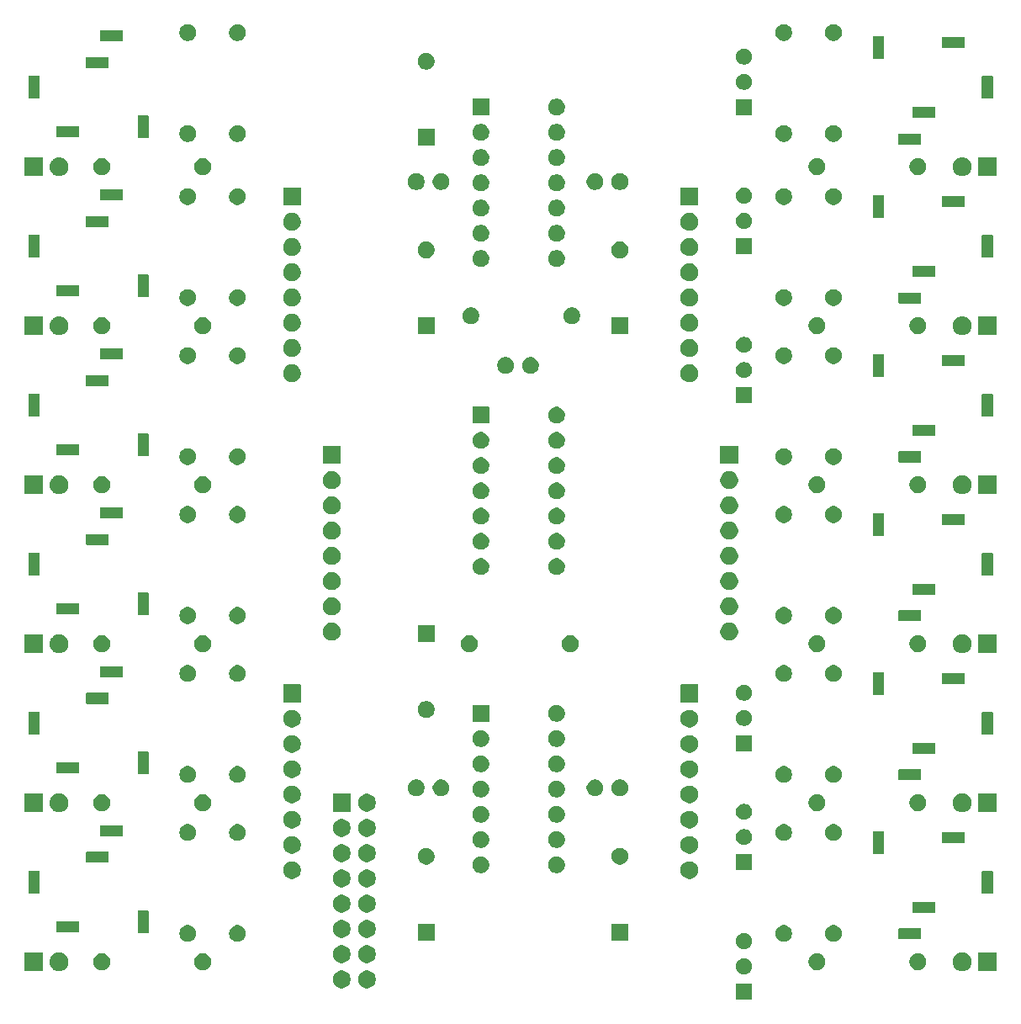
<source format=gbr>
G04 #@! TF.GenerationSoftware,KiCad,Pcbnew,9.0.0*
G04 #@! TF.CreationDate,2025-02-23T16:01:49-07:00*
G04 #@! TF.ProjectId,NOT_THT,4e4f545f-5448-4542-9e6b-696361645f70,rev?*
G04 #@! TF.SameCoordinates,Original*
G04 #@! TF.FileFunction,Soldermask,Bot*
G04 #@! TF.FilePolarity,Negative*
%FSLAX46Y46*%
G04 Gerber Fmt 4.6, Leading zero omitted, Abs format (unit mm)*
G04 Created by KiCad (PCBNEW 9.0.0) date 2025-02-23 16:01:49*
%MOMM*%
%LPD*%
G01*
G04 APERTURE LIST*
G04 APERTURE END LIST*
G36*
X74279517Y-97192882D02*
G01*
X74296062Y-97203938D01*
X74307118Y-97220483D01*
X74311000Y-97240000D01*
X74311000Y-98760000D01*
X74307118Y-98779517D01*
X74296062Y-98796062D01*
X74279517Y-98807118D01*
X74260000Y-98811000D01*
X72740000Y-98811000D01*
X72720483Y-98807118D01*
X72703938Y-98796062D01*
X72692882Y-98779517D01*
X72689000Y-98760000D01*
X72689000Y-97240000D01*
X72692882Y-97220483D01*
X72703938Y-97203938D01*
X72720483Y-97192882D01*
X72740000Y-97189000D01*
X74260000Y-97189000D01*
X74279517Y-97192882D01*
G37*
G36*
X33261546Y-95917797D02*
G01*
X33424728Y-95985389D01*
X33571588Y-96083518D01*
X33696482Y-96208412D01*
X33794611Y-96355272D01*
X33862203Y-96518454D01*
X33896661Y-96691687D01*
X33896661Y-96868313D01*
X33862203Y-97041546D01*
X33794611Y-97204728D01*
X33696482Y-97351588D01*
X33571588Y-97476482D01*
X33424728Y-97574611D01*
X33261546Y-97642203D01*
X33088313Y-97676661D01*
X32911687Y-97676661D01*
X32738454Y-97642203D01*
X32575272Y-97574611D01*
X32428412Y-97476482D01*
X32303518Y-97351588D01*
X32205389Y-97204728D01*
X32137797Y-97041546D01*
X32103339Y-96868313D01*
X32103339Y-96691687D01*
X32137797Y-96518454D01*
X32205389Y-96355272D01*
X32303518Y-96208412D01*
X32428412Y-96083518D01*
X32575272Y-95985389D01*
X32738454Y-95917797D01*
X32911687Y-95883339D01*
X33088313Y-95883339D01*
X33261546Y-95917797D01*
G37*
G36*
X35801546Y-95917797D02*
G01*
X35964728Y-95985389D01*
X36111588Y-96083518D01*
X36236482Y-96208412D01*
X36334611Y-96355272D01*
X36402203Y-96518454D01*
X36436661Y-96691687D01*
X36436661Y-96868313D01*
X36402203Y-97041546D01*
X36334611Y-97204728D01*
X36236482Y-97351588D01*
X36111588Y-97476482D01*
X35964728Y-97574611D01*
X35801546Y-97642203D01*
X35628313Y-97676661D01*
X35451687Y-97676661D01*
X35278454Y-97642203D01*
X35115272Y-97574611D01*
X34968412Y-97476482D01*
X34843518Y-97351588D01*
X34745389Y-97204728D01*
X34677797Y-97041546D01*
X34643339Y-96868313D01*
X34643339Y-96691687D01*
X34677797Y-96518454D01*
X34745389Y-96355272D01*
X34843518Y-96208412D01*
X34968412Y-96083518D01*
X35115272Y-95985389D01*
X35278454Y-95917797D01*
X35451687Y-95883339D01*
X35628313Y-95883339D01*
X35801546Y-95917797D01*
G37*
G36*
X73735421Y-94683921D02*
G01*
X73882303Y-94744762D01*
X74014493Y-94833089D01*
X74126911Y-94945507D01*
X74215238Y-95077697D01*
X74276079Y-95224579D01*
X74307095Y-95380508D01*
X74307095Y-95539492D01*
X74276079Y-95695421D01*
X74215238Y-95842303D01*
X74126911Y-95974493D01*
X74014493Y-96086911D01*
X73882303Y-96175238D01*
X73735421Y-96236079D01*
X73579492Y-96267095D01*
X73420508Y-96267095D01*
X73264579Y-96236079D01*
X73117697Y-96175238D01*
X72985507Y-96086911D01*
X72873089Y-95974493D01*
X72784762Y-95842303D01*
X72723921Y-95695421D01*
X72692905Y-95539492D01*
X72692905Y-95380508D01*
X72723921Y-95224579D01*
X72784762Y-95077697D01*
X72873089Y-94945507D01*
X72985507Y-94833089D01*
X73117697Y-94744762D01*
X73264579Y-94683921D01*
X73420508Y-94652905D01*
X73579492Y-94652905D01*
X73735421Y-94683921D01*
G37*
G36*
X2919517Y-94052882D02*
G01*
X2936062Y-94063938D01*
X2947118Y-94080483D01*
X2951000Y-94100000D01*
X2951000Y-95900000D01*
X2947118Y-95919517D01*
X2936062Y-95936062D01*
X2919517Y-95947118D01*
X2900000Y-95951000D01*
X1100000Y-95951000D01*
X1080483Y-95947118D01*
X1063938Y-95936062D01*
X1052882Y-95919517D01*
X1049000Y-95900000D01*
X1049000Y-94100000D01*
X1052882Y-94080483D01*
X1063938Y-94063938D01*
X1080483Y-94052882D01*
X1100000Y-94049000D01*
X2900000Y-94049000D01*
X2919517Y-94052882D01*
G37*
G36*
X98919517Y-94052882D02*
G01*
X98936062Y-94063938D01*
X98947118Y-94080483D01*
X98951000Y-94100000D01*
X98951000Y-95900000D01*
X98947118Y-95919517D01*
X98936062Y-95936062D01*
X98919517Y-95947118D01*
X98900000Y-95951000D01*
X97100000Y-95951000D01*
X97080483Y-95947118D01*
X97063938Y-95936062D01*
X97052882Y-95919517D01*
X97049000Y-95900000D01*
X97049000Y-94100000D01*
X97052882Y-94080483D01*
X97063938Y-94063938D01*
X97080483Y-94052882D01*
X97100000Y-94049000D01*
X98900000Y-94049000D01*
X98919517Y-94052882D01*
G37*
G36*
X4622553Y-94053579D02*
G01*
X4633214Y-94053579D01*
X4674865Y-94061864D01*
X4761916Y-94075651D01*
X4789918Y-94084749D01*
X4816061Y-94089950D01*
X4852956Y-94105232D01*
X4903784Y-94121748D01*
X4951399Y-94146009D01*
X4988298Y-94161293D01*
X5010463Y-94176103D01*
X5036693Y-94189468D01*
X5107990Y-94241268D01*
X5143308Y-94264867D01*
X5150846Y-94272405D01*
X5157370Y-94277145D01*
X5262854Y-94382629D01*
X5267593Y-94389152D01*
X5275133Y-94396692D01*
X5298734Y-94432014D01*
X5350531Y-94503306D01*
X5363894Y-94529533D01*
X5378707Y-94551702D01*
X5393993Y-94588605D01*
X5418251Y-94636215D01*
X5434764Y-94687035D01*
X5450050Y-94723939D01*
X5455251Y-94750086D01*
X5464348Y-94778083D01*
X5478134Y-94865125D01*
X5486421Y-94906786D01*
X5486421Y-94917447D01*
X5487683Y-94925415D01*
X5487683Y-95074584D01*
X5486421Y-95082551D01*
X5486421Y-95093214D01*
X5478133Y-95134877D01*
X5464348Y-95221916D01*
X5455251Y-95249910D01*
X5450050Y-95276061D01*
X5434762Y-95312968D01*
X5418251Y-95363784D01*
X5393995Y-95411388D01*
X5378707Y-95448298D01*
X5363892Y-95470470D01*
X5350531Y-95496693D01*
X5298742Y-95567973D01*
X5275133Y-95603308D01*
X5267591Y-95610849D01*
X5262854Y-95617370D01*
X5157370Y-95722854D01*
X5150849Y-95727591D01*
X5143308Y-95735133D01*
X5107973Y-95758742D01*
X5036693Y-95810531D01*
X5010470Y-95823892D01*
X4988298Y-95838707D01*
X4951388Y-95853995D01*
X4903784Y-95878251D01*
X4852968Y-95894762D01*
X4816061Y-95910050D01*
X4789910Y-95915251D01*
X4761916Y-95924348D01*
X4674875Y-95938133D01*
X4633214Y-95946421D01*
X4622553Y-95946421D01*
X4614585Y-95947683D01*
X4465415Y-95947683D01*
X4457447Y-95946421D01*
X4446786Y-95946421D01*
X4405125Y-95938134D01*
X4318083Y-95924348D01*
X4290086Y-95915251D01*
X4263939Y-95910050D01*
X4227035Y-95894764D01*
X4176215Y-95878251D01*
X4128605Y-95853993D01*
X4091702Y-95838707D01*
X4069533Y-95823894D01*
X4043306Y-95810531D01*
X3972014Y-95758734D01*
X3936692Y-95735133D01*
X3929152Y-95727593D01*
X3922629Y-95722854D01*
X3817145Y-95617370D01*
X3812405Y-95610846D01*
X3804867Y-95603308D01*
X3781268Y-95567990D01*
X3729468Y-95496693D01*
X3716103Y-95470463D01*
X3701293Y-95448298D01*
X3686009Y-95411399D01*
X3661748Y-95363784D01*
X3645232Y-95312956D01*
X3629950Y-95276061D01*
X3624749Y-95249918D01*
X3615651Y-95221916D01*
X3601864Y-95134867D01*
X3593579Y-95093214D01*
X3593579Y-95082552D01*
X3592317Y-95074584D01*
X3592317Y-94925415D01*
X3593579Y-94917446D01*
X3593579Y-94906786D01*
X3601863Y-94865136D01*
X3615651Y-94778083D01*
X3624750Y-94750078D01*
X3629950Y-94723939D01*
X3645231Y-94687046D01*
X3661748Y-94636215D01*
X3686011Y-94588595D01*
X3701293Y-94551702D01*
X3716101Y-94529539D01*
X3729468Y-94503306D01*
X3781277Y-94431996D01*
X3804867Y-94396692D01*
X3812402Y-94389156D01*
X3817145Y-94382629D01*
X3922629Y-94277145D01*
X3929156Y-94272402D01*
X3936692Y-94264867D01*
X3971996Y-94241277D01*
X4043306Y-94189468D01*
X4069539Y-94176101D01*
X4091702Y-94161293D01*
X4128595Y-94146011D01*
X4176215Y-94121748D01*
X4227046Y-94105231D01*
X4263939Y-94089950D01*
X4290078Y-94084750D01*
X4318083Y-94075651D01*
X4405136Y-94061863D01*
X4446786Y-94053579D01*
X4457447Y-94053579D01*
X4465415Y-94052317D01*
X4614585Y-94052317D01*
X4622553Y-94053579D01*
G37*
G36*
X95542553Y-94053579D02*
G01*
X95553214Y-94053579D01*
X95594865Y-94061864D01*
X95681916Y-94075651D01*
X95709918Y-94084749D01*
X95736061Y-94089950D01*
X95772956Y-94105232D01*
X95823784Y-94121748D01*
X95871399Y-94146009D01*
X95908298Y-94161293D01*
X95930463Y-94176103D01*
X95956693Y-94189468D01*
X96027990Y-94241268D01*
X96063308Y-94264867D01*
X96070846Y-94272405D01*
X96077370Y-94277145D01*
X96182854Y-94382629D01*
X96187593Y-94389152D01*
X96195133Y-94396692D01*
X96218734Y-94432014D01*
X96270531Y-94503306D01*
X96283894Y-94529533D01*
X96298707Y-94551702D01*
X96313993Y-94588605D01*
X96338251Y-94636215D01*
X96354764Y-94687035D01*
X96370050Y-94723939D01*
X96375251Y-94750086D01*
X96384348Y-94778083D01*
X96398134Y-94865125D01*
X96406421Y-94906786D01*
X96406421Y-94917447D01*
X96407683Y-94925415D01*
X96407683Y-95074584D01*
X96406421Y-95082551D01*
X96406421Y-95093214D01*
X96398133Y-95134877D01*
X96384348Y-95221916D01*
X96375251Y-95249910D01*
X96370050Y-95276061D01*
X96354762Y-95312968D01*
X96338251Y-95363784D01*
X96313995Y-95411388D01*
X96298707Y-95448298D01*
X96283892Y-95470470D01*
X96270531Y-95496693D01*
X96218742Y-95567973D01*
X96195133Y-95603308D01*
X96187591Y-95610849D01*
X96182854Y-95617370D01*
X96077370Y-95722854D01*
X96070849Y-95727591D01*
X96063308Y-95735133D01*
X96027973Y-95758742D01*
X95956693Y-95810531D01*
X95930470Y-95823892D01*
X95908298Y-95838707D01*
X95871388Y-95853995D01*
X95823784Y-95878251D01*
X95772968Y-95894762D01*
X95736061Y-95910050D01*
X95709910Y-95915251D01*
X95681916Y-95924348D01*
X95594875Y-95938133D01*
X95553214Y-95946421D01*
X95542553Y-95946421D01*
X95534585Y-95947683D01*
X95385415Y-95947683D01*
X95377447Y-95946421D01*
X95366786Y-95946421D01*
X95325125Y-95938134D01*
X95238083Y-95924348D01*
X95210086Y-95915251D01*
X95183939Y-95910050D01*
X95147035Y-95894764D01*
X95096215Y-95878251D01*
X95048605Y-95853993D01*
X95011702Y-95838707D01*
X94989533Y-95823894D01*
X94963306Y-95810531D01*
X94892014Y-95758734D01*
X94856692Y-95735133D01*
X94849152Y-95727593D01*
X94842629Y-95722854D01*
X94737145Y-95617370D01*
X94732405Y-95610846D01*
X94724867Y-95603308D01*
X94701268Y-95567990D01*
X94649468Y-95496693D01*
X94636103Y-95470463D01*
X94621293Y-95448298D01*
X94606009Y-95411399D01*
X94581748Y-95363784D01*
X94565232Y-95312956D01*
X94549950Y-95276061D01*
X94544749Y-95249918D01*
X94535651Y-95221916D01*
X94521864Y-95134867D01*
X94513579Y-95093214D01*
X94513579Y-95082552D01*
X94512317Y-95074584D01*
X94512317Y-94925415D01*
X94513579Y-94917446D01*
X94513579Y-94906786D01*
X94521863Y-94865136D01*
X94535651Y-94778083D01*
X94544750Y-94750078D01*
X94549950Y-94723939D01*
X94565231Y-94687046D01*
X94581748Y-94636215D01*
X94606011Y-94588595D01*
X94621293Y-94551702D01*
X94636101Y-94529539D01*
X94649468Y-94503306D01*
X94701277Y-94431996D01*
X94724867Y-94396692D01*
X94732402Y-94389156D01*
X94737145Y-94382629D01*
X94842629Y-94277145D01*
X94849156Y-94272402D01*
X94856692Y-94264867D01*
X94891996Y-94241277D01*
X94963306Y-94189468D01*
X94989539Y-94176101D01*
X95011702Y-94161293D01*
X95048595Y-94146011D01*
X95096215Y-94121748D01*
X95147046Y-94105231D01*
X95183939Y-94089950D01*
X95210078Y-94084750D01*
X95238083Y-94075651D01*
X95325136Y-94061863D01*
X95366786Y-94053579D01*
X95377447Y-94053579D01*
X95385415Y-94052317D01*
X95534585Y-94052317D01*
X95542553Y-94053579D01*
G37*
G36*
X9087032Y-94185644D02*
G01*
X9241159Y-94249485D01*
X9379869Y-94342168D01*
X9497832Y-94460131D01*
X9590515Y-94598841D01*
X9654356Y-94752968D01*
X9686902Y-94916587D01*
X9686902Y-95083413D01*
X9654356Y-95247032D01*
X9590515Y-95401159D01*
X9497832Y-95539869D01*
X9379869Y-95657832D01*
X9241159Y-95750515D01*
X9087032Y-95814356D01*
X8923413Y-95846902D01*
X8756587Y-95846902D01*
X8592968Y-95814356D01*
X8438841Y-95750515D01*
X8300131Y-95657832D01*
X8182168Y-95539869D01*
X8089485Y-95401159D01*
X8025644Y-95247032D01*
X7993098Y-95083413D01*
X7993098Y-94916587D01*
X8025644Y-94752968D01*
X8089485Y-94598841D01*
X8182168Y-94460131D01*
X8300131Y-94342168D01*
X8438841Y-94249485D01*
X8592968Y-94185644D01*
X8756587Y-94153098D01*
X8923413Y-94153098D01*
X9087032Y-94185644D01*
G37*
G36*
X19247032Y-94185644D02*
G01*
X19401159Y-94249485D01*
X19539869Y-94342168D01*
X19657832Y-94460131D01*
X19750515Y-94598841D01*
X19814356Y-94752968D01*
X19846902Y-94916587D01*
X19846902Y-95083413D01*
X19814356Y-95247032D01*
X19750515Y-95401159D01*
X19657832Y-95539869D01*
X19539869Y-95657832D01*
X19401159Y-95750515D01*
X19247032Y-95814356D01*
X19083413Y-95846902D01*
X18916587Y-95846902D01*
X18752968Y-95814356D01*
X18598841Y-95750515D01*
X18460131Y-95657832D01*
X18342168Y-95539869D01*
X18249485Y-95401159D01*
X18185644Y-95247032D01*
X18153098Y-95083413D01*
X18153098Y-94916587D01*
X18185644Y-94752968D01*
X18249485Y-94598841D01*
X18342168Y-94460131D01*
X18460131Y-94342168D01*
X18598841Y-94249485D01*
X18752968Y-94185644D01*
X18916587Y-94153098D01*
X19083413Y-94153098D01*
X19247032Y-94185644D01*
G37*
G36*
X81087032Y-94185644D02*
G01*
X81241159Y-94249485D01*
X81379869Y-94342168D01*
X81497832Y-94460131D01*
X81590515Y-94598841D01*
X81654356Y-94752968D01*
X81686902Y-94916587D01*
X81686902Y-95083413D01*
X81654356Y-95247032D01*
X81590515Y-95401159D01*
X81497832Y-95539869D01*
X81379869Y-95657832D01*
X81241159Y-95750515D01*
X81087032Y-95814356D01*
X80923413Y-95846902D01*
X80756587Y-95846902D01*
X80592968Y-95814356D01*
X80438841Y-95750515D01*
X80300131Y-95657832D01*
X80182168Y-95539869D01*
X80089485Y-95401159D01*
X80025644Y-95247032D01*
X79993098Y-95083413D01*
X79993098Y-94916587D01*
X80025644Y-94752968D01*
X80089485Y-94598841D01*
X80182168Y-94460131D01*
X80300131Y-94342168D01*
X80438841Y-94249485D01*
X80592968Y-94185644D01*
X80756587Y-94153098D01*
X80923413Y-94153098D01*
X81087032Y-94185644D01*
G37*
G36*
X91247032Y-94185644D02*
G01*
X91401159Y-94249485D01*
X91539869Y-94342168D01*
X91657832Y-94460131D01*
X91750515Y-94598841D01*
X91814356Y-94752968D01*
X91846902Y-94916587D01*
X91846902Y-95083413D01*
X91814356Y-95247032D01*
X91750515Y-95401159D01*
X91657832Y-95539869D01*
X91539869Y-95657832D01*
X91401159Y-95750515D01*
X91247032Y-95814356D01*
X91083413Y-95846902D01*
X90916587Y-95846902D01*
X90752968Y-95814356D01*
X90598841Y-95750515D01*
X90460131Y-95657832D01*
X90342168Y-95539869D01*
X90249485Y-95401159D01*
X90185644Y-95247032D01*
X90153098Y-95083413D01*
X90153098Y-94916587D01*
X90185644Y-94752968D01*
X90249485Y-94598841D01*
X90342168Y-94460131D01*
X90460131Y-94342168D01*
X90598841Y-94249485D01*
X90752968Y-94185644D01*
X90916587Y-94153098D01*
X91083413Y-94153098D01*
X91247032Y-94185644D01*
G37*
G36*
X33261546Y-93377797D02*
G01*
X33424728Y-93445389D01*
X33571588Y-93543518D01*
X33696482Y-93668412D01*
X33794611Y-93815272D01*
X33862203Y-93978454D01*
X33896661Y-94151687D01*
X33896661Y-94328313D01*
X33862203Y-94501546D01*
X33794611Y-94664728D01*
X33696482Y-94811588D01*
X33571588Y-94936482D01*
X33424728Y-95034611D01*
X33261546Y-95102203D01*
X33088313Y-95136661D01*
X32911687Y-95136661D01*
X32738454Y-95102203D01*
X32575272Y-95034611D01*
X32428412Y-94936482D01*
X32303518Y-94811588D01*
X32205389Y-94664728D01*
X32137797Y-94501546D01*
X32103339Y-94328313D01*
X32103339Y-94151687D01*
X32137797Y-93978454D01*
X32205389Y-93815272D01*
X32303518Y-93668412D01*
X32428412Y-93543518D01*
X32575272Y-93445389D01*
X32738454Y-93377797D01*
X32911687Y-93343339D01*
X33088313Y-93343339D01*
X33261546Y-93377797D01*
G37*
G36*
X35801546Y-93377797D02*
G01*
X35964728Y-93445389D01*
X36111588Y-93543518D01*
X36236482Y-93668412D01*
X36334611Y-93815272D01*
X36402203Y-93978454D01*
X36436661Y-94151687D01*
X36436661Y-94328313D01*
X36402203Y-94501546D01*
X36334611Y-94664728D01*
X36236482Y-94811588D01*
X36111588Y-94936482D01*
X35964728Y-95034611D01*
X35801546Y-95102203D01*
X35628313Y-95136661D01*
X35451687Y-95136661D01*
X35278454Y-95102203D01*
X35115272Y-95034611D01*
X34968412Y-94936482D01*
X34843518Y-94811588D01*
X34745389Y-94664728D01*
X34677797Y-94501546D01*
X34643339Y-94328313D01*
X34643339Y-94151687D01*
X34677797Y-93978454D01*
X34745389Y-93815272D01*
X34843518Y-93668412D01*
X34968412Y-93543518D01*
X35115272Y-93445389D01*
X35278454Y-93377797D01*
X35451687Y-93343339D01*
X35628313Y-93343339D01*
X35801546Y-93377797D01*
G37*
G36*
X73735421Y-92143921D02*
G01*
X73882303Y-92204762D01*
X74014493Y-92293089D01*
X74126911Y-92405507D01*
X74215238Y-92537697D01*
X74276079Y-92684579D01*
X74307095Y-92840508D01*
X74307095Y-92999492D01*
X74276079Y-93155421D01*
X74215238Y-93302303D01*
X74126911Y-93434493D01*
X74014493Y-93546911D01*
X73882303Y-93635238D01*
X73735421Y-93696079D01*
X73579492Y-93727095D01*
X73420508Y-93727095D01*
X73264579Y-93696079D01*
X73117697Y-93635238D01*
X72985507Y-93546911D01*
X72873089Y-93434493D01*
X72784762Y-93302303D01*
X72723921Y-93155421D01*
X72692905Y-92999492D01*
X72692905Y-92840508D01*
X72723921Y-92684579D01*
X72784762Y-92537697D01*
X72873089Y-92405507D01*
X72985507Y-92293089D01*
X73117697Y-92204762D01*
X73264579Y-92143921D01*
X73420508Y-92112905D01*
X73579492Y-92112905D01*
X73735421Y-92143921D01*
G37*
G36*
X17747032Y-91345644D02*
G01*
X17901159Y-91409485D01*
X18039869Y-91502168D01*
X18157832Y-91620131D01*
X18250515Y-91758841D01*
X18314356Y-91912968D01*
X18346902Y-92076587D01*
X18346902Y-92243413D01*
X18314356Y-92407032D01*
X18250515Y-92561159D01*
X18157832Y-92699869D01*
X18039869Y-92817832D01*
X17901159Y-92910515D01*
X17747032Y-92974356D01*
X17583413Y-93006902D01*
X17416587Y-93006902D01*
X17252968Y-92974356D01*
X17098841Y-92910515D01*
X16960131Y-92817832D01*
X16842168Y-92699869D01*
X16749485Y-92561159D01*
X16685644Y-92407032D01*
X16653098Y-92243413D01*
X16653098Y-92076587D01*
X16685644Y-91912968D01*
X16749485Y-91758841D01*
X16842168Y-91620131D01*
X16960131Y-91502168D01*
X17098841Y-91409485D01*
X17252968Y-91345644D01*
X17416587Y-91313098D01*
X17583413Y-91313098D01*
X17747032Y-91345644D01*
G37*
G36*
X22747032Y-91345644D02*
G01*
X22901159Y-91409485D01*
X23039869Y-91502168D01*
X23157832Y-91620131D01*
X23250515Y-91758841D01*
X23314356Y-91912968D01*
X23346902Y-92076587D01*
X23346902Y-92243413D01*
X23314356Y-92407032D01*
X23250515Y-92561159D01*
X23157832Y-92699869D01*
X23039869Y-92817832D01*
X22901159Y-92910515D01*
X22747032Y-92974356D01*
X22583413Y-93006902D01*
X22416587Y-93006902D01*
X22252968Y-92974356D01*
X22098841Y-92910515D01*
X21960131Y-92817832D01*
X21842168Y-92699869D01*
X21749485Y-92561159D01*
X21685644Y-92407032D01*
X21653098Y-92243413D01*
X21653098Y-92076587D01*
X21685644Y-91912968D01*
X21749485Y-91758841D01*
X21842168Y-91620131D01*
X21960131Y-91502168D01*
X22098841Y-91409485D01*
X22252968Y-91345644D01*
X22416587Y-91313098D01*
X22583413Y-91313098D01*
X22747032Y-91345644D01*
G37*
G36*
X77747032Y-91345644D02*
G01*
X77901159Y-91409485D01*
X78039869Y-91502168D01*
X78157832Y-91620131D01*
X78250515Y-91758841D01*
X78314356Y-91912968D01*
X78346902Y-92076587D01*
X78346902Y-92243413D01*
X78314356Y-92407032D01*
X78250515Y-92561159D01*
X78157832Y-92699869D01*
X78039869Y-92817832D01*
X77901159Y-92910515D01*
X77747032Y-92974356D01*
X77583413Y-93006902D01*
X77416587Y-93006902D01*
X77252968Y-92974356D01*
X77098841Y-92910515D01*
X76960131Y-92817832D01*
X76842168Y-92699869D01*
X76749485Y-92561159D01*
X76685644Y-92407032D01*
X76653098Y-92243413D01*
X76653098Y-92076587D01*
X76685644Y-91912968D01*
X76749485Y-91758841D01*
X76842168Y-91620131D01*
X76960131Y-91502168D01*
X77098841Y-91409485D01*
X77252968Y-91345644D01*
X77416587Y-91313098D01*
X77583413Y-91313098D01*
X77747032Y-91345644D01*
G37*
G36*
X82747032Y-91345644D02*
G01*
X82901159Y-91409485D01*
X83039869Y-91502168D01*
X83157832Y-91620131D01*
X83250515Y-91758841D01*
X83314356Y-91912968D01*
X83346902Y-92076587D01*
X83346902Y-92243413D01*
X83314356Y-92407032D01*
X83250515Y-92561159D01*
X83157832Y-92699869D01*
X83039869Y-92817832D01*
X82901159Y-92910515D01*
X82747032Y-92974356D01*
X82583413Y-93006902D01*
X82416587Y-93006902D01*
X82252968Y-92974356D01*
X82098841Y-92910515D01*
X81960131Y-92817832D01*
X81842168Y-92699869D01*
X81749485Y-92561159D01*
X81685644Y-92407032D01*
X81653098Y-92243413D01*
X81653098Y-92076587D01*
X81685644Y-91912968D01*
X81749485Y-91758841D01*
X81842168Y-91620131D01*
X81960131Y-91502168D01*
X82098841Y-91409485D01*
X82252968Y-91345644D01*
X82416587Y-91313098D01*
X82583413Y-91313098D01*
X82747032Y-91345644D01*
G37*
G36*
X42319517Y-91152882D02*
G01*
X42336062Y-91163938D01*
X42347118Y-91180483D01*
X42351000Y-91200000D01*
X42351000Y-92800000D01*
X42347118Y-92819517D01*
X42336062Y-92836062D01*
X42319517Y-92847118D01*
X42300000Y-92851000D01*
X40700000Y-92851000D01*
X40680483Y-92847118D01*
X40663938Y-92836062D01*
X40652882Y-92819517D01*
X40649000Y-92800000D01*
X40649000Y-91200000D01*
X40652882Y-91180483D01*
X40663938Y-91163938D01*
X40680483Y-91152882D01*
X40700000Y-91149000D01*
X42300000Y-91149000D01*
X42319517Y-91152882D01*
G37*
G36*
X61819517Y-91152882D02*
G01*
X61836062Y-91163938D01*
X61847118Y-91180483D01*
X61851000Y-91200000D01*
X61851000Y-92800000D01*
X61847118Y-92819517D01*
X61836062Y-92836062D01*
X61819517Y-92847118D01*
X61800000Y-92851000D01*
X60200000Y-92851000D01*
X60180483Y-92847118D01*
X60163938Y-92836062D01*
X60152882Y-92819517D01*
X60149000Y-92800000D01*
X60149000Y-91200000D01*
X60152882Y-91180483D01*
X60163938Y-91163938D01*
X60180483Y-91152882D01*
X60200000Y-91149000D01*
X61800000Y-91149000D01*
X61819517Y-91152882D01*
G37*
G36*
X91319517Y-91652882D02*
G01*
X91336062Y-91663938D01*
X91347118Y-91680483D01*
X91351000Y-91700000D01*
X91351000Y-92700000D01*
X91347118Y-92719517D01*
X91336062Y-92736062D01*
X91319517Y-92747118D01*
X91300000Y-92751000D01*
X89100000Y-92751000D01*
X89080483Y-92747118D01*
X89063938Y-92736062D01*
X89052882Y-92719517D01*
X89049000Y-92700000D01*
X89049000Y-91700000D01*
X89052882Y-91680483D01*
X89063938Y-91663938D01*
X89080483Y-91652882D01*
X89100000Y-91649000D01*
X91300000Y-91649000D01*
X91319517Y-91652882D01*
G37*
G36*
X33261546Y-90837797D02*
G01*
X33424728Y-90905389D01*
X33571588Y-91003518D01*
X33696482Y-91128412D01*
X33794611Y-91275272D01*
X33862203Y-91438454D01*
X33896661Y-91611687D01*
X33896661Y-91788313D01*
X33862203Y-91961546D01*
X33794611Y-92124728D01*
X33696482Y-92271588D01*
X33571588Y-92396482D01*
X33424728Y-92494611D01*
X33261546Y-92562203D01*
X33088313Y-92596661D01*
X32911687Y-92596661D01*
X32738454Y-92562203D01*
X32575272Y-92494611D01*
X32428412Y-92396482D01*
X32303518Y-92271588D01*
X32205389Y-92124728D01*
X32137797Y-91961546D01*
X32103339Y-91788313D01*
X32103339Y-91611687D01*
X32137797Y-91438454D01*
X32205389Y-91275272D01*
X32303518Y-91128412D01*
X32428412Y-91003518D01*
X32575272Y-90905389D01*
X32738454Y-90837797D01*
X32911687Y-90803339D01*
X33088313Y-90803339D01*
X33261546Y-90837797D01*
G37*
G36*
X35801546Y-90837797D02*
G01*
X35964728Y-90905389D01*
X36111588Y-91003518D01*
X36236482Y-91128412D01*
X36334611Y-91275272D01*
X36402203Y-91438454D01*
X36436661Y-91611687D01*
X36436661Y-91788313D01*
X36402203Y-91961546D01*
X36334611Y-92124728D01*
X36236482Y-92271588D01*
X36111588Y-92396482D01*
X35964728Y-92494611D01*
X35801546Y-92562203D01*
X35628313Y-92596661D01*
X35451687Y-92596661D01*
X35278454Y-92562203D01*
X35115272Y-92494611D01*
X34968412Y-92396482D01*
X34843518Y-92271588D01*
X34745389Y-92124728D01*
X34677797Y-91961546D01*
X34643339Y-91788313D01*
X34643339Y-91611687D01*
X34677797Y-91438454D01*
X34745389Y-91275272D01*
X34843518Y-91128412D01*
X34968412Y-91003518D01*
X35115272Y-90905389D01*
X35278454Y-90837797D01*
X35451687Y-90803339D01*
X35628313Y-90803339D01*
X35801546Y-90837797D01*
G37*
G36*
X13519517Y-89852882D02*
G01*
X13536062Y-89863938D01*
X13547118Y-89880483D01*
X13551000Y-89900000D01*
X13551000Y-92100000D01*
X13547118Y-92119517D01*
X13536062Y-92136062D01*
X13519517Y-92147118D01*
X13500000Y-92151000D01*
X12500000Y-92151000D01*
X12480483Y-92147118D01*
X12463938Y-92136062D01*
X12452882Y-92119517D01*
X12449000Y-92100000D01*
X12449000Y-89900000D01*
X12452882Y-89880483D01*
X12463938Y-89863938D01*
X12480483Y-89852882D01*
X12500000Y-89849000D01*
X13500000Y-89849000D01*
X13519517Y-89852882D01*
G37*
G36*
X6519517Y-90952882D02*
G01*
X6536062Y-90963938D01*
X6547118Y-90980483D01*
X6551000Y-91000000D01*
X6551000Y-92000000D01*
X6547118Y-92019517D01*
X6536062Y-92036062D01*
X6519517Y-92047118D01*
X6500000Y-92051000D01*
X4300000Y-92051000D01*
X4280483Y-92047118D01*
X4263938Y-92036062D01*
X4252882Y-92019517D01*
X4249000Y-92000000D01*
X4249000Y-91000000D01*
X4252882Y-90980483D01*
X4263938Y-90963938D01*
X4280483Y-90952882D01*
X4300000Y-90949000D01*
X6500000Y-90949000D01*
X6519517Y-90952882D01*
G37*
G36*
X33261546Y-88297797D02*
G01*
X33424728Y-88365389D01*
X33571588Y-88463518D01*
X33696482Y-88588412D01*
X33794611Y-88735272D01*
X33862203Y-88898454D01*
X33896661Y-89071687D01*
X33896661Y-89248313D01*
X33862203Y-89421546D01*
X33794611Y-89584728D01*
X33696482Y-89731588D01*
X33571588Y-89856482D01*
X33424728Y-89954611D01*
X33261546Y-90022203D01*
X33088313Y-90056661D01*
X32911687Y-90056661D01*
X32738454Y-90022203D01*
X32575272Y-89954611D01*
X32428412Y-89856482D01*
X32303518Y-89731588D01*
X32205389Y-89584728D01*
X32137797Y-89421546D01*
X32103339Y-89248313D01*
X32103339Y-89071687D01*
X32137797Y-88898454D01*
X32205389Y-88735272D01*
X32303518Y-88588412D01*
X32428412Y-88463518D01*
X32575272Y-88365389D01*
X32738454Y-88297797D01*
X32911687Y-88263339D01*
X33088313Y-88263339D01*
X33261546Y-88297797D01*
G37*
G36*
X35801546Y-88297797D02*
G01*
X35964728Y-88365389D01*
X36111588Y-88463518D01*
X36236482Y-88588412D01*
X36334611Y-88735272D01*
X36402203Y-88898454D01*
X36436661Y-89071687D01*
X36436661Y-89248313D01*
X36402203Y-89421546D01*
X36334611Y-89584728D01*
X36236482Y-89731588D01*
X36111588Y-89856482D01*
X35964728Y-89954611D01*
X35801546Y-90022203D01*
X35628313Y-90056661D01*
X35451687Y-90056661D01*
X35278454Y-90022203D01*
X35115272Y-89954611D01*
X34968412Y-89856482D01*
X34843518Y-89731588D01*
X34745389Y-89584728D01*
X34677797Y-89421546D01*
X34643339Y-89248313D01*
X34643339Y-89071687D01*
X34677797Y-88898454D01*
X34745389Y-88735272D01*
X34843518Y-88588412D01*
X34968412Y-88463518D01*
X35115272Y-88365389D01*
X35278454Y-88297797D01*
X35451687Y-88263339D01*
X35628313Y-88263339D01*
X35801546Y-88297797D01*
G37*
G36*
X92719517Y-88952882D02*
G01*
X92736062Y-88963938D01*
X92747118Y-88980483D01*
X92751000Y-89000000D01*
X92751000Y-90000000D01*
X92747118Y-90019517D01*
X92736062Y-90036062D01*
X92719517Y-90047118D01*
X92700000Y-90051000D01*
X90500000Y-90051000D01*
X90480483Y-90047118D01*
X90463938Y-90036062D01*
X90452882Y-90019517D01*
X90449000Y-90000000D01*
X90449000Y-89000000D01*
X90452882Y-88980483D01*
X90463938Y-88963938D01*
X90480483Y-88952882D01*
X90500000Y-88949000D01*
X92700000Y-88949000D01*
X92719517Y-88952882D01*
G37*
G36*
X2519517Y-85852882D02*
G01*
X2536062Y-85863938D01*
X2547118Y-85880483D01*
X2551000Y-85900000D01*
X2551000Y-88100000D01*
X2547118Y-88119517D01*
X2536062Y-88136062D01*
X2519517Y-88147118D01*
X2500000Y-88151000D01*
X1500000Y-88151000D01*
X1480483Y-88147118D01*
X1463938Y-88136062D01*
X1452882Y-88119517D01*
X1449000Y-88100000D01*
X1449000Y-85900000D01*
X1452882Y-85880483D01*
X1463938Y-85863938D01*
X1480483Y-85852882D01*
X1500000Y-85849000D01*
X2500000Y-85849000D01*
X2519517Y-85852882D01*
G37*
G36*
X98519517Y-85852882D02*
G01*
X98536062Y-85863938D01*
X98547118Y-85880483D01*
X98551000Y-85900000D01*
X98551000Y-88100000D01*
X98547118Y-88119517D01*
X98536062Y-88136062D01*
X98519517Y-88147118D01*
X98500000Y-88151000D01*
X97500000Y-88151000D01*
X97480483Y-88147118D01*
X97463938Y-88136062D01*
X97452882Y-88119517D01*
X97449000Y-88100000D01*
X97449000Y-85900000D01*
X97452882Y-85880483D01*
X97463938Y-85863938D01*
X97480483Y-85852882D01*
X97500000Y-85849000D01*
X98500000Y-85849000D01*
X98519517Y-85852882D01*
G37*
G36*
X33261546Y-85757797D02*
G01*
X33424728Y-85825389D01*
X33571588Y-85923518D01*
X33696482Y-86048412D01*
X33794611Y-86195272D01*
X33862203Y-86358454D01*
X33896661Y-86531687D01*
X33896661Y-86708313D01*
X33862203Y-86881546D01*
X33794611Y-87044728D01*
X33696482Y-87191588D01*
X33571588Y-87316482D01*
X33424728Y-87414611D01*
X33261546Y-87482203D01*
X33088313Y-87516661D01*
X32911687Y-87516661D01*
X32738454Y-87482203D01*
X32575272Y-87414611D01*
X32428412Y-87316482D01*
X32303518Y-87191588D01*
X32205389Y-87044728D01*
X32137797Y-86881546D01*
X32103339Y-86708313D01*
X32103339Y-86531687D01*
X32137797Y-86358454D01*
X32205389Y-86195272D01*
X32303518Y-86048412D01*
X32428412Y-85923518D01*
X32575272Y-85825389D01*
X32738454Y-85757797D01*
X32911687Y-85723339D01*
X33088313Y-85723339D01*
X33261546Y-85757797D01*
G37*
G36*
X35801546Y-85757797D02*
G01*
X35964728Y-85825389D01*
X36111588Y-85923518D01*
X36236482Y-86048412D01*
X36334611Y-86195272D01*
X36402203Y-86358454D01*
X36436661Y-86531687D01*
X36436661Y-86708313D01*
X36402203Y-86881546D01*
X36334611Y-87044728D01*
X36236482Y-87191588D01*
X36111588Y-87316482D01*
X35964728Y-87414611D01*
X35801546Y-87482203D01*
X35628313Y-87516661D01*
X35451687Y-87516661D01*
X35278454Y-87482203D01*
X35115272Y-87414611D01*
X34968412Y-87316482D01*
X34843518Y-87191588D01*
X34745389Y-87044728D01*
X34677797Y-86881546D01*
X34643339Y-86708313D01*
X34643339Y-86531687D01*
X34677797Y-86358454D01*
X34745389Y-86195272D01*
X34843518Y-86048412D01*
X34968412Y-85923518D01*
X35115272Y-85825389D01*
X35278454Y-85757797D01*
X35451687Y-85723339D01*
X35628313Y-85723339D01*
X35801546Y-85757797D01*
G37*
G36*
X28261546Y-84917797D02*
G01*
X28424728Y-84985389D01*
X28571588Y-85083518D01*
X28696482Y-85208412D01*
X28794611Y-85355272D01*
X28862203Y-85518454D01*
X28896661Y-85691687D01*
X28896661Y-85868313D01*
X28862203Y-86041546D01*
X28794611Y-86204728D01*
X28696482Y-86351588D01*
X28571588Y-86476482D01*
X28424728Y-86574611D01*
X28261546Y-86642203D01*
X28088313Y-86676661D01*
X27911687Y-86676661D01*
X27738454Y-86642203D01*
X27575272Y-86574611D01*
X27428412Y-86476482D01*
X27303518Y-86351588D01*
X27205389Y-86204728D01*
X27137797Y-86041546D01*
X27103339Y-85868313D01*
X27103339Y-85691687D01*
X27137797Y-85518454D01*
X27205389Y-85355272D01*
X27303518Y-85208412D01*
X27428412Y-85083518D01*
X27575272Y-84985389D01*
X27738454Y-84917797D01*
X27911687Y-84883339D01*
X28088313Y-84883339D01*
X28261546Y-84917797D01*
G37*
G36*
X68261546Y-84917797D02*
G01*
X68424728Y-84985389D01*
X68571588Y-85083518D01*
X68696482Y-85208412D01*
X68794611Y-85355272D01*
X68862203Y-85518454D01*
X68896661Y-85691687D01*
X68896661Y-85868313D01*
X68862203Y-86041546D01*
X68794611Y-86204728D01*
X68696482Y-86351588D01*
X68571588Y-86476482D01*
X68424728Y-86574611D01*
X68261546Y-86642203D01*
X68088313Y-86676661D01*
X67911687Y-86676661D01*
X67738454Y-86642203D01*
X67575272Y-86574611D01*
X67428412Y-86476482D01*
X67303518Y-86351588D01*
X67205389Y-86204728D01*
X67137797Y-86041546D01*
X67103339Y-85868313D01*
X67103339Y-85691687D01*
X67137797Y-85518454D01*
X67205389Y-85355272D01*
X67303518Y-85208412D01*
X67428412Y-85083518D01*
X67575272Y-84985389D01*
X67738454Y-84917797D01*
X67911687Y-84883339D01*
X68088313Y-84883339D01*
X68261546Y-84917797D01*
G37*
G36*
X47247032Y-84425644D02*
G01*
X47401159Y-84489485D01*
X47539869Y-84582168D01*
X47657832Y-84700131D01*
X47750515Y-84838841D01*
X47814356Y-84992968D01*
X47846902Y-85156587D01*
X47846902Y-85323413D01*
X47814356Y-85487032D01*
X47750515Y-85641159D01*
X47657832Y-85779869D01*
X47539869Y-85897832D01*
X47401159Y-85990515D01*
X47247032Y-86054356D01*
X47083413Y-86086902D01*
X46916587Y-86086902D01*
X46752968Y-86054356D01*
X46598841Y-85990515D01*
X46460131Y-85897832D01*
X46342168Y-85779869D01*
X46249485Y-85641159D01*
X46185644Y-85487032D01*
X46153098Y-85323413D01*
X46153098Y-85156587D01*
X46185644Y-84992968D01*
X46249485Y-84838841D01*
X46342168Y-84700131D01*
X46460131Y-84582168D01*
X46598841Y-84489485D01*
X46752968Y-84425644D01*
X46916587Y-84393098D01*
X47083413Y-84393098D01*
X47247032Y-84425644D01*
G37*
G36*
X54867032Y-84425644D02*
G01*
X55021159Y-84489485D01*
X55159869Y-84582168D01*
X55277832Y-84700131D01*
X55370515Y-84838841D01*
X55434356Y-84992968D01*
X55466902Y-85156587D01*
X55466902Y-85323413D01*
X55434356Y-85487032D01*
X55370515Y-85641159D01*
X55277832Y-85779869D01*
X55159869Y-85897832D01*
X55021159Y-85990515D01*
X54867032Y-86054356D01*
X54703413Y-86086902D01*
X54536587Y-86086902D01*
X54372968Y-86054356D01*
X54218841Y-85990515D01*
X54080131Y-85897832D01*
X53962168Y-85779869D01*
X53869485Y-85641159D01*
X53805644Y-85487032D01*
X53773098Y-85323413D01*
X53773098Y-85156587D01*
X53805644Y-84992968D01*
X53869485Y-84838841D01*
X53962168Y-84700131D01*
X54080131Y-84582168D01*
X54218841Y-84489485D01*
X54372968Y-84425644D01*
X54536587Y-84393098D01*
X54703413Y-84393098D01*
X54867032Y-84425644D01*
G37*
G36*
X74279517Y-84192882D02*
G01*
X74296062Y-84203938D01*
X74307118Y-84220483D01*
X74311000Y-84240000D01*
X74311000Y-85760000D01*
X74307118Y-85779517D01*
X74296062Y-85796062D01*
X74279517Y-85807118D01*
X74260000Y-85811000D01*
X72740000Y-85811000D01*
X72720483Y-85807118D01*
X72703938Y-85796062D01*
X72692882Y-85779517D01*
X72689000Y-85760000D01*
X72689000Y-84240000D01*
X72692882Y-84220483D01*
X72703938Y-84203938D01*
X72720483Y-84192882D01*
X72740000Y-84189000D01*
X74260000Y-84189000D01*
X74279517Y-84192882D01*
G37*
G36*
X41747032Y-83565644D02*
G01*
X41901159Y-83629485D01*
X42039869Y-83722168D01*
X42157832Y-83840131D01*
X42250515Y-83978841D01*
X42314356Y-84132968D01*
X42346902Y-84296587D01*
X42346902Y-84463413D01*
X42314356Y-84627032D01*
X42250515Y-84781159D01*
X42157832Y-84919869D01*
X42039869Y-85037832D01*
X41901159Y-85130515D01*
X41747032Y-85194356D01*
X41583413Y-85226902D01*
X41416587Y-85226902D01*
X41252968Y-85194356D01*
X41098841Y-85130515D01*
X40960131Y-85037832D01*
X40842168Y-84919869D01*
X40749485Y-84781159D01*
X40685644Y-84627032D01*
X40653098Y-84463413D01*
X40653098Y-84296587D01*
X40685644Y-84132968D01*
X40749485Y-83978841D01*
X40842168Y-83840131D01*
X40960131Y-83722168D01*
X41098841Y-83629485D01*
X41252968Y-83565644D01*
X41416587Y-83533098D01*
X41583413Y-83533098D01*
X41747032Y-83565644D01*
G37*
G36*
X61247032Y-83565644D02*
G01*
X61401159Y-83629485D01*
X61539869Y-83722168D01*
X61657832Y-83840131D01*
X61750515Y-83978841D01*
X61814356Y-84132968D01*
X61846902Y-84296587D01*
X61846902Y-84463413D01*
X61814356Y-84627032D01*
X61750515Y-84781159D01*
X61657832Y-84919869D01*
X61539869Y-85037832D01*
X61401159Y-85130515D01*
X61247032Y-85194356D01*
X61083413Y-85226902D01*
X60916587Y-85226902D01*
X60752968Y-85194356D01*
X60598841Y-85130515D01*
X60460131Y-85037832D01*
X60342168Y-84919869D01*
X60249485Y-84781159D01*
X60185644Y-84627032D01*
X60153098Y-84463413D01*
X60153098Y-84296587D01*
X60185644Y-84132968D01*
X60249485Y-83978841D01*
X60342168Y-83840131D01*
X60460131Y-83722168D01*
X60598841Y-83629485D01*
X60752968Y-83565644D01*
X60916587Y-83533098D01*
X61083413Y-83533098D01*
X61247032Y-83565644D01*
G37*
G36*
X9519517Y-83952882D02*
G01*
X9536062Y-83963938D01*
X9547118Y-83980483D01*
X9551000Y-84000000D01*
X9551000Y-85000000D01*
X9547118Y-85019517D01*
X9536062Y-85036062D01*
X9519517Y-85047118D01*
X9500000Y-85051000D01*
X7300000Y-85051000D01*
X7280483Y-85047118D01*
X7263938Y-85036062D01*
X7252882Y-85019517D01*
X7249000Y-85000000D01*
X7249000Y-84000000D01*
X7252882Y-83980483D01*
X7263938Y-83963938D01*
X7280483Y-83952882D01*
X7300000Y-83949000D01*
X9500000Y-83949000D01*
X9519517Y-83952882D01*
G37*
G36*
X33261546Y-83217797D02*
G01*
X33424728Y-83285389D01*
X33571588Y-83383518D01*
X33696482Y-83508412D01*
X33794611Y-83655272D01*
X33862203Y-83818454D01*
X33896661Y-83991687D01*
X33896661Y-84168313D01*
X33862203Y-84341546D01*
X33794611Y-84504728D01*
X33696482Y-84651588D01*
X33571588Y-84776482D01*
X33424728Y-84874611D01*
X33261546Y-84942203D01*
X33088313Y-84976661D01*
X32911687Y-84976661D01*
X32738454Y-84942203D01*
X32575272Y-84874611D01*
X32428412Y-84776482D01*
X32303518Y-84651588D01*
X32205389Y-84504728D01*
X32137797Y-84341546D01*
X32103339Y-84168313D01*
X32103339Y-83991687D01*
X32137797Y-83818454D01*
X32205389Y-83655272D01*
X32303518Y-83508412D01*
X32428412Y-83383518D01*
X32575272Y-83285389D01*
X32738454Y-83217797D01*
X32911687Y-83183339D01*
X33088313Y-83183339D01*
X33261546Y-83217797D01*
G37*
G36*
X35801546Y-83217797D02*
G01*
X35964728Y-83285389D01*
X36111588Y-83383518D01*
X36236482Y-83508412D01*
X36334611Y-83655272D01*
X36402203Y-83818454D01*
X36436661Y-83991687D01*
X36436661Y-84168313D01*
X36402203Y-84341546D01*
X36334611Y-84504728D01*
X36236482Y-84651588D01*
X36111588Y-84776482D01*
X35964728Y-84874611D01*
X35801546Y-84942203D01*
X35628313Y-84976661D01*
X35451687Y-84976661D01*
X35278454Y-84942203D01*
X35115272Y-84874611D01*
X34968412Y-84776482D01*
X34843518Y-84651588D01*
X34745389Y-84504728D01*
X34677797Y-84341546D01*
X34643339Y-84168313D01*
X34643339Y-83991687D01*
X34677797Y-83818454D01*
X34745389Y-83655272D01*
X34843518Y-83508412D01*
X34968412Y-83383518D01*
X35115272Y-83285389D01*
X35278454Y-83217797D01*
X35451687Y-83183339D01*
X35628313Y-83183339D01*
X35801546Y-83217797D01*
G37*
G36*
X87519517Y-81852882D02*
G01*
X87536062Y-81863938D01*
X87547118Y-81880483D01*
X87551000Y-81900000D01*
X87551000Y-84100000D01*
X87547118Y-84119517D01*
X87536062Y-84136062D01*
X87519517Y-84147118D01*
X87500000Y-84151000D01*
X86500000Y-84151000D01*
X86480483Y-84147118D01*
X86463938Y-84136062D01*
X86452882Y-84119517D01*
X86449000Y-84100000D01*
X86449000Y-81900000D01*
X86452882Y-81880483D01*
X86463938Y-81863938D01*
X86480483Y-81852882D01*
X86500000Y-81849000D01*
X87500000Y-81849000D01*
X87519517Y-81852882D01*
G37*
G36*
X28261546Y-82377797D02*
G01*
X28424728Y-82445389D01*
X28571588Y-82543518D01*
X28696482Y-82668412D01*
X28794611Y-82815272D01*
X28862203Y-82978454D01*
X28896661Y-83151687D01*
X28896661Y-83328313D01*
X28862203Y-83501546D01*
X28794611Y-83664728D01*
X28696482Y-83811588D01*
X28571588Y-83936482D01*
X28424728Y-84034611D01*
X28261546Y-84102203D01*
X28088313Y-84136661D01*
X27911687Y-84136661D01*
X27738454Y-84102203D01*
X27575272Y-84034611D01*
X27428412Y-83936482D01*
X27303518Y-83811588D01*
X27205389Y-83664728D01*
X27137797Y-83501546D01*
X27103339Y-83328313D01*
X27103339Y-83151687D01*
X27137797Y-82978454D01*
X27205389Y-82815272D01*
X27303518Y-82668412D01*
X27428412Y-82543518D01*
X27575272Y-82445389D01*
X27738454Y-82377797D01*
X27911687Y-82343339D01*
X28088313Y-82343339D01*
X28261546Y-82377797D01*
G37*
G36*
X68261546Y-82377797D02*
G01*
X68424728Y-82445389D01*
X68571588Y-82543518D01*
X68696482Y-82668412D01*
X68794611Y-82815272D01*
X68862203Y-82978454D01*
X68896661Y-83151687D01*
X68896661Y-83328313D01*
X68862203Y-83501546D01*
X68794611Y-83664728D01*
X68696482Y-83811588D01*
X68571588Y-83936482D01*
X68424728Y-84034611D01*
X68261546Y-84102203D01*
X68088313Y-84136661D01*
X67911687Y-84136661D01*
X67738454Y-84102203D01*
X67575272Y-84034611D01*
X67428412Y-83936482D01*
X67303518Y-83811588D01*
X67205389Y-83664728D01*
X67137797Y-83501546D01*
X67103339Y-83328313D01*
X67103339Y-83151687D01*
X67137797Y-82978454D01*
X67205389Y-82815272D01*
X67303518Y-82668412D01*
X67428412Y-82543518D01*
X67575272Y-82445389D01*
X67738454Y-82377797D01*
X67911687Y-82343339D01*
X68088313Y-82343339D01*
X68261546Y-82377797D01*
G37*
G36*
X47247032Y-81885644D02*
G01*
X47401159Y-81949485D01*
X47539869Y-82042168D01*
X47657832Y-82160131D01*
X47750515Y-82298841D01*
X47814356Y-82452968D01*
X47846902Y-82616587D01*
X47846902Y-82783413D01*
X47814356Y-82947032D01*
X47750515Y-83101159D01*
X47657832Y-83239869D01*
X47539869Y-83357832D01*
X47401159Y-83450515D01*
X47247032Y-83514356D01*
X47083413Y-83546902D01*
X46916587Y-83546902D01*
X46752968Y-83514356D01*
X46598841Y-83450515D01*
X46460131Y-83357832D01*
X46342168Y-83239869D01*
X46249485Y-83101159D01*
X46185644Y-82947032D01*
X46153098Y-82783413D01*
X46153098Y-82616587D01*
X46185644Y-82452968D01*
X46249485Y-82298841D01*
X46342168Y-82160131D01*
X46460131Y-82042168D01*
X46598841Y-81949485D01*
X46752968Y-81885644D01*
X46916587Y-81853098D01*
X47083413Y-81853098D01*
X47247032Y-81885644D01*
G37*
G36*
X54867032Y-81885644D02*
G01*
X55021159Y-81949485D01*
X55159869Y-82042168D01*
X55277832Y-82160131D01*
X55370515Y-82298841D01*
X55434356Y-82452968D01*
X55466902Y-82616587D01*
X55466902Y-82783413D01*
X55434356Y-82947032D01*
X55370515Y-83101159D01*
X55277832Y-83239869D01*
X55159869Y-83357832D01*
X55021159Y-83450515D01*
X54867032Y-83514356D01*
X54703413Y-83546902D01*
X54536587Y-83546902D01*
X54372968Y-83514356D01*
X54218841Y-83450515D01*
X54080131Y-83357832D01*
X53962168Y-83239869D01*
X53869485Y-83101159D01*
X53805644Y-82947032D01*
X53773098Y-82783413D01*
X53773098Y-82616587D01*
X53805644Y-82452968D01*
X53869485Y-82298841D01*
X53962168Y-82160131D01*
X54080131Y-82042168D01*
X54218841Y-81949485D01*
X54372968Y-81885644D01*
X54536587Y-81853098D01*
X54703413Y-81853098D01*
X54867032Y-81885644D01*
G37*
G36*
X73735421Y-81683921D02*
G01*
X73882303Y-81744762D01*
X74014493Y-81833089D01*
X74126911Y-81945507D01*
X74215238Y-82077697D01*
X74276079Y-82224579D01*
X74307095Y-82380508D01*
X74307095Y-82539492D01*
X74276079Y-82695421D01*
X74215238Y-82842303D01*
X74126911Y-82974493D01*
X74014493Y-83086911D01*
X73882303Y-83175238D01*
X73735421Y-83236079D01*
X73579492Y-83267095D01*
X73420508Y-83267095D01*
X73264579Y-83236079D01*
X73117697Y-83175238D01*
X72985507Y-83086911D01*
X72873089Y-82974493D01*
X72784762Y-82842303D01*
X72723921Y-82695421D01*
X72692905Y-82539492D01*
X72692905Y-82380508D01*
X72723921Y-82224579D01*
X72784762Y-82077697D01*
X72873089Y-81945507D01*
X72985507Y-81833089D01*
X73117697Y-81744762D01*
X73264579Y-81683921D01*
X73420508Y-81652905D01*
X73579492Y-81652905D01*
X73735421Y-81683921D01*
G37*
G36*
X95719517Y-81952882D02*
G01*
X95736062Y-81963938D01*
X95747118Y-81980483D01*
X95751000Y-82000000D01*
X95751000Y-83000000D01*
X95747118Y-83019517D01*
X95736062Y-83036062D01*
X95719517Y-83047118D01*
X95700000Y-83051000D01*
X93500000Y-83051000D01*
X93480483Y-83047118D01*
X93463938Y-83036062D01*
X93452882Y-83019517D01*
X93449000Y-83000000D01*
X93449000Y-82000000D01*
X93452882Y-81980483D01*
X93463938Y-81963938D01*
X93480483Y-81952882D01*
X93500000Y-81949000D01*
X95700000Y-81949000D01*
X95719517Y-81952882D01*
G37*
G36*
X17747032Y-81185644D02*
G01*
X17901159Y-81249485D01*
X18039869Y-81342168D01*
X18157832Y-81460131D01*
X18250515Y-81598841D01*
X18314356Y-81752968D01*
X18346902Y-81916587D01*
X18346902Y-82083413D01*
X18314356Y-82247032D01*
X18250515Y-82401159D01*
X18157832Y-82539869D01*
X18039869Y-82657832D01*
X17901159Y-82750515D01*
X17747032Y-82814356D01*
X17583413Y-82846902D01*
X17416587Y-82846902D01*
X17252968Y-82814356D01*
X17098841Y-82750515D01*
X16960131Y-82657832D01*
X16842168Y-82539869D01*
X16749485Y-82401159D01*
X16685644Y-82247032D01*
X16653098Y-82083413D01*
X16653098Y-81916587D01*
X16685644Y-81752968D01*
X16749485Y-81598841D01*
X16842168Y-81460131D01*
X16960131Y-81342168D01*
X17098841Y-81249485D01*
X17252968Y-81185644D01*
X17416587Y-81153098D01*
X17583413Y-81153098D01*
X17747032Y-81185644D01*
G37*
G36*
X22747032Y-81185644D02*
G01*
X22901159Y-81249485D01*
X23039869Y-81342168D01*
X23157832Y-81460131D01*
X23250515Y-81598841D01*
X23314356Y-81752968D01*
X23346902Y-81916587D01*
X23346902Y-82083413D01*
X23314356Y-82247032D01*
X23250515Y-82401159D01*
X23157832Y-82539869D01*
X23039869Y-82657832D01*
X22901159Y-82750515D01*
X22747032Y-82814356D01*
X22583413Y-82846902D01*
X22416587Y-82846902D01*
X22252968Y-82814356D01*
X22098841Y-82750515D01*
X21960131Y-82657832D01*
X21842168Y-82539869D01*
X21749485Y-82401159D01*
X21685644Y-82247032D01*
X21653098Y-82083413D01*
X21653098Y-81916587D01*
X21685644Y-81752968D01*
X21749485Y-81598841D01*
X21842168Y-81460131D01*
X21960131Y-81342168D01*
X22098841Y-81249485D01*
X22252968Y-81185644D01*
X22416587Y-81153098D01*
X22583413Y-81153098D01*
X22747032Y-81185644D01*
G37*
G36*
X77747032Y-81185644D02*
G01*
X77901159Y-81249485D01*
X78039869Y-81342168D01*
X78157832Y-81460131D01*
X78250515Y-81598841D01*
X78314356Y-81752968D01*
X78346902Y-81916587D01*
X78346902Y-82083413D01*
X78314356Y-82247032D01*
X78250515Y-82401159D01*
X78157832Y-82539869D01*
X78039869Y-82657832D01*
X77901159Y-82750515D01*
X77747032Y-82814356D01*
X77583413Y-82846902D01*
X77416587Y-82846902D01*
X77252968Y-82814356D01*
X77098841Y-82750515D01*
X76960131Y-82657832D01*
X76842168Y-82539869D01*
X76749485Y-82401159D01*
X76685644Y-82247032D01*
X76653098Y-82083413D01*
X76653098Y-81916587D01*
X76685644Y-81752968D01*
X76749485Y-81598841D01*
X76842168Y-81460131D01*
X76960131Y-81342168D01*
X77098841Y-81249485D01*
X77252968Y-81185644D01*
X77416587Y-81153098D01*
X77583413Y-81153098D01*
X77747032Y-81185644D01*
G37*
G36*
X82747032Y-81185644D02*
G01*
X82901159Y-81249485D01*
X83039869Y-81342168D01*
X83157832Y-81460131D01*
X83250515Y-81598841D01*
X83314356Y-81752968D01*
X83346902Y-81916587D01*
X83346902Y-82083413D01*
X83314356Y-82247032D01*
X83250515Y-82401159D01*
X83157832Y-82539869D01*
X83039869Y-82657832D01*
X82901159Y-82750515D01*
X82747032Y-82814356D01*
X82583413Y-82846902D01*
X82416587Y-82846902D01*
X82252968Y-82814356D01*
X82098841Y-82750515D01*
X81960131Y-82657832D01*
X81842168Y-82539869D01*
X81749485Y-82401159D01*
X81685644Y-82247032D01*
X81653098Y-82083413D01*
X81653098Y-81916587D01*
X81685644Y-81752968D01*
X81749485Y-81598841D01*
X81842168Y-81460131D01*
X81960131Y-81342168D01*
X82098841Y-81249485D01*
X82252968Y-81185644D01*
X82416587Y-81153098D01*
X82583413Y-81153098D01*
X82747032Y-81185644D01*
G37*
G36*
X33261546Y-80677797D02*
G01*
X33424728Y-80745389D01*
X33571588Y-80843518D01*
X33696482Y-80968412D01*
X33794611Y-81115272D01*
X33862203Y-81278454D01*
X33896661Y-81451687D01*
X33896661Y-81628313D01*
X33862203Y-81801546D01*
X33794611Y-81964728D01*
X33696482Y-82111588D01*
X33571588Y-82236482D01*
X33424728Y-82334611D01*
X33261546Y-82402203D01*
X33088313Y-82436661D01*
X32911687Y-82436661D01*
X32738454Y-82402203D01*
X32575272Y-82334611D01*
X32428412Y-82236482D01*
X32303518Y-82111588D01*
X32205389Y-81964728D01*
X32137797Y-81801546D01*
X32103339Y-81628313D01*
X32103339Y-81451687D01*
X32137797Y-81278454D01*
X32205389Y-81115272D01*
X32303518Y-80968412D01*
X32428412Y-80843518D01*
X32575272Y-80745389D01*
X32738454Y-80677797D01*
X32911687Y-80643339D01*
X33088313Y-80643339D01*
X33261546Y-80677797D01*
G37*
G36*
X35801546Y-80677797D02*
G01*
X35964728Y-80745389D01*
X36111588Y-80843518D01*
X36236482Y-80968412D01*
X36334611Y-81115272D01*
X36402203Y-81278454D01*
X36436661Y-81451687D01*
X36436661Y-81628313D01*
X36402203Y-81801546D01*
X36334611Y-81964728D01*
X36236482Y-82111588D01*
X36111588Y-82236482D01*
X35964728Y-82334611D01*
X35801546Y-82402203D01*
X35628313Y-82436661D01*
X35451687Y-82436661D01*
X35278454Y-82402203D01*
X35115272Y-82334611D01*
X34968412Y-82236482D01*
X34843518Y-82111588D01*
X34745389Y-81964728D01*
X34677797Y-81801546D01*
X34643339Y-81628313D01*
X34643339Y-81451687D01*
X34677797Y-81278454D01*
X34745389Y-81115272D01*
X34843518Y-80968412D01*
X34968412Y-80843518D01*
X35115272Y-80745389D01*
X35278454Y-80677797D01*
X35451687Y-80643339D01*
X35628313Y-80643339D01*
X35801546Y-80677797D01*
G37*
G36*
X10919517Y-81252882D02*
G01*
X10936062Y-81263938D01*
X10947118Y-81280483D01*
X10951000Y-81300000D01*
X10951000Y-82300000D01*
X10947118Y-82319517D01*
X10936062Y-82336062D01*
X10919517Y-82347118D01*
X10900000Y-82351000D01*
X8700000Y-82351000D01*
X8680483Y-82347118D01*
X8663938Y-82336062D01*
X8652882Y-82319517D01*
X8649000Y-82300000D01*
X8649000Y-81300000D01*
X8652882Y-81280483D01*
X8663938Y-81263938D01*
X8680483Y-81252882D01*
X8700000Y-81249000D01*
X10900000Y-81249000D01*
X10919517Y-81252882D01*
G37*
G36*
X28261546Y-79837797D02*
G01*
X28424728Y-79905389D01*
X28571588Y-80003518D01*
X28696482Y-80128412D01*
X28794611Y-80275272D01*
X28862203Y-80438454D01*
X28896661Y-80611687D01*
X28896661Y-80788313D01*
X28862203Y-80961546D01*
X28794611Y-81124728D01*
X28696482Y-81271588D01*
X28571588Y-81396482D01*
X28424728Y-81494611D01*
X28261546Y-81562203D01*
X28088313Y-81596661D01*
X27911687Y-81596661D01*
X27738454Y-81562203D01*
X27575272Y-81494611D01*
X27428412Y-81396482D01*
X27303518Y-81271588D01*
X27205389Y-81124728D01*
X27137797Y-80961546D01*
X27103339Y-80788313D01*
X27103339Y-80611687D01*
X27137797Y-80438454D01*
X27205389Y-80275272D01*
X27303518Y-80128412D01*
X27428412Y-80003518D01*
X27575272Y-79905389D01*
X27738454Y-79837797D01*
X27911687Y-79803339D01*
X28088313Y-79803339D01*
X28261546Y-79837797D01*
G37*
G36*
X68261546Y-79837797D02*
G01*
X68424728Y-79905389D01*
X68571588Y-80003518D01*
X68696482Y-80128412D01*
X68794611Y-80275272D01*
X68862203Y-80438454D01*
X68896661Y-80611687D01*
X68896661Y-80788313D01*
X68862203Y-80961546D01*
X68794611Y-81124728D01*
X68696482Y-81271588D01*
X68571588Y-81396482D01*
X68424728Y-81494611D01*
X68261546Y-81562203D01*
X68088313Y-81596661D01*
X67911687Y-81596661D01*
X67738454Y-81562203D01*
X67575272Y-81494611D01*
X67428412Y-81396482D01*
X67303518Y-81271588D01*
X67205389Y-81124728D01*
X67137797Y-80961546D01*
X67103339Y-80788313D01*
X67103339Y-80611687D01*
X67137797Y-80438454D01*
X67205389Y-80275272D01*
X67303518Y-80128412D01*
X67428412Y-80003518D01*
X67575272Y-79905389D01*
X67738454Y-79837797D01*
X67911687Y-79803339D01*
X68088313Y-79803339D01*
X68261546Y-79837797D01*
G37*
G36*
X47247032Y-79345644D02*
G01*
X47401159Y-79409485D01*
X47539869Y-79502168D01*
X47657832Y-79620131D01*
X47750515Y-79758841D01*
X47814356Y-79912968D01*
X47846902Y-80076587D01*
X47846902Y-80243413D01*
X47814356Y-80407032D01*
X47750515Y-80561159D01*
X47657832Y-80699869D01*
X47539869Y-80817832D01*
X47401159Y-80910515D01*
X47247032Y-80974356D01*
X47083413Y-81006902D01*
X46916587Y-81006902D01*
X46752968Y-80974356D01*
X46598841Y-80910515D01*
X46460131Y-80817832D01*
X46342168Y-80699869D01*
X46249485Y-80561159D01*
X46185644Y-80407032D01*
X46153098Y-80243413D01*
X46153098Y-80076587D01*
X46185644Y-79912968D01*
X46249485Y-79758841D01*
X46342168Y-79620131D01*
X46460131Y-79502168D01*
X46598841Y-79409485D01*
X46752968Y-79345644D01*
X46916587Y-79313098D01*
X47083413Y-79313098D01*
X47247032Y-79345644D01*
G37*
G36*
X54867032Y-79345644D02*
G01*
X55021159Y-79409485D01*
X55159869Y-79502168D01*
X55277832Y-79620131D01*
X55370515Y-79758841D01*
X55434356Y-79912968D01*
X55466902Y-80076587D01*
X55466902Y-80243413D01*
X55434356Y-80407032D01*
X55370515Y-80561159D01*
X55277832Y-80699869D01*
X55159869Y-80817832D01*
X55021159Y-80910515D01*
X54867032Y-80974356D01*
X54703413Y-81006902D01*
X54536587Y-81006902D01*
X54372968Y-80974356D01*
X54218841Y-80910515D01*
X54080131Y-80817832D01*
X53962168Y-80699869D01*
X53869485Y-80561159D01*
X53805644Y-80407032D01*
X53773098Y-80243413D01*
X53773098Y-80076587D01*
X53805644Y-79912968D01*
X53869485Y-79758841D01*
X53962168Y-79620131D01*
X54080131Y-79502168D01*
X54218841Y-79409485D01*
X54372968Y-79345644D01*
X54536587Y-79313098D01*
X54703413Y-79313098D01*
X54867032Y-79345644D01*
G37*
G36*
X73735421Y-79143921D02*
G01*
X73882303Y-79204762D01*
X74014493Y-79293089D01*
X74126911Y-79405507D01*
X74215238Y-79537697D01*
X74276079Y-79684579D01*
X74307095Y-79840508D01*
X74307095Y-79999492D01*
X74276079Y-80155421D01*
X74215238Y-80302303D01*
X74126911Y-80434493D01*
X74014493Y-80546911D01*
X73882303Y-80635238D01*
X73735421Y-80696079D01*
X73579492Y-80727095D01*
X73420508Y-80727095D01*
X73264579Y-80696079D01*
X73117697Y-80635238D01*
X72985507Y-80546911D01*
X72873089Y-80434493D01*
X72784762Y-80302303D01*
X72723921Y-80155421D01*
X72692905Y-79999492D01*
X72692905Y-79840508D01*
X72723921Y-79684579D01*
X72784762Y-79537697D01*
X72873089Y-79405507D01*
X72985507Y-79293089D01*
X73117697Y-79204762D01*
X73264579Y-79143921D01*
X73420508Y-79112905D01*
X73579492Y-79112905D01*
X73735421Y-79143921D01*
G37*
G36*
X2919517Y-78052882D02*
G01*
X2936062Y-78063938D01*
X2947118Y-78080483D01*
X2951000Y-78100000D01*
X2951000Y-79900000D01*
X2947118Y-79919517D01*
X2936062Y-79936062D01*
X2919517Y-79947118D01*
X2900000Y-79951000D01*
X1100000Y-79951000D01*
X1080483Y-79947118D01*
X1063938Y-79936062D01*
X1052882Y-79919517D01*
X1049000Y-79900000D01*
X1049000Y-78100000D01*
X1052882Y-78080483D01*
X1063938Y-78063938D01*
X1080483Y-78052882D01*
X1100000Y-78049000D01*
X2900000Y-78049000D01*
X2919517Y-78052882D01*
G37*
G36*
X98919517Y-78052882D02*
G01*
X98936062Y-78063938D01*
X98947118Y-78080483D01*
X98951000Y-78100000D01*
X98951000Y-79900000D01*
X98947118Y-79919517D01*
X98936062Y-79936062D01*
X98919517Y-79947118D01*
X98900000Y-79951000D01*
X97100000Y-79951000D01*
X97080483Y-79947118D01*
X97063938Y-79936062D01*
X97052882Y-79919517D01*
X97049000Y-79900000D01*
X97049000Y-78100000D01*
X97052882Y-78080483D01*
X97063938Y-78063938D01*
X97080483Y-78052882D01*
X97100000Y-78049000D01*
X98900000Y-78049000D01*
X98919517Y-78052882D01*
G37*
G36*
X4622553Y-78053579D02*
G01*
X4633214Y-78053579D01*
X4674865Y-78061864D01*
X4761916Y-78075651D01*
X4789918Y-78084749D01*
X4816061Y-78089950D01*
X4852956Y-78105232D01*
X4903784Y-78121748D01*
X4951399Y-78146009D01*
X4988298Y-78161293D01*
X5010463Y-78176103D01*
X5036693Y-78189468D01*
X5107990Y-78241268D01*
X5143308Y-78264867D01*
X5150846Y-78272405D01*
X5157370Y-78277145D01*
X5262854Y-78382629D01*
X5267593Y-78389152D01*
X5275133Y-78396692D01*
X5298734Y-78432014D01*
X5350531Y-78503306D01*
X5363894Y-78529533D01*
X5378707Y-78551702D01*
X5393993Y-78588605D01*
X5418251Y-78636215D01*
X5434764Y-78687035D01*
X5450050Y-78723939D01*
X5455251Y-78750086D01*
X5464348Y-78778083D01*
X5478134Y-78865125D01*
X5486421Y-78906786D01*
X5486421Y-78917447D01*
X5487683Y-78925415D01*
X5487683Y-79074584D01*
X5486421Y-79082551D01*
X5486421Y-79093214D01*
X5478133Y-79134877D01*
X5464348Y-79221916D01*
X5455251Y-79249910D01*
X5450050Y-79276061D01*
X5434762Y-79312968D01*
X5418251Y-79363784D01*
X5393995Y-79411388D01*
X5378707Y-79448298D01*
X5363892Y-79470470D01*
X5350531Y-79496693D01*
X5298742Y-79567973D01*
X5275133Y-79603308D01*
X5267591Y-79610849D01*
X5262854Y-79617370D01*
X5157370Y-79722854D01*
X5150849Y-79727591D01*
X5143308Y-79735133D01*
X5107973Y-79758742D01*
X5036693Y-79810531D01*
X5010470Y-79823892D01*
X4988298Y-79838707D01*
X4951388Y-79853995D01*
X4903784Y-79878251D01*
X4852968Y-79894762D01*
X4816061Y-79910050D01*
X4789910Y-79915251D01*
X4761916Y-79924348D01*
X4674875Y-79938133D01*
X4633214Y-79946421D01*
X4622553Y-79946421D01*
X4614585Y-79947683D01*
X4465415Y-79947683D01*
X4457447Y-79946421D01*
X4446786Y-79946421D01*
X4405125Y-79938134D01*
X4318083Y-79924348D01*
X4290086Y-79915251D01*
X4263939Y-79910050D01*
X4227035Y-79894764D01*
X4176215Y-79878251D01*
X4128605Y-79853993D01*
X4091702Y-79838707D01*
X4069533Y-79823894D01*
X4043306Y-79810531D01*
X3972014Y-79758734D01*
X3936692Y-79735133D01*
X3929152Y-79727593D01*
X3922629Y-79722854D01*
X3817145Y-79617370D01*
X3812405Y-79610846D01*
X3804867Y-79603308D01*
X3781268Y-79567990D01*
X3729468Y-79496693D01*
X3716103Y-79470463D01*
X3701293Y-79448298D01*
X3686009Y-79411399D01*
X3661748Y-79363784D01*
X3645232Y-79312956D01*
X3629950Y-79276061D01*
X3624749Y-79249918D01*
X3615651Y-79221916D01*
X3601864Y-79134867D01*
X3593579Y-79093214D01*
X3593579Y-79082552D01*
X3592317Y-79074584D01*
X3592317Y-78925415D01*
X3593579Y-78917446D01*
X3593579Y-78906786D01*
X3601863Y-78865136D01*
X3615651Y-78778083D01*
X3624750Y-78750078D01*
X3629950Y-78723939D01*
X3645231Y-78687046D01*
X3661748Y-78636215D01*
X3686011Y-78588595D01*
X3701293Y-78551702D01*
X3716101Y-78529539D01*
X3729468Y-78503306D01*
X3781277Y-78431996D01*
X3804867Y-78396692D01*
X3812402Y-78389156D01*
X3817145Y-78382629D01*
X3922629Y-78277145D01*
X3929156Y-78272402D01*
X3936692Y-78264867D01*
X3971996Y-78241277D01*
X4043306Y-78189468D01*
X4069539Y-78176101D01*
X4091702Y-78161293D01*
X4128595Y-78146011D01*
X4176215Y-78121748D01*
X4227046Y-78105231D01*
X4263939Y-78089950D01*
X4290078Y-78084750D01*
X4318083Y-78075651D01*
X4405136Y-78061863D01*
X4446786Y-78053579D01*
X4457447Y-78053579D01*
X4465415Y-78052317D01*
X4614585Y-78052317D01*
X4622553Y-78053579D01*
G37*
G36*
X95542553Y-78053579D02*
G01*
X95553214Y-78053579D01*
X95594865Y-78061864D01*
X95681916Y-78075651D01*
X95709918Y-78084749D01*
X95736061Y-78089950D01*
X95772956Y-78105232D01*
X95823784Y-78121748D01*
X95871399Y-78146009D01*
X95908298Y-78161293D01*
X95930463Y-78176103D01*
X95956693Y-78189468D01*
X96027990Y-78241268D01*
X96063308Y-78264867D01*
X96070846Y-78272405D01*
X96077370Y-78277145D01*
X96182854Y-78382629D01*
X96187593Y-78389152D01*
X96195133Y-78396692D01*
X96218734Y-78432014D01*
X96270531Y-78503306D01*
X96283894Y-78529533D01*
X96298707Y-78551702D01*
X96313993Y-78588605D01*
X96338251Y-78636215D01*
X96354764Y-78687035D01*
X96370050Y-78723939D01*
X96375251Y-78750086D01*
X96384348Y-78778083D01*
X96398134Y-78865125D01*
X96406421Y-78906786D01*
X96406421Y-78917447D01*
X96407683Y-78925415D01*
X96407683Y-79074584D01*
X96406421Y-79082551D01*
X96406421Y-79093214D01*
X96398133Y-79134877D01*
X96384348Y-79221916D01*
X96375251Y-79249910D01*
X96370050Y-79276061D01*
X96354762Y-79312968D01*
X96338251Y-79363784D01*
X96313995Y-79411388D01*
X96298707Y-79448298D01*
X96283892Y-79470470D01*
X96270531Y-79496693D01*
X96218742Y-79567973D01*
X96195133Y-79603308D01*
X96187591Y-79610849D01*
X96182854Y-79617370D01*
X96077370Y-79722854D01*
X96070849Y-79727591D01*
X96063308Y-79735133D01*
X96027973Y-79758742D01*
X95956693Y-79810531D01*
X95930470Y-79823892D01*
X95908298Y-79838707D01*
X95871388Y-79853995D01*
X95823784Y-79878251D01*
X95772968Y-79894762D01*
X95736061Y-79910050D01*
X95709910Y-79915251D01*
X95681916Y-79924348D01*
X95594875Y-79938133D01*
X95553214Y-79946421D01*
X95542553Y-79946421D01*
X95534585Y-79947683D01*
X95385415Y-79947683D01*
X95377447Y-79946421D01*
X95366786Y-79946421D01*
X95325125Y-79938134D01*
X95238083Y-79924348D01*
X95210086Y-79915251D01*
X95183939Y-79910050D01*
X95147035Y-79894764D01*
X95096215Y-79878251D01*
X95048605Y-79853993D01*
X95011702Y-79838707D01*
X94989533Y-79823894D01*
X94963306Y-79810531D01*
X94892014Y-79758734D01*
X94856692Y-79735133D01*
X94849152Y-79727593D01*
X94842629Y-79722854D01*
X94737145Y-79617370D01*
X94732405Y-79610846D01*
X94724867Y-79603308D01*
X94701268Y-79567990D01*
X94649468Y-79496693D01*
X94636103Y-79470463D01*
X94621293Y-79448298D01*
X94606009Y-79411399D01*
X94581748Y-79363784D01*
X94565232Y-79312956D01*
X94549950Y-79276061D01*
X94544749Y-79249918D01*
X94535651Y-79221916D01*
X94521864Y-79134867D01*
X94513579Y-79093214D01*
X94513579Y-79082552D01*
X94512317Y-79074584D01*
X94512317Y-78925415D01*
X94513579Y-78917446D01*
X94513579Y-78906786D01*
X94521863Y-78865136D01*
X94535651Y-78778083D01*
X94544750Y-78750078D01*
X94549950Y-78723939D01*
X94565231Y-78687046D01*
X94581748Y-78636215D01*
X94606011Y-78588595D01*
X94621293Y-78551702D01*
X94636101Y-78529539D01*
X94649468Y-78503306D01*
X94701277Y-78431996D01*
X94724867Y-78396692D01*
X94732402Y-78389156D01*
X94737145Y-78382629D01*
X94842629Y-78277145D01*
X94849156Y-78272402D01*
X94856692Y-78264867D01*
X94891996Y-78241277D01*
X94963306Y-78189468D01*
X94989539Y-78176101D01*
X95011702Y-78161293D01*
X95048595Y-78146011D01*
X95096215Y-78121748D01*
X95147046Y-78105231D01*
X95183939Y-78089950D01*
X95210078Y-78084750D01*
X95238083Y-78075651D01*
X95325136Y-78061863D01*
X95366786Y-78053579D01*
X95377447Y-78053579D01*
X95385415Y-78052317D01*
X95534585Y-78052317D01*
X95542553Y-78053579D01*
G37*
G36*
X33869517Y-78102882D02*
G01*
X33886062Y-78113938D01*
X33897118Y-78130483D01*
X33901000Y-78150000D01*
X33901000Y-79850000D01*
X33897118Y-79869517D01*
X33886062Y-79886062D01*
X33869517Y-79897118D01*
X33850000Y-79901000D01*
X32150000Y-79901000D01*
X32130483Y-79897118D01*
X32113938Y-79886062D01*
X32102882Y-79869517D01*
X32099000Y-79850000D01*
X32099000Y-78150000D01*
X32102882Y-78130483D01*
X32113938Y-78113938D01*
X32130483Y-78102882D01*
X32150000Y-78099000D01*
X33850000Y-78099000D01*
X33869517Y-78102882D01*
G37*
G36*
X35801546Y-78137797D02*
G01*
X35964728Y-78205389D01*
X36111588Y-78303518D01*
X36236482Y-78428412D01*
X36334611Y-78575272D01*
X36402203Y-78738454D01*
X36436661Y-78911687D01*
X36436661Y-79088313D01*
X36402203Y-79261546D01*
X36334611Y-79424728D01*
X36236482Y-79571588D01*
X36111588Y-79696482D01*
X35964728Y-79794611D01*
X35801546Y-79862203D01*
X35628313Y-79896661D01*
X35451687Y-79896661D01*
X35278454Y-79862203D01*
X35115272Y-79794611D01*
X34968412Y-79696482D01*
X34843518Y-79571588D01*
X34745389Y-79424728D01*
X34677797Y-79261546D01*
X34643339Y-79088313D01*
X34643339Y-78911687D01*
X34677797Y-78738454D01*
X34745389Y-78575272D01*
X34843518Y-78428412D01*
X34968412Y-78303518D01*
X35115272Y-78205389D01*
X35278454Y-78137797D01*
X35451687Y-78103339D01*
X35628313Y-78103339D01*
X35801546Y-78137797D01*
G37*
G36*
X9087032Y-78185644D02*
G01*
X9241159Y-78249485D01*
X9379869Y-78342168D01*
X9497832Y-78460131D01*
X9590515Y-78598841D01*
X9654356Y-78752968D01*
X9686902Y-78916587D01*
X9686902Y-79083413D01*
X9654356Y-79247032D01*
X9590515Y-79401159D01*
X9497832Y-79539869D01*
X9379869Y-79657832D01*
X9241159Y-79750515D01*
X9087032Y-79814356D01*
X8923413Y-79846902D01*
X8756587Y-79846902D01*
X8592968Y-79814356D01*
X8438841Y-79750515D01*
X8300131Y-79657832D01*
X8182168Y-79539869D01*
X8089485Y-79401159D01*
X8025644Y-79247032D01*
X7993098Y-79083413D01*
X7993098Y-78916587D01*
X8025644Y-78752968D01*
X8089485Y-78598841D01*
X8182168Y-78460131D01*
X8300131Y-78342168D01*
X8438841Y-78249485D01*
X8592968Y-78185644D01*
X8756587Y-78153098D01*
X8923413Y-78153098D01*
X9087032Y-78185644D01*
G37*
G36*
X19247032Y-78185644D02*
G01*
X19401159Y-78249485D01*
X19539869Y-78342168D01*
X19657832Y-78460131D01*
X19750515Y-78598841D01*
X19814356Y-78752968D01*
X19846902Y-78916587D01*
X19846902Y-79083413D01*
X19814356Y-79247032D01*
X19750515Y-79401159D01*
X19657832Y-79539869D01*
X19539869Y-79657832D01*
X19401159Y-79750515D01*
X19247032Y-79814356D01*
X19083413Y-79846902D01*
X18916587Y-79846902D01*
X18752968Y-79814356D01*
X18598841Y-79750515D01*
X18460131Y-79657832D01*
X18342168Y-79539869D01*
X18249485Y-79401159D01*
X18185644Y-79247032D01*
X18153098Y-79083413D01*
X18153098Y-78916587D01*
X18185644Y-78752968D01*
X18249485Y-78598841D01*
X18342168Y-78460131D01*
X18460131Y-78342168D01*
X18598841Y-78249485D01*
X18752968Y-78185644D01*
X18916587Y-78153098D01*
X19083413Y-78153098D01*
X19247032Y-78185644D01*
G37*
G36*
X81087032Y-78185644D02*
G01*
X81241159Y-78249485D01*
X81379869Y-78342168D01*
X81497832Y-78460131D01*
X81590515Y-78598841D01*
X81654356Y-78752968D01*
X81686902Y-78916587D01*
X81686902Y-79083413D01*
X81654356Y-79247032D01*
X81590515Y-79401159D01*
X81497832Y-79539869D01*
X81379869Y-79657832D01*
X81241159Y-79750515D01*
X81087032Y-79814356D01*
X80923413Y-79846902D01*
X80756587Y-79846902D01*
X80592968Y-79814356D01*
X80438841Y-79750515D01*
X80300131Y-79657832D01*
X80182168Y-79539869D01*
X80089485Y-79401159D01*
X80025644Y-79247032D01*
X79993098Y-79083413D01*
X79993098Y-78916587D01*
X80025644Y-78752968D01*
X80089485Y-78598841D01*
X80182168Y-78460131D01*
X80300131Y-78342168D01*
X80438841Y-78249485D01*
X80592968Y-78185644D01*
X80756587Y-78153098D01*
X80923413Y-78153098D01*
X81087032Y-78185644D01*
G37*
G36*
X91247032Y-78185644D02*
G01*
X91401159Y-78249485D01*
X91539869Y-78342168D01*
X91657832Y-78460131D01*
X91750515Y-78598841D01*
X91814356Y-78752968D01*
X91846902Y-78916587D01*
X91846902Y-79083413D01*
X91814356Y-79247032D01*
X91750515Y-79401159D01*
X91657832Y-79539869D01*
X91539869Y-79657832D01*
X91401159Y-79750515D01*
X91247032Y-79814356D01*
X91083413Y-79846902D01*
X90916587Y-79846902D01*
X90752968Y-79814356D01*
X90598841Y-79750515D01*
X90460131Y-79657832D01*
X90342168Y-79539869D01*
X90249485Y-79401159D01*
X90185644Y-79247032D01*
X90153098Y-79083413D01*
X90153098Y-78916587D01*
X90185644Y-78752968D01*
X90249485Y-78598841D01*
X90342168Y-78460131D01*
X90460131Y-78342168D01*
X90598841Y-78249485D01*
X90752968Y-78185644D01*
X90916587Y-78153098D01*
X91083413Y-78153098D01*
X91247032Y-78185644D01*
G37*
G36*
X28261546Y-77297797D02*
G01*
X28424728Y-77365389D01*
X28571588Y-77463518D01*
X28696482Y-77588412D01*
X28794611Y-77735272D01*
X28862203Y-77898454D01*
X28896661Y-78071687D01*
X28896661Y-78248313D01*
X28862203Y-78421546D01*
X28794611Y-78584728D01*
X28696482Y-78731588D01*
X28571588Y-78856482D01*
X28424728Y-78954611D01*
X28261546Y-79022203D01*
X28088313Y-79056661D01*
X27911687Y-79056661D01*
X27738454Y-79022203D01*
X27575272Y-78954611D01*
X27428412Y-78856482D01*
X27303518Y-78731588D01*
X27205389Y-78584728D01*
X27137797Y-78421546D01*
X27103339Y-78248313D01*
X27103339Y-78071687D01*
X27137797Y-77898454D01*
X27205389Y-77735272D01*
X27303518Y-77588412D01*
X27428412Y-77463518D01*
X27575272Y-77365389D01*
X27738454Y-77297797D01*
X27911687Y-77263339D01*
X28088313Y-77263339D01*
X28261546Y-77297797D01*
G37*
G36*
X68261546Y-77297797D02*
G01*
X68424728Y-77365389D01*
X68571588Y-77463518D01*
X68696482Y-77588412D01*
X68794611Y-77735272D01*
X68862203Y-77898454D01*
X68896661Y-78071687D01*
X68896661Y-78248313D01*
X68862203Y-78421546D01*
X68794611Y-78584728D01*
X68696482Y-78731588D01*
X68571588Y-78856482D01*
X68424728Y-78954611D01*
X68261546Y-79022203D01*
X68088313Y-79056661D01*
X67911687Y-79056661D01*
X67738454Y-79022203D01*
X67575272Y-78954611D01*
X67428412Y-78856482D01*
X67303518Y-78731588D01*
X67205389Y-78584728D01*
X67137797Y-78421546D01*
X67103339Y-78248313D01*
X67103339Y-78071687D01*
X67137797Y-77898454D01*
X67205389Y-77735272D01*
X67303518Y-77588412D01*
X67428412Y-77463518D01*
X67575272Y-77365389D01*
X67738454Y-77297797D01*
X67911687Y-77263339D01*
X68088313Y-77263339D01*
X68261546Y-77297797D01*
G37*
G36*
X47247032Y-76805644D02*
G01*
X47401159Y-76869485D01*
X47539869Y-76962168D01*
X47657832Y-77080131D01*
X47750515Y-77218841D01*
X47814356Y-77372968D01*
X47846902Y-77536587D01*
X47846902Y-77703413D01*
X47814356Y-77867032D01*
X47750515Y-78021159D01*
X47657832Y-78159869D01*
X47539869Y-78277832D01*
X47401159Y-78370515D01*
X47247032Y-78434356D01*
X47083413Y-78466902D01*
X46916587Y-78466902D01*
X46752968Y-78434356D01*
X46598841Y-78370515D01*
X46460131Y-78277832D01*
X46342168Y-78159869D01*
X46249485Y-78021159D01*
X46185644Y-77867032D01*
X46153098Y-77703413D01*
X46153098Y-77536587D01*
X46185644Y-77372968D01*
X46249485Y-77218841D01*
X46342168Y-77080131D01*
X46460131Y-76962168D01*
X46598841Y-76869485D01*
X46752968Y-76805644D01*
X46916587Y-76773098D01*
X47083413Y-76773098D01*
X47247032Y-76805644D01*
G37*
G36*
X54867032Y-76805644D02*
G01*
X55021159Y-76869485D01*
X55159869Y-76962168D01*
X55277832Y-77080131D01*
X55370515Y-77218841D01*
X55434356Y-77372968D01*
X55466902Y-77536587D01*
X55466902Y-77703413D01*
X55434356Y-77867032D01*
X55370515Y-78021159D01*
X55277832Y-78159869D01*
X55159869Y-78277832D01*
X55021159Y-78370515D01*
X54867032Y-78434356D01*
X54703413Y-78466902D01*
X54536587Y-78466902D01*
X54372968Y-78434356D01*
X54218841Y-78370515D01*
X54080131Y-78277832D01*
X53962168Y-78159869D01*
X53869485Y-78021159D01*
X53805644Y-77867032D01*
X53773098Y-77703413D01*
X53773098Y-77536587D01*
X53805644Y-77372968D01*
X53869485Y-77218841D01*
X53962168Y-77080131D01*
X54080131Y-76962168D01*
X54218841Y-76869485D01*
X54372968Y-76805644D01*
X54536587Y-76773098D01*
X54703413Y-76773098D01*
X54867032Y-76805644D01*
G37*
G36*
X40747032Y-76685644D02*
G01*
X40901159Y-76749485D01*
X41039869Y-76842168D01*
X41157832Y-76960131D01*
X41250515Y-77098841D01*
X41314356Y-77252968D01*
X41346902Y-77416587D01*
X41346902Y-77583413D01*
X41314356Y-77747032D01*
X41250515Y-77901159D01*
X41157832Y-78039869D01*
X41039869Y-78157832D01*
X40901159Y-78250515D01*
X40747032Y-78314356D01*
X40583413Y-78346902D01*
X40416587Y-78346902D01*
X40252968Y-78314356D01*
X40098841Y-78250515D01*
X39960131Y-78157832D01*
X39842168Y-78039869D01*
X39749485Y-77901159D01*
X39685644Y-77747032D01*
X39653098Y-77583413D01*
X39653098Y-77416587D01*
X39685644Y-77252968D01*
X39749485Y-77098841D01*
X39842168Y-76960131D01*
X39960131Y-76842168D01*
X40098841Y-76749485D01*
X40252968Y-76685644D01*
X40416587Y-76653098D01*
X40583413Y-76653098D01*
X40747032Y-76685644D01*
G37*
G36*
X43247032Y-76685644D02*
G01*
X43401159Y-76749485D01*
X43539869Y-76842168D01*
X43657832Y-76960131D01*
X43750515Y-77098841D01*
X43814356Y-77252968D01*
X43846902Y-77416587D01*
X43846902Y-77583413D01*
X43814356Y-77747032D01*
X43750515Y-77901159D01*
X43657832Y-78039869D01*
X43539869Y-78157832D01*
X43401159Y-78250515D01*
X43247032Y-78314356D01*
X43083413Y-78346902D01*
X42916587Y-78346902D01*
X42752968Y-78314356D01*
X42598841Y-78250515D01*
X42460131Y-78157832D01*
X42342168Y-78039869D01*
X42249485Y-77901159D01*
X42185644Y-77747032D01*
X42153098Y-77583413D01*
X42153098Y-77416587D01*
X42185644Y-77252968D01*
X42249485Y-77098841D01*
X42342168Y-76960131D01*
X42460131Y-76842168D01*
X42598841Y-76749485D01*
X42752968Y-76685644D01*
X42916587Y-76653098D01*
X43083413Y-76653098D01*
X43247032Y-76685644D01*
G37*
G36*
X58747032Y-76685644D02*
G01*
X58901159Y-76749485D01*
X59039869Y-76842168D01*
X59157832Y-76960131D01*
X59250515Y-77098841D01*
X59314356Y-77252968D01*
X59346902Y-77416587D01*
X59346902Y-77583413D01*
X59314356Y-77747032D01*
X59250515Y-77901159D01*
X59157832Y-78039869D01*
X59039869Y-78157832D01*
X58901159Y-78250515D01*
X58747032Y-78314356D01*
X58583413Y-78346902D01*
X58416587Y-78346902D01*
X58252968Y-78314356D01*
X58098841Y-78250515D01*
X57960131Y-78157832D01*
X57842168Y-78039869D01*
X57749485Y-77901159D01*
X57685644Y-77747032D01*
X57653098Y-77583413D01*
X57653098Y-77416587D01*
X57685644Y-77252968D01*
X57749485Y-77098841D01*
X57842168Y-76960131D01*
X57960131Y-76842168D01*
X58098841Y-76749485D01*
X58252968Y-76685644D01*
X58416587Y-76653098D01*
X58583413Y-76653098D01*
X58747032Y-76685644D01*
G37*
G36*
X61247032Y-76685644D02*
G01*
X61401159Y-76749485D01*
X61539869Y-76842168D01*
X61657832Y-76960131D01*
X61750515Y-77098841D01*
X61814356Y-77252968D01*
X61846902Y-77416587D01*
X61846902Y-77583413D01*
X61814356Y-77747032D01*
X61750515Y-77901159D01*
X61657832Y-78039869D01*
X61539869Y-78157832D01*
X61401159Y-78250515D01*
X61247032Y-78314356D01*
X61083413Y-78346902D01*
X60916587Y-78346902D01*
X60752968Y-78314356D01*
X60598841Y-78250515D01*
X60460131Y-78157832D01*
X60342168Y-78039869D01*
X60249485Y-77901159D01*
X60185644Y-77747032D01*
X60153098Y-77583413D01*
X60153098Y-77416587D01*
X60185644Y-77252968D01*
X60249485Y-77098841D01*
X60342168Y-76960131D01*
X60460131Y-76842168D01*
X60598841Y-76749485D01*
X60752968Y-76685644D01*
X60916587Y-76653098D01*
X61083413Y-76653098D01*
X61247032Y-76685644D01*
G37*
G36*
X17747032Y-75345644D02*
G01*
X17901159Y-75409485D01*
X18039869Y-75502168D01*
X18157832Y-75620131D01*
X18250515Y-75758841D01*
X18314356Y-75912968D01*
X18346902Y-76076587D01*
X18346902Y-76243413D01*
X18314356Y-76407032D01*
X18250515Y-76561159D01*
X18157832Y-76699869D01*
X18039869Y-76817832D01*
X17901159Y-76910515D01*
X17747032Y-76974356D01*
X17583413Y-77006902D01*
X17416587Y-77006902D01*
X17252968Y-76974356D01*
X17098841Y-76910515D01*
X16960131Y-76817832D01*
X16842168Y-76699869D01*
X16749485Y-76561159D01*
X16685644Y-76407032D01*
X16653098Y-76243413D01*
X16653098Y-76076587D01*
X16685644Y-75912968D01*
X16749485Y-75758841D01*
X16842168Y-75620131D01*
X16960131Y-75502168D01*
X17098841Y-75409485D01*
X17252968Y-75345644D01*
X17416587Y-75313098D01*
X17583413Y-75313098D01*
X17747032Y-75345644D01*
G37*
G36*
X22747032Y-75345644D02*
G01*
X22901159Y-75409485D01*
X23039869Y-75502168D01*
X23157832Y-75620131D01*
X23250515Y-75758841D01*
X23314356Y-75912968D01*
X23346902Y-76076587D01*
X23346902Y-76243413D01*
X23314356Y-76407032D01*
X23250515Y-76561159D01*
X23157832Y-76699869D01*
X23039869Y-76817832D01*
X22901159Y-76910515D01*
X22747032Y-76974356D01*
X22583413Y-77006902D01*
X22416587Y-77006902D01*
X22252968Y-76974356D01*
X22098841Y-76910515D01*
X21960131Y-76817832D01*
X21842168Y-76699869D01*
X21749485Y-76561159D01*
X21685644Y-76407032D01*
X21653098Y-76243413D01*
X21653098Y-76076587D01*
X21685644Y-75912968D01*
X21749485Y-75758841D01*
X21842168Y-75620131D01*
X21960131Y-75502168D01*
X22098841Y-75409485D01*
X22252968Y-75345644D01*
X22416587Y-75313098D01*
X22583413Y-75313098D01*
X22747032Y-75345644D01*
G37*
G36*
X77747032Y-75345644D02*
G01*
X77901159Y-75409485D01*
X78039869Y-75502168D01*
X78157832Y-75620131D01*
X78250515Y-75758841D01*
X78314356Y-75912968D01*
X78346902Y-76076587D01*
X78346902Y-76243413D01*
X78314356Y-76407032D01*
X78250515Y-76561159D01*
X78157832Y-76699869D01*
X78039869Y-76817832D01*
X77901159Y-76910515D01*
X77747032Y-76974356D01*
X77583413Y-77006902D01*
X77416587Y-77006902D01*
X77252968Y-76974356D01*
X77098841Y-76910515D01*
X76960131Y-76817832D01*
X76842168Y-76699869D01*
X76749485Y-76561159D01*
X76685644Y-76407032D01*
X76653098Y-76243413D01*
X76653098Y-76076587D01*
X76685644Y-75912968D01*
X76749485Y-75758841D01*
X76842168Y-75620131D01*
X76960131Y-75502168D01*
X77098841Y-75409485D01*
X77252968Y-75345644D01*
X77416587Y-75313098D01*
X77583413Y-75313098D01*
X77747032Y-75345644D01*
G37*
G36*
X82747032Y-75345644D02*
G01*
X82901159Y-75409485D01*
X83039869Y-75502168D01*
X83157832Y-75620131D01*
X83250515Y-75758841D01*
X83314356Y-75912968D01*
X83346902Y-76076587D01*
X83346902Y-76243413D01*
X83314356Y-76407032D01*
X83250515Y-76561159D01*
X83157832Y-76699869D01*
X83039869Y-76817832D01*
X82901159Y-76910515D01*
X82747032Y-76974356D01*
X82583413Y-77006902D01*
X82416587Y-77006902D01*
X82252968Y-76974356D01*
X82098841Y-76910515D01*
X81960131Y-76817832D01*
X81842168Y-76699869D01*
X81749485Y-76561159D01*
X81685644Y-76407032D01*
X81653098Y-76243413D01*
X81653098Y-76076587D01*
X81685644Y-75912968D01*
X81749485Y-75758841D01*
X81842168Y-75620131D01*
X81960131Y-75502168D01*
X82098841Y-75409485D01*
X82252968Y-75345644D01*
X82416587Y-75313098D01*
X82583413Y-75313098D01*
X82747032Y-75345644D01*
G37*
G36*
X91319517Y-75652882D02*
G01*
X91336062Y-75663938D01*
X91347118Y-75680483D01*
X91351000Y-75700000D01*
X91351000Y-76700000D01*
X91347118Y-76719517D01*
X91336062Y-76736062D01*
X91319517Y-76747118D01*
X91300000Y-76751000D01*
X89100000Y-76751000D01*
X89080483Y-76747118D01*
X89063938Y-76736062D01*
X89052882Y-76719517D01*
X89049000Y-76700000D01*
X89049000Y-75700000D01*
X89052882Y-75680483D01*
X89063938Y-75663938D01*
X89080483Y-75652882D01*
X89100000Y-75649000D01*
X91300000Y-75649000D01*
X91319517Y-75652882D01*
G37*
G36*
X28261546Y-74757797D02*
G01*
X28424728Y-74825389D01*
X28571588Y-74923518D01*
X28696482Y-75048412D01*
X28794611Y-75195272D01*
X28862203Y-75358454D01*
X28896661Y-75531687D01*
X28896661Y-75708313D01*
X28862203Y-75881546D01*
X28794611Y-76044728D01*
X28696482Y-76191588D01*
X28571588Y-76316482D01*
X28424728Y-76414611D01*
X28261546Y-76482203D01*
X28088313Y-76516661D01*
X27911687Y-76516661D01*
X27738454Y-76482203D01*
X27575272Y-76414611D01*
X27428412Y-76316482D01*
X27303518Y-76191588D01*
X27205389Y-76044728D01*
X27137797Y-75881546D01*
X27103339Y-75708313D01*
X27103339Y-75531687D01*
X27137797Y-75358454D01*
X27205389Y-75195272D01*
X27303518Y-75048412D01*
X27428412Y-74923518D01*
X27575272Y-74825389D01*
X27738454Y-74757797D01*
X27911687Y-74723339D01*
X28088313Y-74723339D01*
X28261546Y-74757797D01*
G37*
G36*
X68261546Y-74757797D02*
G01*
X68424728Y-74825389D01*
X68571588Y-74923518D01*
X68696482Y-75048412D01*
X68794611Y-75195272D01*
X68862203Y-75358454D01*
X68896661Y-75531687D01*
X68896661Y-75708313D01*
X68862203Y-75881546D01*
X68794611Y-76044728D01*
X68696482Y-76191588D01*
X68571588Y-76316482D01*
X68424728Y-76414611D01*
X68261546Y-76482203D01*
X68088313Y-76516661D01*
X67911687Y-76516661D01*
X67738454Y-76482203D01*
X67575272Y-76414611D01*
X67428412Y-76316482D01*
X67303518Y-76191588D01*
X67205389Y-76044728D01*
X67137797Y-75881546D01*
X67103339Y-75708313D01*
X67103339Y-75531687D01*
X67137797Y-75358454D01*
X67205389Y-75195272D01*
X67303518Y-75048412D01*
X67428412Y-74923518D01*
X67575272Y-74825389D01*
X67738454Y-74757797D01*
X67911687Y-74723339D01*
X68088313Y-74723339D01*
X68261546Y-74757797D01*
G37*
G36*
X13519517Y-73852882D02*
G01*
X13536062Y-73863938D01*
X13547118Y-73880483D01*
X13551000Y-73900000D01*
X13551000Y-76100000D01*
X13547118Y-76119517D01*
X13536062Y-76136062D01*
X13519517Y-76147118D01*
X13500000Y-76151000D01*
X12500000Y-76151000D01*
X12480483Y-76147118D01*
X12463938Y-76136062D01*
X12452882Y-76119517D01*
X12449000Y-76100000D01*
X12449000Y-73900000D01*
X12452882Y-73880483D01*
X12463938Y-73863938D01*
X12480483Y-73852882D01*
X12500000Y-73849000D01*
X13500000Y-73849000D01*
X13519517Y-73852882D01*
G37*
G36*
X6519517Y-74952882D02*
G01*
X6536062Y-74963938D01*
X6547118Y-74980483D01*
X6551000Y-75000000D01*
X6551000Y-76000000D01*
X6547118Y-76019517D01*
X6536062Y-76036062D01*
X6519517Y-76047118D01*
X6500000Y-76051000D01*
X4300000Y-76051000D01*
X4280483Y-76047118D01*
X4263938Y-76036062D01*
X4252882Y-76019517D01*
X4249000Y-76000000D01*
X4249000Y-75000000D01*
X4252882Y-74980483D01*
X4263938Y-74963938D01*
X4280483Y-74952882D01*
X4300000Y-74949000D01*
X6500000Y-74949000D01*
X6519517Y-74952882D01*
G37*
G36*
X47247032Y-74265644D02*
G01*
X47401159Y-74329485D01*
X47539869Y-74422168D01*
X47657832Y-74540131D01*
X47750515Y-74678841D01*
X47814356Y-74832968D01*
X47846902Y-74996587D01*
X47846902Y-75163413D01*
X47814356Y-75327032D01*
X47750515Y-75481159D01*
X47657832Y-75619869D01*
X47539869Y-75737832D01*
X47401159Y-75830515D01*
X47247032Y-75894356D01*
X47083413Y-75926902D01*
X46916587Y-75926902D01*
X46752968Y-75894356D01*
X46598841Y-75830515D01*
X46460131Y-75737832D01*
X46342168Y-75619869D01*
X46249485Y-75481159D01*
X46185644Y-75327032D01*
X46153098Y-75163413D01*
X46153098Y-74996587D01*
X46185644Y-74832968D01*
X46249485Y-74678841D01*
X46342168Y-74540131D01*
X46460131Y-74422168D01*
X46598841Y-74329485D01*
X46752968Y-74265644D01*
X46916587Y-74233098D01*
X47083413Y-74233098D01*
X47247032Y-74265644D01*
G37*
G36*
X54867032Y-74265644D02*
G01*
X55021159Y-74329485D01*
X55159869Y-74422168D01*
X55277832Y-74540131D01*
X55370515Y-74678841D01*
X55434356Y-74832968D01*
X55466902Y-74996587D01*
X55466902Y-75163413D01*
X55434356Y-75327032D01*
X55370515Y-75481159D01*
X55277832Y-75619869D01*
X55159869Y-75737832D01*
X55021159Y-75830515D01*
X54867032Y-75894356D01*
X54703413Y-75926902D01*
X54536587Y-75926902D01*
X54372968Y-75894356D01*
X54218841Y-75830515D01*
X54080131Y-75737832D01*
X53962168Y-75619869D01*
X53869485Y-75481159D01*
X53805644Y-75327032D01*
X53773098Y-75163413D01*
X53773098Y-74996587D01*
X53805644Y-74832968D01*
X53869485Y-74678841D01*
X53962168Y-74540131D01*
X54080131Y-74422168D01*
X54218841Y-74329485D01*
X54372968Y-74265644D01*
X54536587Y-74233098D01*
X54703413Y-74233098D01*
X54867032Y-74265644D01*
G37*
G36*
X92719517Y-72952882D02*
G01*
X92736062Y-72963938D01*
X92747118Y-72980483D01*
X92751000Y-73000000D01*
X92751000Y-74000000D01*
X92747118Y-74019517D01*
X92736062Y-74036062D01*
X92719517Y-74047118D01*
X92700000Y-74051000D01*
X90500000Y-74051000D01*
X90480483Y-74047118D01*
X90463938Y-74036062D01*
X90452882Y-74019517D01*
X90449000Y-74000000D01*
X90449000Y-73000000D01*
X90452882Y-72980483D01*
X90463938Y-72963938D01*
X90480483Y-72952882D01*
X90500000Y-72949000D01*
X92700000Y-72949000D01*
X92719517Y-72952882D01*
G37*
G36*
X28261546Y-72217797D02*
G01*
X28424728Y-72285389D01*
X28571588Y-72383518D01*
X28696482Y-72508412D01*
X28794611Y-72655272D01*
X28862203Y-72818454D01*
X28896661Y-72991687D01*
X28896661Y-73168313D01*
X28862203Y-73341546D01*
X28794611Y-73504728D01*
X28696482Y-73651588D01*
X28571588Y-73776482D01*
X28424728Y-73874611D01*
X28261546Y-73942203D01*
X28088313Y-73976661D01*
X27911687Y-73976661D01*
X27738454Y-73942203D01*
X27575272Y-73874611D01*
X27428412Y-73776482D01*
X27303518Y-73651588D01*
X27205389Y-73504728D01*
X27137797Y-73341546D01*
X27103339Y-73168313D01*
X27103339Y-72991687D01*
X27137797Y-72818454D01*
X27205389Y-72655272D01*
X27303518Y-72508412D01*
X27428412Y-72383518D01*
X27575272Y-72285389D01*
X27738454Y-72217797D01*
X27911687Y-72183339D01*
X28088313Y-72183339D01*
X28261546Y-72217797D01*
G37*
G36*
X68261546Y-72217797D02*
G01*
X68424728Y-72285389D01*
X68571588Y-72383518D01*
X68696482Y-72508412D01*
X68794611Y-72655272D01*
X68862203Y-72818454D01*
X68896661Y-72991687D01*
X68896661Y-73168313D01*
X68862203Y-73341546D01*
X68794611Y-73504728D01*
X68696482Y-73651588D01*
X68571588Y-73776482D01*
X68424728Y-73874611D01*
X68261546Y-73942203D01*
X68088313Y-73976661D01*
X67911687Y-73976661D01*
X67738454Y-73942203D01*
X67575272Y-73874611D01*
X67428412Y-73776482D01*
X67303518Y-73651588D01*
X67205389Y-73504728D01*
X67137797Y-73341546D01*
X67103339Y-73168313D01*
X67103339Y-72991687D01*
X67137797Y-72818454D01*
X67205389Y-72655272D01*
X67303518Y-72508412D01*
X67428412Y-72383518D01*
X67575272Y-72285389D01*
X67738454Y-72217797D01*
X67911687Y-72183339D01*
X68088313Y-72183339D01*
X68261546Y-72217797D01*
G37*
G36*
X74279517Y-72192882D02*
G01*
X74296062Y-72203938D01*
X74307118Y-72220483D01*
X74311000Y-72240000D01*
X74311000Y-73760000D01*
X74307118Y-73779517D01*
X74296062Y-73796062D01*
X74279517Y-73807118D01*
X74260000Y-73811000D01*
X72740000Y-73811000D01*
X72720483Y-73807118D01*
X72703938Y-73796062D01*
X72692882Y-73779517D01*
X72689000Y-73760000D01*
X72689000Y-72240000D01*
X72692882Y-72220483D01*
X72703938Y-72203938D01*
X72720483Y-72192882D01*
X72740000Y-72189000D01*
X74260000Y-72189000D01*
X74279517Y-72192882D01*
G37*
G36*
X47247032Y-71725644D02*
G01*
X47401159Y-71789485D01*
X47539869Y-71882168D01*
X47657832Y-72000131D01*
X47750515Y-72138841D01*
X47814356Y-72292968D01*
X47846902Y-72456587D01*
X47846902Y-72623413D01*
X47814356Y-72787032D01*
X47750515Y-72941159D01*
X47657832Y-73079869D01*
X47539869Y-73197832D01*
X47401159Y-73290515D01*
X47247032Y-73354356D01*
X47083413Y-73386902D01*
X46916587Y-73386902D01*
X46752968Y-73354356D01*
X46598841Y-73290515D01*
X46460131Y-73197832D01*
X46342168Y-73079869D01*
X46249485Y-72941159D01*
X46185644Y-72787032D01*
X46153098Y-72623413D01*
X46153098Y-72456587D01*
X46185644Y-72292968D01*
X46249485Y-72138841D01*
X46342168Y-72000131D01*
X46460131Y-71882168D01*
X46598841Y-71789485D01*
X46752968Y-71725644D01*
X46916587Y-71693098D01*
X47083413Y-71693098D01*
X47247032Y-71725644D01*
G37*
G36*
X54867032Y-71725644D02*
G01*
X55021159Y-71789485D01*
X55159869Y-71882168D01*
X55277832Y-72000131D01*
X55370515Y-72138841D01*
X55434356Y-72292968D01*
X55466902Y-72456587D01*
X55466902Y-72623413D01*
X55434356Y-72787032D01*
X55370515Y-72941159D01*
X55277832Y-73079869D01*
X55159869Y-73197832D01*
X55021159Y-73290515D01*
X54867032Y-73354356D01*
X54703413Y-73386902D01*
X54536587Y-73386902D01*
X54372968Y-73354356D01*
X54218841Y-73290515D01*
X54080131Y-73197832D01*
X53962168Y-73079869D01*
X53869485Y-72941159D01*
X53805644Y-72787032D01*
X53773098Y-72623413D01*
X53773098Y-72456587D01*
X53805644Y-72292968D01*
X53869485Y-72138841D01*
X53962168Y-72000131D01*
X54080131Y-71882168D01*
X54218841Y-71789485D01*
X54372968Y-71725644D01*
X54536587Y-71693098D01*
X54703413Y-71693098D01*
X54867032Y-71725644D01*
G37*
G36*
X2519517Y-69852882D02*
G01*
X2536062Y-69863938D01*
X2547118Y-69880483D01*
X2551000Y-69900000D01*
X2551000Y-72100000D01*
X2547118Y-72119517D01*
X2536062Y-72136062D01*
X2519517Y-72147118D01*
X2500000Y-72151000D01*
X1500000Y-72151000D01*
X1480483Y-72147118D01*
X1463938Y-72136062D01*
X1452882Y-72119517D01*
X1449000Y-72100000D01*
X1449000Y-69900000D01*
X1452882Y-69880483D01*
X1463938Y-69863938D01*
X1480483Y-69852882D01*
X1500000Y-69849000D01*
X2500000Y-69849000D01*
X2519517Y-69852882D01*
G37*
G36*
X98519517Y-69852882D02*
G01*
X98536062Y-69863938D01*
X98547118Y-69880483D01*
X98551000Y-69900000D01*
X98551000Y-72100000D01*
X98547118Y-72119517D01*
X98536062Y-72136062D01*
X98519517Y-72147118D01*
X98500000Y-72151000D01*
X97500000Y-72151000D01*
X97480483Y-72147118D01*
X97463938Y-72136062D01*
X97452882Y-72119517D01*
X97449000Y-72100000D01*
X97449000Y-69900000D01*
X97452882Y-69880483D01*
X97463938Y-69863938D01*
X97480483Y-69852882D01*
X97500000Y-69849000D01*
X98500000Y-69849000D01*
X98519517Y-69852882D01*
G37*
G36*
X28261546Y-69677797D02*
G01*
X28424728Y-69745389D01*
X28571588Y-69843518D01*
X28696482Y-69968412D01*
X28794611Y-70115272D01*
X28862203Y-70278454D01*
X28896661Y-70451687D01*
X28896661Y-70628313D01*
X28862203Y-70801546D01*
X28794611Y-70964728D01*
X28696482Y-71111588D01*
X28571588Y-71236482D01*
X28424728Y-71334611D01*
X28261546Y-71402203D01*
X28088313Y-71436661D01*
X27911687Y-71436661D01*
X27738454Y-71402203D01*
X27575272Y-71334611D01*
X27428412Y-71236482D01*
X27303518Y-71111588D01*
X27205389Y-70964728D01*
X27137797Y-70801546D01*
X27103339Y-70628313D01*
X27103339Y-70451687D01*
X27137797Y-70278454D01*
X27205389Y-70115272D01*
X27303518Y-69968412D01*
X27428412Y-69843518D01*
X27575272Y-69745389D01*
X27738454Y-69677797D01*
X27911687Y-69643339D01*
X28088313Y-69643339D01*
X28261546Y-69677797D01*
G37*
G36*
X68261546Y-69677797D02*
G01*
X68424728Y-69745389D01*
X68571588Y-69843518D01*
X68696482Y-69968412D01*
X68794611Y-70115272D01*
X68862203Y-70278454D01*
X68896661Y-70451687D01*
X68896661Y-70628313D01*
X68862203Y-70801546D01*
X68794611Y-70964728D01*
X68696482Y-71111588D01*
X68571588Y-71236482D01*
X68424728Y-71334611D01*
X68261546Y-71402203D01*
X68088313Y-71436661D01*
X67911687Y-71436661D01*
X67738454Y-71402203D01*
X67575272Y-71334611D01*
X67428412Y-71236482D01*
X67303518Y-71111588D01*
X67205389Y-70964728D01*
X67137797Y-70801546D01*
X67103339Y-70628313D01*
X67103339Y-70451687D01*
X67137797Y-70278454D01*
X67205389Y-70115272D01*
X67303518Y-69968412D01*
X67428412Y-69843518D01*
X67575272Y-69745389D01*
X67738454Y-69677797D01*
X67911687Y-69643339D01*
X68088313Y-69643339D01*
X68261546Y-69677797D01*
G37*
G36*
X73735421Y-69683921D02*
G01*
X73882303Y-69744762D01*
X74014493Y-69833089D01*
X74126911Y-69945507D01*
X74215238Y-70077697D01*
X74276079Y-70224579D01*
X74307095Y-70380508D01*
X74307095Y-70539492D01*
X74276079Y-70695421D01*
X74215238Y-70842303D01*
X74126911Y-70974493D01*
X74014493Y-71086911D01*
X73882303Y-71175238D01*
X73735421Y-71236079D01*
X73579492Y-71267095D01*
X73420508Y-71267095D01*
X73264579Y-71236079D01*
X73117697Y-71175238D01*
X72985507Y-71086911D01*
X72873089Y-70974493D01*
X72784762Y-70842303D01*
X72723921Y-70695421D01*
X72692905Y-70539492D01*
X72692905Y-70380508D01*
X72723921Y-70224579D01*
X72784762Y-70077697D01*
X72873089Y-69945507D01*
X72985507Y-69833089D01*
X73117697Y-69744762D01*
X73264579Y-69683921D01*
X73420508Y-69652905D01*
X73579492Y-69652905D01*
X73735421Y-69683921D01*
G37*
G36*
X47819517Y-69152882D02*
G01*
X47836062Y-69163938D01*
X47847118Y-69180483D01*
X47851000Y-69200000D01*
X47851000Y-70800000D01*
X47847118Y-70819517D01*
X47836062Y-70836062D01*
X47819517Y-70847118D01*
X47800000Y-70851000D01*
X46200000Y-70851000D01*
X46180483Y-70847118D01*
X46163938Y-70836062D01*
X46152882Y-70819517D01*
X46149000Y-70800000D01*
X46149000Y-69200000D01*
X46152882Y-69180483D01*
X46163938Y-69163938D01*
X46180483Y-69152882D01*
X46200000Y-69149000D01*
X47800000Y-69149000D01*
X47819517Y-69152882D01*
G37*
G36*
X54867032Y-69185644D02*
G01*
X55021159Y-69249485D01*
X55159869Y-69342168D01*
X55277832Y-69460131D01*
X55370515Y-69598841D01*
X55434356Y-69752968D01*
X55466902Y-69916587D01*
X55466902Y-70083413D01*
X55434356Y-70247032D01*
X55370515Y-70401159D01*
X55277832Y-70539869D01*
X55159869Y-70657832D01*
X55021159Y-70750515D01*
X54867032Y-70814356D01*
X54703413Y-70846902D01*
X54536587Y-70846902D01*
X54372968Y-70814356D01*
X54218841Y-70750515D01*
X54080131Y-70657832D01*
X53962168Y-70539869D01*
X53869485Y-70401159D01*
X53805644Y-70247032D01*
X53773098Y-70083413D01*
X53773098Y-69916587D01*
X53805644Y-69752968D01*
X53869485Y-69598841D01*
X53962168Y-69460131D01*
X54080131Y-69342168D01*
X54218841Y-69249485D01*
X54372968Y-69185644D01*
X54536587Y-69153098D01*
X54703413Y-69153098D01*
X54867032Y-69185644D01*
G37*
G36*
X41747032Y-68805644D02*
G01*
X41901159Y-68869485D01*
X42039869Y-68962168D01*
X42157832Y-69080131D01*
X42250515Y-69218841D01*
X42314356Y-69372968D01*
X42346902Y-69536587D01*
X42346902Y-69703413D01*
X42314356Y-69867032D01*
X42250515Y-70021159D01*
X42157832Y-70159869D01*
X42039869Y-70277832D01*
X41901159Y-70370515D01*
X41747032Y-70434356D01*
X41583413Y-70466902D01*
X41416587Y-70466902D01*
X41252968Y-70434356D01*
X41098841Y-70370515D01*
X40960131Y-70277832D01*
X40842168Y-70159869D01*
X40749485Y-70021159D01*
X40685644Y-69867032D01*
X40653098Y-69703413D01*
X40653098Y-69536587D01*
X40685644Y-69372968D01*
X40749485Y-69218841D01*
X40842168Y-69080131D01*
X40960131Y-68962168D01*
X41098841Y-68869485D01*
X41252968Y-68805644D01*
X41416587Y-68773098D01*
X41583413Y-68773098D01*
X41747032Y-68805644D01*
G37*
G36*
X9519517Y-67952882D02*
G01*
X9536062Y-67963938D01*
X9547118Y-67980483D01*
X9551000Y-68000000D01*
X9551000Y-69000000D01*
X9547118Y-69019517D01*
X9536062Y-69036062D01*
X9519517Y-69047118D01*
X9500000Y-69051000D01*
X7300000Y-69051000D01*
X7280483Y-69047118D01*
X7263938Y-69036062D01*
X7252882Y-69019517D01*
X7249000Y-69000000D01*
X7249000Y-68000000D01*
X7252882Y-67980483D01*
X7263938Y-67963938D01*
X7280483Y-67952882D01*
X7300000Y-67949000D01*
X9500000Y-67949000D01*
X9519517Y-67952882D01*
G37*
G36*
X28869517Y-67102882D02*
G01*
X28886062Y-67113938D01*
X28897118Y-67130483D01*
X28901000Y-67150000D01*
X28901000Y-68850000D01*
X28897118Y-68869517D01*
X28886062Y-68886062D01*
X28869517Y-68897118D01*
X28850000Y-68901000D01*
X27150000Y-68901000D01*
X27130483Y-68897118D01*
X27113938Y-68886062D01*
X27102882Y-68869517D01*
X27099000Y-68850000D01*
X27099000Y-67150000D01*
X27102882Y-67130483D01*
X27113938Y-67113938D01*
X27130483Y-67102882D01*
X27150000Y-67099000D01*
X28850000Y-67099000D01*
X28869517Y-67102882D01*
G37*
G36*
X68869517Y-67102882D02*
G01*
X68886062Y-67113938D01*
X68897118Y-67130483D01*
X68901000Y-67150000D01*
X68901000Y-68850000D01*
X68897118Y-68869517D01*
X68886062Y-68886062D01*
X68869517Y-68897118D01*
X68850000Y-68901000D01*
X67150000Y-68901000D01*
X67130483Y-68897118D01*
X67113938Y-68886062D01*
X67102882Y-68869517D01*
X67099000Y-68850000D01*
X67099000Y-67150000D01*
X67102882Y-67130483D01*
X67113938Y-67113938D01*
X67130483Y-67102882D01*
X67150000Y-67099000D01*
X68850000Y-67099000D01*
X68869517Y-67102882D01*
G37*
G36*
X73735421Y-67143921D02*
G01*
X73882303Y-67204762D01*
X74014493Y-67293089D01*
X74126911Y-67405507D01*
X74215238Y-67537697D01*
X74276079Y-67684579D01*
X74307095Y-67840508D01*
X74307095Y-67999492D01*
X74276079Y-68155421D01*
X74215238Y-68302303D01*
X74126911Y-68434493D01*
X74014493Y-68546911D01*
X73882303Y-68635238D01*
X73735421Y-68696079D01*
X73579492Y-68727095D01*
X73420508Y-68727095D01*
X73264579Y-68696079D01*
X73117697Y-68635238D01*
X72985507Y-68546911D01*
X72873089Y-68434493D01*
X72784762Y-68302303D01*
X72723921Y-68155421D01*
X72692905Y-67999492D01*
X72692905Y-67840508D01*
X72723921Y-67684579D01*
X72784762Y-67537697D01*
X72873089Y-67405507D01*
X72985507Y-67293089D01*
X73117697Y-67204762D01*
X73264579Y-67143921D01*
X73420508Y-67112905D01*
X73579492Y-67112905D01*
X73735421Y-67143921D01*
G37*
G36*
X87519517Y-65852882D02*
G01*
X87536062Y-65863938D01*
X87547118Y-65880483D01*
X87551000Y-65900000D01*
X87551000Y-68100000D01*
X87547118Y-68119517D01*
X87536062Y-68136062D01*
X87519517Y-68147118D01*
X87500000Y-68151000D01*
X86500000Y-68151000D01*
X86480483Y-68147118D01*
X86463938Y-68136062D01*
X86452882Y-68119517D01*
X86449000Y-68100000D01*
X86449000Y-65900000D01*
X86452882Y-65880483D01*
X86463938Y-65863938D01*
X86480483Y-65852882D01*
X86500000Y-65849000D01*
X87500000Y-65849000D01*
X87519517Y-65852882D01*
G37*
G36*
X95719517Y-65952882D02*
G01*
X95736062Y-65963938D01*
X95747118Y-65980483D01*
X95751000Y-66000000D01*
X95751000Y-67000000D01*
X95747118Y-67019517D01*
X95736062Y-67036062D01*
X95719517Y-67047118D01*
X95700000Y-67051000D01*
X93500000Y-67051000D01*
X93480483Y-67047118D01*
X93463938Y-67036062D01*
X93452882Y-67019517D01*
X93449000Y-67000000D01*
X93449000Y-66000000D01*
X93452882Y-65980483D01*
X93463938Y-65963938D01*
X93480483Y-65952882D01*
X93500000Y-65949000D01*
X95700000Y-65949000D01*
X95719517Y-65952882D01*
G37*
G36*
X17747032Y-65185644D02*
G01*
X17901159Y-65249485D01*
X18039869Y-65342168D01*
X18157832Y-65460131D01*
X18250515Y-65598841D01*
X18314356Y-65752968D01*
X18346902Y-65916587D01*
X18346902Y-66083413D01*
X18314356Y-66247032D01*
X18250515Y-66401159D01*
X18157832Y-66539869D01*
X18039869Y-66657832D01*
X17901159Y-66750515D01*
X17747032Y-66814356D01*
X17583413Y-66846902D01*
X17416587Y-66846902D01*
X17252968Y-66814356D01*
X17098841Y-66750515D01*
X16960131Y-66657832D01*
X16842168Y-66539869D01*
X16749485Y-66401159D01*
X16685644Y-66247032D01*
X16653098Y-66083413D01*
X16653098Y-65916587D01*
X16685644Y-65752968D01*
X16749485Y-65598841D01*
X16842168Y-65460131D01*
X16960131Y-65342168D01*
X17098841Y-65249485D01*
X17252968Y-65185644D01*
X17416587Y-65153098D01*
X17583413Y-65153098D01*
X17747032Y-65185644D01*
G37*
G36*
X22747032Y-65185644D02*
G01*
X22901159Y-65249485D01*
X23039869Y-65342168D01*
X23157832Y-65460131D01*
X23250515Y-65598841D01*
X23314356Y-65752968D01*
X23346902Y-65916587D01*
X23346902Y-66083413D01*
X23314356Y-66247032D01*
X23250515Y-66401159D01*
X23157832Y-66539869D01*
X23039869Y-66657832D01*
X22901159Y-66750515D01*
X22747032Y-66814356D01*
X22583413Y-66846902D01*
X22416587Y-66846902D01*
X22252968Y-66814356D01*
X22098841Y-66750515D01*
X21960131Y-66657832D01*
X21842168Y-66539869D01*
X21749485Y-66401159D01*
X21685644Y-66247032D01*
X21653098Y-66083413D01*
X21653098Y-65916587D01*
X21685644Y-65752968D01*
X21749485Y-65598841D01*
X21842168Y-65460131D01*
X21960131Y-65342168D01*
X22098841Y-65249485D01*
X22252968Y-65185644D01*
X22416587Y-65153098D01*
X22583413Y-65153098D01*
X22747032Y-65185644D01*
G37*
G36*
X77747032Y-65185644D02*
G01*
X77901159Y-65249485D01*
X78039869Y-65342168D01*
X78157832Y-65460131D01*
X78250515Y-65598841D01*
X78314356Y-65752968D01*
X78346902Y-65916587D01*
X78346902Y-66083413D01*
X78314356Y-66247032D01*
X78250515Y-66401159D01*
X78157832Y-66539869D01*
X78039869Y-66657832D01*
X77901159Y-66750515D01*
X77747032Y-66814356D01*
X77583413Y-66846902D01*
X77416587Y-66846902D01*
X77252968Y-66814356D01*
X77098841Y-66750515D01*
X76960131Y-66657832D01*
X76842168Y-66539869D01*
X76749485Y-66401159D01*
X76685644Y-66247032D01*
X76653098Y-66083413D01*
X76653098Y-65916587D01*
X76685644Y-65752968D01*
X76749485Y-65598841D01*
X76842168Y-65460131D01*
X76960131Y-65342168D01*
X77098841Y-65249485D01*
X77252968Y-65185644D01*
X77416587Y-65153098D01*
X77583413Y-65153098D01*
X77747032Y-65185644D01*
G37*
G36*
X82747032Y-65185644D02*
G01*
X82901159Y-65249485D01*
X83039869Y-65342168D01*
X83157832Y-65460131D01*
X83250515Y-65598841D01*
X83314356Y-65752968D01*
X83346902Y-65916587D01*
X83346902Y-66083413D01*
X83314356Y-66247032D01*
X83250515Y-66401159D01*
X83157832Y-66539869D01*
X83039869Y-66657832D01*
X82901159Y-66750515D01*
X82747032Y-66814356D01*
X82583413Y-66846902D01*
X82416587Y-66846902D01*
X82252968Y-66814356D01*
X82098841Y-66750515D01*
X81960131Y-66657832D01*
X81842168Y-66539869D01*
X81749485Y-66401159D01*
X81685644Y-66247032D01*
X81653098Y-66083413D01*
X81653098Y-65916587D01*
X81685644Y-65752968D01*
X81749485Y-65598841D01*
X81842168Y-65460131D01*
X81960131Y-65342168D01*
X82098841Y-65249485D01*
X82252968Y-65185644D01*
X82416587Y-65153098D01*
X82583413Y-65153098D01*
X82747032Y-65185644D01*
G37*
G36*
X10919517Y-65252882D02*
G01*
X10936062Y-65263938D01*
X10947118Y-65280483D01*
X10951000Y-65300000D01*
X10951000Y-66300000D01*
X10947118Y-66319517D01*
X10936062Y-66336062D01*
X10919517Y-66347118D01*
X10900000Y-66351000D01*
X8700000Y-66351000D01*
X8680483Y-66347118D01*
X8663938Y-66336062D01*
X8652882Y-66319517D01*
X8649000Y-66300000D01*
X8649000Y-65300000D01*
X8652882Y-65280483D01*
X8663938Y-65263938D01*
X8680483Y-65252882D01*
X8700000Y-65249000D01*
X10900000Y-65249000D01*
X10919517Y-65252882D01*
G37*
G36*
X2919517Y-62052882D02*
G01*
X2936062Y-62063938D01*
X2947118Y-62080483D01*
X2951000Y-62100000D01*
X2951000Y-63900000D01*
X2947118Y-63919517D01*
X2936062Y-63936062D01*
X2919517Y-63947118D01*
X2900000Y-63951000D01*
X1100000Y-63951000D01*
X1080483Y-63947118D01*
X1063938Y-63936062D01*
X1052882Y-63919517D01*
X1049000Y-63900000D01*
X1049000Y-62100000D01*
X1052882Y-62080483D01*
X1063938Y-62063938D01*
X1080483Y-62052882D01*
X1100000Y-62049000D01*
X2900000Y-62049000D01*
X2919517Y-62052882D01*
G37*
G36*
X98919517Y-62052882D02*
G01*
X98936062Y-62063938D01*
X98947118Y-62080483D01*
X98951000Y-62100000D01*
X98951000Y-63900000D01*
X98947118Y-63919517D01*
X98936062Y-63936062D01*
X98919517Y-63947118D01*
X98900000Y-63951000D01*
X97100000Y-63951000D01*
X97080483Y-63947118D01*
X97063938Y-63936062D01*
X97052882Y-63919517D01*
X97049000Y-63900000D01*
X97049000Y-62100000D01*
X97052882Y-62080483D01*
X97063938Y-62063938D01*
X97080483Y-62052882D01*
X97100000Y-62049000D01*
X98900000Y-62049000D01*
X98919517Y-62052882D01*
G37*
G36*
X4622553Y-62053579D02*
G01*
X4633214Y-62053579D01*
X4674865Y-62061864D01*
X4761916Y-62075651D01*
X4789918Y-62084749D01*
X4816061Y-62089950D01*
X4852956Y-62105232D01*
X4903784Y-62121748D01*
X4951399Y-62146009D01*
X4988298Y-62161293D01*
X5010463Y-62176103D01*
X5036693Y-62189468D01*
X5107990Y-62241268D01*
X5143308Y-62264867D01*
X5150846Y-62272405D01*
X5157370Y-62277145D01*
X5262854Y-62382629D01*
X5267593Y-62389152D01*
X5275133Y-62396692D01*
X5298734Y-62432014D01*
X5350531Y-62503306D01*
X5363894Y-62529533D01*
X5378707Y-62551702D01*
X5393993Y-62588605D01*
X5418251Y-62636215D01*
X5434764Y-62687035D01*
X5450050Y-62723939D01*
X5455251Y-62750086D01*
X5464348Y-62778083D01*
X5478134Y-62865125D01*
X5486421Y-62906786D01*
X5486421Y-62917447D01*
X5487683Y-62925415D01*
X5487683Y-63074584D01*
X5486421Y-63082551D01*
X5486421Y-63093214D01*
X5478133Y-63134877D01*
X5464348Y-63221916D01*
X5455251Y-63249910D01*
X5450050Y-63276061D01*
X5434762Y-63312968D01*
X5418251Y-63363784D01*
X5393995Y-63411388D01*
X5378707Y-63448298D01*
X5363892Y-63470470D01*
X5350531Y-63496693D01*
X5298742Y-63567973D01*
X5275133Y-63603308D01*
X5267591Y-63610849D01*
X5262854Y-63617370D01*
X5157370Y-63722854D01*
X5150849Y-63727591D01*
X5143308Y-63735133D01*
X5107973Y-63758742D01*
X5036693Y-63810531D01*
X5010470Y-63823892D01*
X4988298Y-63838707D01*
X4951388Y-63853995D01*
X4903784Y-63878251D01*
X4852968Y-63894762D01*
X4816061Y-63910050D01*
X4789910Y-63915251D01*
X4761916Y-63924348D01*
X4674875Y-63938133D01*
X4633214Y-63946421D01*
X4622553Y-63946421D01*
X4614585Y-63947683D01*
X4465415Y-63947683D01*
X4457447Y-63946421D01*
X4446786Y-63946421D01*
X4405125Y-63938134D01*
X4318083Y-63924348D01*
X4290086Y-63915251D01*
X4263939Y-63910050D01*
X4227035Y-63894764D01*
X4176215Y-63878251D01*
X4128605Y-63853993D01*
X4091702Y-63838707D01*
X4069533Y-63823894D01*
X4043306Y-63810531D01*
X3972014Y-63758734D01*
X3936692Y-63735133D01*
X3929152Y-63727593D01*
X3922629Y-63722854D01*
X3817145Y-63617370D01*
X3812405Y-63610846D01*
X3804867Y-63603308D01*
X3781268Y-63567990D01*
X3729468Y-63496693D01*
X3716103Y-63470463D01*
X3701293Y-63448298D01*
X3686009Y-63411399D01*
X3661748Y-63363784D01*
X3645232Y-63312956D01*
X3629950Y-63276061D01*
X3624749Y-63249918D01*
X3615651Y-63221916D01*
X3601864Y-63134867D01*
X3593579Y-63093214D01*
X3593579Y-63082552D01*
X3592317Y-63074584D01*
X3592317Y-62925415D01*
X3593579Y-62917446D01*
X3593579Y-62906786D01*
X3601863Y-62865136D01*
X3615651Y-62778083D01*
X3624750Y-62750078D01*
X3629950Y-62723939D01*
X3645231Y-62687046D01*
X3661748Y-62636215D01*
X3686011Y-62588595D01*
X3701293Y-62551702D01*
X3716101Y-62529539D01*
X3729468Y-62503306D01*
X3781277Y-62431996D01*
X3804867Y-62396692D01*
X3812402Y-62389156D01*
X3817145Y-62382629D01*
X3922629Y-62277145D01*
X3929156Y-62272402D01*
X3936692Y-62264867D01*
X3971996Y-62241277D01*
X4043306Y-62189468D01*
X4069539Y-62176101D01*
X4091702Y-62161293D01*
X4128595Y-62146011D01*
X4176215Y-62121748D01*
X4227046Y-62105231D01*
X4263939Y-62089950D01*
X4290078Y-62084750D01*
X4318083Y-62075651D01*
X4405136Y-62061863D01*
X4446786Y-62053579D01*
X4457447Y-62053579D01*
X4465415Y-62052317D01*
X4614585Y-62052317D01*
X4622553Y-62053579D01*
G37*
G36*
X95542553Y-62053579D02*
G01*
X95553214Y-62053579D01*
X95594865Y-62061864D01*
X95681916Y-62075651D01*
X95709918Y-62084749D01*
X95736061Y-62089950D01*
X95772956Y-62105232D01*
X95823784Y-62121748D01*
X95871399Y-62146009D01*
X95908298Y-62161293D01*
X95930463Y-62176103D01*
X95956693Y-62189468D01*
X96027990Y-62241268D01*
X96063308Y-62264867D01*
X96070846Y-62272405D01*
X96077370Y-62277145D01*
X96182854Y-62382629D01*
X96187593Y-62389152D01*
X96195133Y-62396692D01*
X96218734Y-62432014D01*
X96270531Y-62503306D01*
X96283894Y-62529533D01*
X96298707Y-62551702D01*
X96313993Y-62588605D01*
X96338251Y-62636215D01*
X96354764Y-62687035D01*
X96370050Y-62723939D01*
X96375251Y-62750086D01*
X96384348Y-62778083D01*
X96398134Y-62865125D01*
X96406421Y-62906786D01*
X96406421Y-62917447D01*
X96407683Y-62925415D01*
X96407683Y-63074584D01*
X96406421Y-63082551D01*
X96406421Y-63093214D01*
X96398133Y-63134877D01*
X96384348Y-63221916D01*
X96375251Y-63249910D01*
X96370050Y-63276061D01*
X96354762Y-63312968D01*
X96338251Y-63363784D01*
X96313995Y-63411388D01*
X96298707Y-63448298D01*
X96283892Y-63470470D01*
X96270531Y-63496693D01*
X96218742Y-63567973D01*
X96195133Y-63603308D01*
X96187591Y-63610849D01*
X96182854Y-63617370D01*
X96077370Y-63722854D01*
X96070849Y-63727591D01*
X96063308Y-63735133D01*
X96027973Y-63758742D01*
X95956693Y-63810531D01*
X95930470Y-63823892D01*
X95908298Y-63838707D01*
X95871388Y-63853995D01*
X95823784Y-63878251D01*
X95772968Y-63894762D01*
X95736061Y-63910050D01*
X95709910Y-63915251D01*
X95681916Y-63924348D01*
X95594875Y-63938133D01*
X95553214Y-63946421D01*
X95542553Y-63946421D01*
X95534585Y-63947683D01*
X95385415Y-63947683D01*
X95377447Y-63946421D01*
X95366786Y-63946421D01*
X95325125Y-63938134D01*
X95238083Y-63924348D01*
X95210086Y-63915251D01*
X95183939Y-63910050D01*
X95147035Y-63894764D01*
X95096215Y-63878251D01*
X95048605Y-63853993D01*
X95011702Y-63838707D01*
X94989533Y-63823894D01*
X94963306Y-63810531D01*
X94892014Y-63758734D01*
X94856692Y-63735133D01*
X94849152Y-63727593D01*
X94842629Y-63722854D01*
X94737145Y-63617370D01*
X94732405Y-63610846D01*
X94724867Y-63603308D01*
X94701268Y-63567990D01*
X94649468Y-63496693D01*
X94636103Y-63470463D01*
X94621293Y-63448298D01*
X94606009Y-63411399D01*
X94581748Y-63363784D01*
X94565232Y-63312956D01*
X94549950Y-63276061D01*
X94544749Y-63249918D01*
X94535651Y-63221916D01*
X94521864Y-63134867D01*
X94513579Y-63093214D01*
X94513579Y-63082552D01*
X94512317Y-63074584D01*
X94512317Y-62925415D01*
X94513579Y-62917446D01*
X94513579Y-62906786D01*
X94521863Y-62865136D01*
X94535651Y-62778083D01*
X94544750Y-62750078D01*
X94549950Y-62723939D01*
X94565231Y-62687046D01*
X94581748Y-62636215D01*
X94606011Y-62588595D01*
X94621293Y-62551702D01*
X94636101Y-62529539D01*
X94649468Y-62503306D01*
X94701277Y-62431996D01*
X94724867Y-62396692D01*
X94732402Y-62389156D01*
X94737145Y-62382629D01*
X94842629Y-62277145D01*
X94849156Y-62272402D01*
X94856692Y-62264867D01*
X94891996Y-62241277D01*
X94963306Y-62189468D01*
X94989539Y-62176101D01*
X95011702Y-62161293D01*
X95048595Y-62146011D01*
X95096215Y-62121748D01*
X95147046Y-62105231D01*
X95183939Y-62089950D01*
X95210078Y-62084750D01*
X95238083Y-62075651D01*
X95325136Y-62061863D01*
X95366786Y-62053579D01*
X95377447Y-62053579D01*
X95385415Y-62052317D01*
X95534585Y-62052317D01*
X95542553Y-62053579D01*
G37*
G36*
X9087032Y-62185644D02*
G01*
X9241159Y-62249485D01*
X9379869Y-62342168D01*
X9497832Y-62460131D01*
X9590515Y-62598841D01*
X9654356Y-62752968D01*
X9686902Y-62916587D01*
X9686902Y-63083413D01*
X9654356Y-63247032D01*
X9590515Y-63401159D01*
X9497832Y-63539869D01*
X9379869Y-63657832D01*
X9241159Y-63750515D01*
X9087032Y-63814356D01*
X8923413Y-63846902D01*
X8756587Y-63846902D01*
X8592968Y-63814356D01*
X8438841Y-63750515D01*
X8300131Y-63657832D01*
X8182168Y-63539869D01*
X8089485Y-63401159D01*
X8025644Y-63247032D01*
X7993098Y-63083413D01*
X7993098Y-62916587D01*
X8025644Y-62752968D01*
X8089485Y-62598841D01*
X8182168Y-62460131D01*
X8300131Y-62342168D01*
X8438841Y-62249485D01*
X8592968Y-62185644D01*
X8756587Y-62153098D01*
X8923413Y-62153098D01*
X9087032Y-62185644D01*
G37*
G36*
X19247032Y-62185644D02*
G01*
X19401159Y-62249485D01*
X19539869Y-62342168D01*
X19657832Y-62460131D01*
X19750515Y-62598841D01*
X19814356Y-62752968D01*
X19846902Y-62916587D01*
X19846902Y-63083413D01*
X19814356Y-63247032D01*
X19750515Y-63401159D01*
X19657832Y-63539869D01*
X19539869Y-63657832D01*
X19401159Y-63750515D01*
X19247032Y-63814356D01*
X19083413Y-63846902D01*
X18916587Y-63846902D01*
X18752968Y-63814356D01*
X18598841Y-63750515D01*
X18460131Y-63657832D01*
X18342168Y-63539869D01*
X18249485Y-63401159D01*
X18185644Y-63247032D01*
X18153098Y-63083413D01*
X18153098Y-62916587D01*
X18185644Y-62752968D01*
X18249485Y-62598841D01*
X18342168Y-62460131D01*
X18460131Y-62342168D01*
X18598841Y-62249485D01*
X18752968Y-62185644D01*
X18916587Y-62153098D01*
X19083413Y-62153098D01*
X19247032Y-62185644D01*
G37*
G36*
X46087032Y-62185644D02*
G01*
X46241159Y-62249485D01*
X46379869Y-62342168D01*
X46497832Y-62460131D01*
X46590515Y-62598841D01*
X46654356Y-62752968D01*
X46686902Y-62916587D01*
X46686902Y-63083413D01*
X46654356Y-63247032D01*
X46590515Y-63401159D01*
X46497832Y-63539869D01*
X46379869Y-63657832D01*
X46241159Y-63750515D01*
X46087032Y-63814356D01*
X45923413Y-63846902D01*
X45756587Y-63846902D01*
X45592968Y-63814356D01*
X45438841Y-63750515D01*
X45300131Y-63657832D01*
X45182168Y-63539869D01*
X45089485Y-63401159D01*
X45025644Y-63247032D01*
X44993098Y-63083413D01*
X44993098Y-62916587D01*
X45025644Y-62752968D01*
X45089485Y-62598841D01*
X45182168Y-62460131D01*
X45300131Y-62342168D01*
X45438841Y-62249485D01*
X45592968Y-62185644D01*
X45756587Y-62153098D01*
X45923413Y-62153098D01*
X46087032Y-62185644D01*
G37*
G36*
X56247032Y-62185644D02*
G01*
X56401159Y-62249485D01*
X56539869Y-62342168D01*
X56657832Y-62460131D01*
X56750515Y-62598841D01*
X56814356Y-62752968D01*
X56846902Y-62916587D01*
X56846902Y-63083413D01*
X56814356Y-63247032D01*
X56750515Y-63401159D01*
X56657832Y-63539869D01*
X56539869Y-63657832D01*
X56401159Y-63750515D01*
X56247032Y-63814356D01*
X56083413Y-63846902D01*
X55916587Y-63846902D01*
X55752968Y-63814356D01*
X55598841Y-63750515D01*
X55460131Y-63657832D01*
X55342168Y-63539869D01*
X55249485Y-63401159D01*
X55185644Y-63247032D01*
X55153098Y-63083413D01*
X55153098Y-62916587D01*
X55185644Y-62752968D01*
X55249485Y-62598841D01*
X55342168Y-62460131D01*
X55460131Y-62342168D01*
X55598841Y-62249485D01*
X55752968Y-62185644D01*
X55916587Y-62153098D01*
X56083413Y-62153098D01*
X56247032Y-62185644D01*
G37*
G36*
X81087032Y-62185644D02*
G01*
X81241159Y-62249485D01*
X81379869Y-62342168D01*
X81497832Y-62460131D01*
X81590515Y-62598841D01*
X81654356Y-62752968D01*
X81686902Y-62916587D01*
X81686902Y-63083413D01*
X81654356Y-63247032D01*
X81590515Y-63401159D01*
X81497832Y-63539869D01*
X81379869Y-63657832D01*
X81241159Y-63750515D01*
X81087032Y-63814356D01*
X80923413Y-63846902D01*
X80756587Y-63846902D01*
X80592968Y-63814356D01*
X80438841Y-63750515D01*
X80300131Y-63657832D01*
X80182168Y-63539869D01*
X80089485Y-63401159D01*
X80025644Y-63247032D01*
X79993098Y-63083413D01*
X79993098Y-62916587D01*
X80025644Y-62752968D01*
X80089485Y-62598841D01*
X80182168Y-62460131D01*
X80300131Y-62342168D01*
X80438841Y-62249485D01*
X80592968Y-62185644D01*
X80756587Y-62153098D01*
X80923413Y-62153098D01*
X81087032Y-62185644D01*
G37*
G36*
X91247032Y-62185644D02*
G01*
X91401159Y-62249485D01*
X91539869Y-62342168D01*
X91657832Y-62460131D01*
X91750515Y-62598841D01*
X91814356Y-62752968D01*
X91846902Y-62916587D01*
X91846902Y-63083413D01*
X91814356Y-63247032D01*
X91750515Y-63401159D01*
X91657832Y-63539869D01*
X91539869Y-63657832D01*
X91401159Y-63750515D01*
X91247032Y-63814356D01*
X91083413Y-63846902D01*
X90916587Y-63846902D01*
X90752968Y-63814356D01*
X90598841Y-63750515D01*
X90460131Y-63657832D01*
X90342168Y-63539869D01*
X90249485Y-63401159D01*
X90185644Y-63247032D01*
X90153098Y-63083413D01*
X90153098Y-62916587D01*
X90185644Y-62752968D01*
X90249485Y-62598841D01*
X90342168Y-62460131D01*
X90460131Y-62342168D01*
X90598841Y-62249485D01*
X90752968Y-62185644D01*
X90916587Y-62153098D01*
X91083413Y-62153098D01*
X91247032Y-62185644D01*
G37*
G36*
X42319517Y-61152882D02*
G01*
X42336062Y-61163938D01*
X42347118Y-61180483D01*
X42351000Y-61200000D01*
X42351000Y-62800000D01*
X42347118Y-62819517D01*
X42336062Y-62836062D01*
X42319517Y-62847118D01*
X42300000Y-62851000D01*
X40700000Y-62851000D01*
X40680483Y-62847118D01*
X40663938Y-62836062D01*
X40652882Y-62819517D01*
X40649000Y-62800000D01*
X40649000Y-61200000D01*
X40652882Y-61180483D01*
X40663938Y-61163938D01*
X40680483Y-61152882D01*
X40700000Y-61149000D01*
X42300000Y-61149000D01*
X42319517Y-61152882D01*
G37*
G36*
X32261546Y-60917797D02*
G01*
X32424728Y-60985389D01*
X32571588Y-61083518D01*
X32696482Y-61208412D01*
X32794611Y-61355272D01*
X32862203Y-61518454D01*
X32896661Y-61691687D01*
X32896661Y-61868313D01*
X32862203Y-62041546D01*
X32794611Y-62204728D01*
X32696482Y-62351588D01*
X32571588Y-62476482D01*
X32424728Y-62574611D01*
X32261546Y-62642203D01*
X32088313Y-62676661D01*
X31911687Y-62676661D01*
X31738454Y-62642203D01*
X31575272Y-62574611D01*
X31428412Y-62476482D01*
X31303518Y-62351588D01*
X31205389Y-62204728D01*
X31137797Y-62041546D01*
X31103339Y-61868313D01*
X31103339Y-61691687D01*
X31137797Y-61518454D01*
X31205389Y-61355272D01*
X31303518Y-61208412D01*
X31428412Y-61083518D01*
X31575272Y-60985389D01*
X31738454Y-60917797D01*
X31911687Y-60883339D01*
X32088313Y-60883339D01*
X32261546Y-60917797D01*
G37*
G36*
X72261546Y-60917797D02*
G01*
X72424728Y-60985389D01*
X72571588Y-61083518D01*
X72696482Y-61208412D01*
X72794611Y-61355272D01*
X72862203Y-61518454D01*
X72896661Y-61691687D01*
X72896661Y-61868313D01*
X72862203Y-62041546D01*
X72794611Y-62204728D01*
X72696482Y-62351588D01*
X72571588Y-62476482D01*
X72424728Y-62574611D01*
X72261546Y-62642203D01*
X72088313Y-62676661D01*
X71911687Y-62676661D01*
X71738454Y-62642203D01*
X71575272Y-62574611D01*
X71428412Y-62476482D01*
X71303518Y-62351588D01*
X71205389Y-62204728D01*
X71137797Y-62041546D01*
X71103339Y-61868313D01*
X71103339Y-61691687D01*
X71137797Y-61518454D01*
X71205389Y-61355272D01*
X71303518Y-61208412D01*
X71428412Y-61083518D01*
X71575272Y-60985389D01*
X71738454Y-60917797D01*
X71911687Y-60883339D01*
X72088313Y-60883339D01*
X72261546Y-60917797D01*
G37*
G36*
X17747032Y-59345644D02*
G01*
X17901159Y-59409485D01*
X18039869Y-59502168D01*
X18157832Y-59620131D01*
X18250515Y-59758841D01*
X18314356Y-59912968D01*
X18346902Y-60076587D01*
X18346902Y-60243413D01*
X18314356Y-60407032D01*
X18250515Y-60561159D01*
X18157832Y-60699869D01*
X18039869Y-60817832D01*
X17901159Y-60910515D01*
X17747032Y-60974356D01*
X17583413Y-61006902D01*
X17416587Y-61006902D01*
X17252968Y-60974356D01*
X17098841Y-60910515D01*
X16960131Y-60817832D01*
X16842168Y-60699869D01*
X16749485Y-60561159D01*
X16685644Y-60407032D01*
X16653098Y-60243413D01*
X16653098Y-60076587D01*
X16685644Y-59912968D01*
X16749485Y-59758841D01*
X16842168Y-59620131D01*
X16960131Y-59502168D01*
X17098841Y-59409485D01*
X17252968Y-59345644D01*
X17416587Y-59313098D01*
X17583413Y-59313098D01*
X17747032Y-59345644D01*
G37*
G36*
X22747032Y-59345644D02*
G01*
X22901159Y-59409485D01*
X23039869Y-59502168D01*
X23157832Y-59620131D01*
X23250515Y-59758841D01*
X23314356Y-59912968D01*
X23346902Y-60076587D01*
X23346902Y-60243413D01*
X23314356Y-60407032D01*
X23250515Y-60561159D01*
X23157832Y-60699869D01*
X23039869Y-60817832D01*
X22901159Y-60910515D01*
X22747032Y-60974356D01*
X22583413Y-61006902D01*
X22416587Y-61006902D01*
X22252968Y-60974356D01*
X22098841Y-60910515D01*
X21960131Y-60817832D01*
X21842168Y-60699869D01*
X21749485Y-60561159D01*
X21685644Y-60407032D01*
X21653098Y-60243413D01*
X21653098Y-60076587D01*
X21685644Y-59912968D01*
X21749485Y-59758841D01*
X21842168Y-59620131D01*
X21960131Y-59502168D01*
X22098841Y-59409485D01*
X22252968Y-59345644D01*
X22416587Y-59313098D01*
X22583413Y-59313098D01*
X22747032Y-59345644D01*
G37*
G36*
X77747032Y-59345644D02*
G01*
X77901159Y-59409485D01*
X78039869Y-59502168D01*
X78157832Y-59620131D01*
X78250515Y-59758841D01*
X78314356Y-59912968D01*
X78346902Y-60076587D01*
X78346902Y-60243413D01*
X78314356Y-60407032D01*
X78250515Y-60561159D01*
X78157832Y-60699869D01*
X78039869Y-60817832D01*
X77901159Y-60910515D01*
X77747032Y-60974356D01*
X77583413Y-61006902D01*
X77416587Y-61006902D01*
X77252968Y-60974356D01*
X77098841Y-60910515D01*
X76960131Y-60817832D01*
X76842168Y-60699869D01*
X76749485Y-60561159D01*
X76685644Y-60407032D01*
X76653098Y-60243413D01*
X76653098Y-60076587D01*
X76685644Y-59912968D01*
X76749485Y-59758841D01*
X76842168Y-59620131D01*
X76960131Y-59502168D01*
X77098841Y-59409485D01*
X77252968Y-59345644D01*
X77416587Y-59313098D01*
X77583413Y-59313098D01*
X77747032Y-59345644D01*
G37*
G36*
X82747032Y-59345644D02*
G01*
X82901159Y-59409485D01*
X83039869Y-59502168D01*
X83157832Y-59620131D01*
X83250515Y-59758841D01*
X83314356Y-59912968D01*
X83346902Y-60076587D01*
X83346902Y-60243413D01*
X83314356Y-60407032D01*
X83250515Y-60561159D01*
X83157832Y-60699869D01*
X83039869Y-60817832D01*
X82901159Y-60910515D01*
X82747032Y-60974356D01*
X82583413Y-61006902D01*
X82416587Y-61006902D01*
X82252968Y-60974356D01*
X82098841Y-60910515D01*
X81960131Y-60817832D01*
X81842168Y-60699869D01*
X81749485Y-60561159D01*
X81685644Y-60407032D01*
X81653098Y-60243413D01*
X81653098Y-60076587D01*
X81685644Y-59912968D01*
X81749485Y-59758841D01*
X81842168Y-59620131D01*
X81960131Y-59502168D01*
X82098841Y-59409485D01*
X82252968Y-59345644D01*
X82416587Y-59313098D01*
X82583413Y-59313098D01*
X82747032Y-59345644D01*
G37*
G36*
X91319517Y-59652882D02*
G01*
X91336062Y-59663938D01*
X91347118Y-59680483D01*
X91351000Y-59700000D01*
X91351000Y-60700000D01*
X91347118Y-60719517D01*
X91336062Y-60736062D01*
X91319517Y-60747118D01*
X91300000Y-60751000D01*
X89100000Y-60751000D01*
X89080483Y-60747118D01*
X89063938Y-60736062D01*
X89052882Y-60719517D01*
X89049000Y-60700000D01*
X89049000Y-59700000D01*
X89052882Y-59680483D01*
X89063938Y-59663938D01*
X89080483Y-59652882D01*
X89100000Y-59649000D01*
X91300000Y-59649000D01*
X91319517Y-59652882D01*
G37*
G36*
X13519517Y-57852882D02*
G01*
X13536062Y-57863938D01*
X13547118Y-57880483D01*
X13551000Y-57900000D01*
X13551000Y-60100000D01*
X13547118Y-60119517D01*
X13536062Y-60136062D01*
X13519517Y-60147118D01*
X13500000Y-60151000D01*
X12500000Y-60151000D01*
X12480483Y-60147118D01*
X12463938Y-60136062D01*
X12452882Y-60119517D01*
X12449000Y-60100000D01*
X12449000Y-57900000D01*
X12452882Y-57880483D01*
X12463938Y-57863938D01*
X12480483Y-57852882D01*
X12500000Y-57849000D01*
X13500000Y-57849000D01*
X13519517Y-57852882D01*
G37*
G36*
X32261546Y-58377797D02*
G01*
X32424728Y-58445389D01*
X32571588Y-58543518D01*
X32696482Y-58668412D01*
X32794611Y-58815272D01*
X32862203Y-58978454D01*
X32896661Y-59151687D01*
X32896661Y-59328313D01*
X32862203Y-59501546D01*
X32794611Y-59664728D01*
X32696482Y-59811588D01*
X32571588Y-59936482D01*
X32424728Y-60034611D01*
X32261546Y-60102203D01*
X32088313Y-60136661D01*
X31911687Y-60136661D01*
X31738454Y-60102203D01*
X31575272Y-60034611D01*
X31428412Y-59936482D01*
X31303518Y-59811588D01*
X31205389Y-59664728D01*
X31137797Y-59501546D01*
X31103339Y-59328313D01*
X31103339Y-59151687D01*
X31137797Y-58978454D01*
X31205389Y-58815272D01*
X31303518Y-58668412D01*
X31428412Y-58543518D01*
X31575272Y-58445389D01*
X31738454Y-58377797D01*
X31911687Y-58343339D01*
X32088313Y-58343339D01*
X32261546Y-58377797D01*
G37*
G36*
X72261546Y-58377797D02*
G01*
X72424728Y-58445389D01*
X72571588Y-58543518D01*
X72696482Y-58668412D01*
X72794611Y-58815272D01*
X72862203Y-58978454D01*
X72896661Y-59151687D01*
X72896661Y-59328313D01*
X72862203Y-59501546D01*
X72794611Y-59664728D01*
X72696482Y-59811588D01*
X72571588Y-59936482D01*
X72424728Y-60034611D01*
X72261546Y-60102203D01*
X72088313Y-60136661D01*
X71911687Y-60136661D01*
X71738454Y-60102203D01*
X71575272Y-60034611D01*
X71428412Y-59936482D01*
X71303518Y-59811588D01*
X71205389Y-59664728D01*
X71137797Y-59501546D01*
X71103339Y-59328313D01*
X71103339Y-59151687D01*
X71137797Y-58978454D01*
X71205389Y-58815272D01*
X71303518Y-58668412D01*
X71428412Y-58543518D01*
X71575272Y-58445389D01*
X71738454Y-58377797D01*
X71911687Y-58343339D01*
X72088313Y-58343339D01*
X72261546Y-58377797D01*
G37*
G36*
X6519517Y-58952882D02*
G01*
X6536062Y-58963938D01*
X6547118Y-58980483D01*
X6551000Y-59000000D01*
X6551000Y-60000000D01*
X6547118Y-60019517D01*
X6536062Y-60036062D01*
X6519517Y-60047118D01*
X6500000Y-60051000D01*
X4300000Y-60051000D01*
X4280483Y-60047118D01*
X4263938Y-60036062D01*
X4252882Y-60019517D01*
X4249000Y-60000000D01*
X4249000Y-59000000D01*
X4252882Y-58980483D01*
X4263938Y-58963938D01*
X4280483Y-58952882D01*
X4300000Y-58949000D01*
X6500000Y-58949000D01*
X6519517Y-58952882D01*
G37*
G36*
X92719517Y-56952882D02*
G01*
X92736062Y-56963938D01*
X92747118Y-56980483D01*
X92751000Y-57000000D01*
X92751000Y-58000000D01*
X92747118Y-58019517D01*
X92736062Y-58036062D01*
X92719517Y-58047118D01*
X92700000Y-58051000D01*
X90500000Y-58051000D01*
X90480483Y-58047118D01*
X90463938Y-58036062D01*
X90452882Y-58019517D01*
X90449000Y-58000000D01*
X90449000Y-57000000D01*
X90452882Y-56980483D01*
X90463938Y-56963938D01*
X90480483Y-56952882D01*
X90500000Y-56949000D01*
X92700000Y-56949000D01*
X92719517Y-56952882D01*
G37*
G36*
X32261546Y-55837797D02*
G01*
X32424728Y-55905389D01*
X32571588Y-56003518D01*
X32696482Y-56128412D01*
X32794611Y-56275272D01*
X32862203Y-56438454D01*
X32896661Y-56611687D01*
X32896661Y-56788313D01*
X32862203Y-56961546D01*
X32794611Y-57124728D01*
X32696482Y-57271588D01*
X32571588Y-57396482D01*
X32424728Y-57494611D01*
X32261546Y-57562203D01*
X32088313Y-57596661D01*
X31911687Y-57596661D01*
X31738454Y-57562203D01*
X31575272Y-57494611D01*
X31428412Y-57396482D01*
X31303518Y-57271588D01*
X31205389Y-57124728D01*
X31137797Y-56961546D01*
X31103339Y-56788313D01*
X31103339Y-56611687D01*
X31137797Y-56438454D01*
X31205389Y-56275272D01*
X31303518Y-56128412D01*
X31428412Y-56003518D01*
X31575272Y-55905389D01*
X31738454Y-55837797D01*
X31911687Y-55803339D01*
X32088313Y-55803339D01*
X32261546Y-55837797D01*
G37*
G36*
X72261546Y-55837797D02*
G01*
X72424728Y-55905389D01*
X72571588Y-56003518D01*
X72696482Y-56128412D01*
X72794611Y-56275272D01*
X72862203Y-56438454D01*
X72896661Y-56611687D01*
X72896661Y-56788313D01*
X72862203Y-56961546D01*
X72794611Y-57124728D01*
X72696482Y-57271588D01*
X72571588Y-57396482D01*
X72424728Y-57494611D01*
X72261546Y-57562203D01*
X72088313Y-57596661D01*
X71911687Y-57596661D01*
X71738454Y-57562203D01*
X71575272Y-57494611D01*
X71428412Y-57396482D01*
X71303518Y-57271588D01*
X71205389Y-57124728D01*
X71137797Y-56961546D01*
X71103339Y-56788313D01*
X71103339Y-56611687D01*
X71137797Y-56438454D01*
X71205389Y-56275272D01*
X71303518Y-56128412D01*
X71428412Y-56003518D01*
X71575272Y-55905389D01*
X71738454Y-55837797D01*
X71911687Y-55803339D01*
X72088313Y-55803339D01*
X72261546Y-55837797D01*
G37*
G36*
X2519517Y-53852882D02*
G01*
X2536062Y-53863938D01*
X2547118Y-53880483D01*
X2551000Y-53900000D01*
X2551000Y-56100000D01*
X2547118Y-56119517D01*
X2536062Y-56136062D01*
X2519517Y-56147118D01*
X2500000Y-56151000D01*
X1500000Y-56151000D01*
X1480483Y-56147118D01*
X1463938Y-56136062D01*
X1452882Y-56119517D01*
X1449000Y-56100000D01*
X1449000Y-53900000D01*
X1452882Y-53880483D01*
X1463938Y-53863938D01*
X1480483Y-53852882D01*
X1500000Y-53849000D01*
X2500000Y-53849000D01*
X2519517Y-53852882D01*
G37*
G36*
X98519517Y-53852882D02*
G01*
X98536062Y-53863938D01*
X98547118Y-53880483D01*
X98551000Y-53900000D01*
X98551000Y-56100000D01*
X98547118Y-56119517D01*
X98536062Y-56136062D01*
X98519517Y-56147118D01*
X98500000Y-56151000D01*
X97500000Y-56151000D01*
X97480483Y-56147118D01*
X97463938Y-56136062D01*
X97452882Y-56119517D01*
X97449000Y-56100000D01*
X97449000Y-53900000D01*
X97452882Y-53880483D01*
X97463938Y-53863938D01*
X97480483Y-53852882D01*
X97500000Y-53849000D01*
X98500000Y-53849000D01*
X98519517Y-53852882D01*
G37*
G36*
X47247032Y-54425644D02*
G01*
X47401159Y-54489485D01*
X47539869Y-54582168D01*
X47657832Y-54700131D01*
X47750515Y-54838841D01*
X47814356Y-54992968D01*
X47846902Y-55156587D01*
X47846902Y-55323413D01*
X47814356Y-55487032D01*
X47750515Y-55641159D01*
X47657832Y-55779869D01*
X47539869Y-55897832D01*
X47401159Y-55990515D01*
X47247032Y-56054356D01*
X47083413Y-56086902D01*
X46916587Y-56086902D01*
X46752968Y-56054356D01*
X46598841Y-55990515D01*
X46460131Y-55897832D01*
X46342168Y-55779869D01*
X46249485Y-55641159D01*
X46185644Y-55487032D01*
X46153098Y-55323413D01*
X46153098Y-55156587D01*
X46185644Y-54992968D01*
X46249485Y-54838841D01*
X46342168Y-54700131D01*
X46460131Y-54582168D01*
X46598841Y-54489485D01*
X46752968Y-54425644D01*
X46916587Y-54393098D01*
X47083413Y-54393098D01*
X47247032Y-54425644D01*
G37*
G36*
X54867032Y-54425644D02*
G01*
X55021159Y-54489485D01*
X55159869Y-54582168D01*
X55277832Y-54700131D01*
X55370515Y-54838841D01*
X55434356Y-54992968D01*
X55466902Y-55156587D01*
X55466902Y-55323413D01*
X55434356Y-55487032D01*
X55370515Y-55641159D01*
X55277832Y-55779869D01*
X55159869Y-55897832D01*
X55021159Y-55990515D01*
X54867032Y-56054356D01*
X54703413Y-56086902D01*
X54536587Y-56086902D01*
X54372968Y-56054356D01*
X54218841Y-55990515D01*
X54080131Y-55897832D01*
X53962168Y-55779869D01*
X53869485Y-55641159D01*
X53805644Y-55487032D01*
X53773098Y-55323413D01*
X53773098Y-55156587D01*
X53805644Y-54992968D01*
X53869485Y-54838841D01*
X53962168Y-54700131D01*
X54080131Y-54582168D01*
X54218841Y-54489485D01*
X54372968Y-54425644D01*
X54536587Y-54393098D01*
X54703413Y-54393098D01*
X54867032Y-54425644D01*
G37*
G36*
X32261546Y-53297797D02*
G01*
X32424728Y-53365389D01*
X32571588Y-53463518D01*
X32696482Y-53588412D01*
X32794611Y-53735272D01*
X32862203Y-53898454D01*
X32896661Y-54071687D01*
X32896661Y-54248313D01*
X32862203Y-54421546D01*
X32794611Y-54584728D01*
X32696482Y-54731588D01*
X32571588Y-54856482D01*
X32424728Y-54954611D01*
X32261546Y-55022203D01*
X32088313Y-55056661D01*
X31911687Y-55056661D01*
X31738454Y-55022203D01*
X31575272Y-54954611D01*
X31428412Y-54856482D01*
X31303518Y-54731588D01*
X31205389Y-54584728D01*
X31137797Y-54421546D01*
X31103339Y-54248313D01*
X31103339Y-54071687D01*
X31137797Y-53898454D01*
X31205389Y-53735272D01*
X31303518Y-53588412D01*
X31428412Y-53463518D01*
X31575272Y-53365389D01*
X31738454Y-53297797D01*
X31911687Y-53263339D01*
X32088313Y-53263339D01*
X32261546Y-53297797D01*
G37*
G36*
X72261546Y-53297797D02*
G01*
X72424728Y-53365389D01*
X72571588Y-53463518D01*
X72696482Y-53588412D01*
X72794611Y-53735272D01*
X72862203Y-53898454D01*
X72896661Y-54071687D01*
X72896661Y-54248313D01*
X72862203Y-54421546D01*
X72794611Y-54584728D01*
X72696482Y-54731588D01*
X72571588Y-54856482D01*
X72424728Y-54954611D01*
X72261546Y-55022203D01*
X72088313Y-55056661D01*
X71911687Y-55056661D01*
X71738454Y-55022203D01*
X71575272Y-54954611D01*
X71428412Y-54856482D01*
X71303518Y-54731588D01*
X71205389Y-54584728D01*
X71137797Y-54421546D01*
X71103339Y-54248313D01*
X71103339Y-54071687D01*
X71137797Y-53898454D01*
X71205389Y-53735272D01*
X71303518Y-53588412D01*
X71428412Y-53463518D01*
X71575272Y-53365389D01*
X71738454Y-53297797D01*
X71911687Y-53263339D01*
X72088313Y-53263339D01*
X72261546Y-53297797D01*
G37*
G36*
X47247032Y-51885644D02*
G01*
X47401159Y-51949485D01*
X47539869Y-52042168D01*
X47657832Y-52160131D01*
X47750515Y-52298841D01*
X47814356Y-52452968D01*
X47846902Y-52616587D01*
X47846902Y-52783413D01*
X47814356Y-52947032D01*
X47750515Y-53101159D01*
X47657832Y-53239869D01*
X47539869Y-53357832D01*
X47401159Y-53450515D01*
X47247032Y-53514356D01*
X47083413Y-53546902D01*
X46916587Y-53546902D01*
X46752968Y-53514356D01*
X46598841Y-53450515D01*
X46460131Y-53357832D01*
X46342168Y-53239869D01*
X46249485Y-53101159D01*
X46185644Y-52947032D01*
X46153098Y-52783413D01*
X46153098Y-52616587D01*
X46185644Y-52452968D01*
X46249485Y-52298841D01*
X46342168Y-52160131D01*
X46460131Y-52042168D01*
X46598841Y-51949485D01*
X46752968Y-51885644D01*
X46916587Y-51853098D01*
X47083413Y-51853098D01*
X47247032Y-51885644D01*
G37*
G36*
X54867032Y-51885644D02*
G01*
X55021159Y-51949485D01*
X55159869Y-52042168D01*
X55277832Y-52160131D01*
X55370515Y-52298841D01*
X55434356Y-52452968D01*
X55466902Y-52616587D01*
X55466902Y-52783413D01*
X55434356Y-52947032D01*
X55370515Y-53101159D01*
X55277832Y-53239869D01*
X55159869Y-53357832D01*
X55021159Y-53450515D01*
X54867032Y-53514356D01*
X54703413Y-53546902D01*
X54536587Y-53546902D01*
X54372968Y-53514356D01*
X54218841Y-53450515D01*
X54080131Y-53357832D01*
X53962168Y-53239869D01*
X53869485Y-53101159D01*
X53805644Y-52947032D01*
X53773098Y-52783413D01*
X53773098Y-52616587D01*
X53805644Y-52452968D01*
X53869485Y-52298841D01*
X53962168Y-52160131D01*
X54080131Y-52042168D01*
X54218841Y-51949485D01*
X54372968Y-51885644D01*
X54536587Y-51853098D01*
X54703413Y-51853098D01*
X54867032Y-51885644D01*
G37*
G36*
X9519517Y-51952882D02*
G01*
X9536062Y-51963938D01*
X9547118Y-51980483D01*
X9551000Y-52000000D01*
X9551000Y-53000000D01*
X9547118Y-53019517D01*
X9536062Y-53036062D01*
X9519517Y-53047118D01*
X9500000Y-53051000D01*
X7300000Y-53051000D01*
X7280483Y-53047118D01*
X7263938Y-53036062D01*
X7252882Y-53019517D01*
X7249000Y-53000000D01*
X7249000Y-52000000D01*
X7252882Y-51980483D01*
X7263938Y-51963938D01*
X7280483Y-51952882D01*
X7300000Y-51949000D01*
X9500000Y-51949000D01*
X9519517Y-51952882D01*
G37*
G36*
X32261546Y-50757797D02*
G01*
X32424728Y-50825389D01*
X32571588Y-50923518D01*
X32696482Y-51048412D01*
X32794611Y-51195272D01*
X32862203Y-51358454D01*
X32896661Y-51531687D01*
X32896661Y-51708313D01*
X32862203Y-51881546D01*
X32794611Y-52044728D01*
X32696482Y-52191588D01*
X32571588Y-52316482D01*
X32424728Y-52414611D01*
X32261546Y-52482203D01*
X32088313Y-52516661D01*
X31911687Y-52516661D01*
X31738454Y-52482203D01*
X31575272Y-52414611D01*
X31428412Y-52316482D01*
X31303518Y-52191588D01*
X31205389Y-52044728D01*
X31137797Y-51881546D01*
X31103339Y-51708313D01*
X31103339Y-51531687D01*
X31137797Y-51358454D01*
X31205389Y-51195272D01*
X31303518Y-51048412D01*
X31428412Y-50923518D01*
X31575272Y-50825389D01*
X31738454Y-50757797D01*
X31911687Y-50723339D01*
X32088313Y-50723339D01*
X32261546Y-50757797D01*
G37*
G36*
X72261546Y-50757797D02*
G01*
X72424728Y-50825389D01*
X72571588Y-50923518D01*
X72696482Y-51048412D01*
X72794611Y-51195272D01*
X72862203Y-51358454D01*
X72896661Y-51531687D01*
X72896661Y-51708313D01*
X72862203Y-51881546D01*
X72794611Y-52044728D01*
X72696482Y-52191588D01*
X72571588Y-52316482D01*
X72424728Y-52414611D01*
X72261546Y-52482203D01*
X72088313Y-52516661D01*
X71911687Y-52516661D01*
X71738454Y-52482203D01*
X71575272Y-52414611D01*
X71428412Y-52316482D01*
X71303518Y-52191588D01*
X71205389Y-52044728D01*
X71137797Y-51881546D01*
X71103339Y-51708313D01*
X71103339Y-51531687D01*
X71137797Y-51358454D01*
X71205389Y-51195272D01*
X71303518Y-51048412D01*
X71428412Y-50923518D01*
X71575272Y-50825389D01*
X71738454Y-50757797D01*
X71911687Y-50723339D01*
X72088313Y-50723339D01*
X72261546Y-50757797D01*
G37*
G36*
X87519517Y-49852882D02*
G01*
X87536062Y-49863938D01*
X87547118Y-49880483D01*
X87551000Y-49900000D01*
X87551000Y-52100000D01*
X87547118Y-52119517D01*
X87536062Y-52136062D01*
X87519517Y-52147118D01*
X87500000Y-52151000D01*
X86500000Y-52151000D01*
X86480483Y-52147118D01*
X86463938Y-52136062D01*
X86452882Y-52119517D01*
X86449000Y-52100000D01*
X86449000Y-49900000D01*
X86452882Y-49880483D01*
X86463938Y-49863938D01*
X86480483Y-49852882D01*
X86500000Y-49849000D01*
X87500000Y-49849000D01*
X87519517Y-49852882D01*
G37*
G36*
X95719517Y-49952882D02*
G01*
X95736062Y-49963938D01*
X95747118Y-49980483D01*
X95751000Y-50000000D01*
X95751000Y-51000000D01*
X95747118Y-51019517D01*
X95736062Y-51036062D01*
X95719517Y-51047118D01*
X95700000Y-51051000D01*
X93500000Y-51051000D01*
X93480483Y-51047118D01*
X93463938Y-51036062D01*
X93452882Y-51019517D01*
X93449000Y-51000000D01*
X93449000Y-50000000D01*
X93452882Y-49980483D01*
X93463938Y-49963938D01*
X93480483Y-49952882D01*
X93500000Y-49949000D01*
X95700000Y-49949000D01*
X95719517Y-49952882D01*
G37*
G36*
X47247032Y-49345644D02*
G01*
X47401159Y-49409485D01*
X47539869Y-49502168D01*
X47657832Y-49620131D01*
X47750515Y-49758841D01*
X47814356Y-49912968D01*
X47846902Y-50076587D01*
X47846902Y-50243413D01*
X47814356Y-50407032D01*
X47750515Y-50561159D01*
X47657832Y-50699869D01*
X47539869Y-50817832D01*
X47401159Y-50910515D01*
X47247032Y-50974356D01*
X47083413Y-51006902D01*
X46916587Y-51006902D01*
X46752968Y-50974356D01*
X46598841Y-50910515D01*
X46460131Y-50817832D01*
X46342168Y-50699869D01*
X46249485Y-50561159D01*
X46185644Y-50407032D01*
X46153098Y-50243413D01*
X46153098Y-50076587D01*
X46185644Y-49912968D01*
X46249485Y-49758841D01*
X46342168Y-49620131D01*
X46460131Y-49502168D01*
X46598841Y-49409485D01*
X46752968Y-49345644D01*
X46916587Y-49313098D01*
X47083413Y-49313098D01*
X47247032Y-49345644D01*
G37*
G36*
X54867032Y-49345644D02*
G01*
X55021159Y-49409485D01*
X55159869Y-49502168D01*
X55277832Y-49620131D01*
X55370515Y-49758841D01*
X55434356Y-49912968D01*
X55466902Y-50076587D01*
X55466902Y-50243413D01*
X55434356Y-50407032D01*
X55370515Y-50561159D01*
X55277832Y-50699869D01*
X55159869Y-50817832D01*
X55021159Y-50910515D01*
X54867032Y-50974356D01*
X54703413Y-51006902D01*
X54536587Y-51006902D01*
X54372968Y-50974356D01*
X54218841Y-50910515D01*
X54080131Y-50817832D01*
X53962168Y-50699869D01*
X53869485Y-50561159D01*
X53805644Y-50407032D01*
X53773098Y-50243413D01*
X53773098Y-50076587D01*
X53805644Y-49912968D01*
X53869485Y-49758841D01*
X53962168Y-49620131D01*
X54080131Y-49502168D01*
X54218841Y-49409485D01*
X54372968Y-49345644D01*
X54536587Y-49313098D01*
X54703413Y-49313098D01*
X54867032Y-49345644D01*
G37*
G36*
X17747032Y-49185644D02*
G01*
X17901159Y-49249485D01*
X18039869Y-49342168D01*
X18157832Y-49460131D01*
X18250515Y-49598841D01*
X18314356Y-49752968D01*
X18346902Y-49916587D01*
X18346902Y-50083413D01*
X18314356Y-50247032D01*
X18250515Y-50401159D01*
X18157832Y-50539869D01*
X18039869Y-50657832D01*
X17901159Y-50750515D01*
X17747032Y-50814356D01*
X17583413Y-50846902D01*
X17416587Y-50846902D01*
X17252968Y-50814356D01*
X17098841Y-50750515D01*
X16960131Y-50657832D01*
X16842168Y-50539869D01*
X16749485Y-50401159D01*
X16685644Y-50247032D01*
X16653098Y-50083413D01*
X16653098Y-49916587D01*
X16685644Y-49752968D01*
X16749485Y-49598841D01*
X16842168Y-49460131D01*
X16960131Y-49342168D01*
X17098841Y-49249485D01*
X17252968Y-49185644D01*
X17416587Y-49153098D01*
X17583413Y-49153098D01*
X17747032Y-49185644D01*
G37*
G36*
X22747032Y-49185644D02*
G01*
X22901159Y-49249485D01*
X23039869Y-49342168D01*
X23157832Y-49460131D01*
X23250515Y-49598841D01*
X23314356Y-49752968D01*
X23346902Y-49916587D01*
X23346902Y-50083413D01*
X23314356Y-50247032D01*
X23250515Y-50401159D01*
X23157832Y-50539869D01*
X23039869Y-50657832D01*
X22901159Y-50750515D01*
X22747032Y-50814356D01*
X22583413Y-50846902D01*
X22416587Y-50846902D01*
X22252968Y-50814356D01*
X22098841Y-50750515D01*
X21960131Y-50657832D01*
X21842168Y-50539869D01*
X21749485Y-50401159D01*
X21685644Y-50247032D01*
X21653098Y-50083413D01*
X21653098Y-49916587D01*
X21685644Y-49752968D01*
X21749485Y-49598841D01*
X21842168Y-49460131D01*
X21960131Y-49342168D01*
X22098841Y-49249485D01*
X22252968Y-49185644D01*
X22416587Y-49153098D01*
X22583413Y-49153098D01*
X22747032Y-49185644D01*
G37*
G36*
X77747032Y-49185644D02*
G01*
X77901159Y-49249485D01*
X78039869Y-49342168D01*
X78157832Y-49460131D01*
X78250515Y-49598841D01*
X78314356Y-49752968D01*
X78346902Y-49916587D01*
X78346902Y-50083413D01*
X78314356Y-50247032D01*
X78250515Y-50401159D01*
X78157832Y-50539869D01*
X78039869Y-50657832D01*
X77901159Y-50750515D01*
X77747032Y-50814356D01*
X77583413Y-50846902D01*
X77416587Y-50846902D01*
X77252968Y-50814356D01*
X77098841Y-50750515D01*
X76960131Y-50657832D01*
X76842168Y-50539869D01*
X76749485Y-50401159D01*
X76685644Y-50247032D01*
X76653098Y-50083413D01*
X76653098Y-49916587D01*
X76685644Y-49752968D01*
X76749485Y-49598841D01*
X76842168Y-49460131D01*
X76960131Y-49342168D01*
X77098841Y-49249485D01*
X77252968Y-49185644D01*
X77416587Y-49153098D01*
X77583413Y-49153098D01*
X77747032Y-49185644D01*
G37*
G36*
X82747032Y-49185644D02*
G01*
X82901159Y-49249485D01*
X83039869Y-49342168D01*
X83157832Y-49460131D01*
X83250515Y-49598841D01*
X83314356Y-49752968D01*
X83346902Y-49916587D01*
X83346902Y-50083413D01*
X83314356Y-50247032D01*
X83250515Y-50401159D01*
X83157832Y-50539869D01*
X83039869Y-50657832D01*
X82901159Y-50750515D01*
X82747032Y-50814356D01*
X82583413Y-50846902D01*
X82416587Y-50846902D01*
X82252968Y-50814356D01*
X82098841Y-50750515D01*
X81960131Y-50657832D01*
X81842168Y-50539869D01*
X81749485Y-50401159D01*
X81685644Y-50247032D01*
X81653098Y-50083413D01*
X81653098Y-49916587D01*
X81685644Y-49752968D01*
X81749485Y-49598841D01*
X81842168Y-49460131D01*
X81960131Y-49342168D01*
X82098841Y-49249485D01*
X82252968Y-49185644D01*
X82416587Y-49153098D01*
X82583413Y-49153098D01*
X82747032Y-49185644D01*
G37*
G36*
X10919517Y-49252882D02*
G01*
X10936062Y-49263938D01*
X10947118Y-49280483D01*
X10951000Y-49300000D01*
X10951000Y-50300000D01*
X10947118Y-50319517D01*
X10936062Y-50336062D01*
X10919517Y-50347118D01*
X10900000Y-50351000D01*
X8700000Y-50351000D01*
X8680483Y-50347118D01*
X8663938Y-50336062D01*
X8652882Y-50319517D01*
X8649000Y-50300000D01*
X8649000Y-49300000D01*
X8652882Y-49280483D01*
X8663938Y-49263938D01*
X8680483Y-49252882D01*
X8700000Y-49249000D01*
X10900000Y-49249000D01*
X10919517Y-49252882D01*
G37*
G36*
X32261546Y-48217797D02*
G01*
X32424728Y-48285389D01*
X32571588Y-48383518D01*
X32696482Y-48508412D01*
X32794611Y-48655272D01*
X32862203Y-48818454D01*
X32896661Y-48991687D01*
X32896661Y-49168313D01*
X32862203Y-49341546D01*
X32794611Y-49504728D01*
X32696482Y-49651588D01*
X32571588Y-49776482D01*
X32424728Y-49874611D01*
X32261546Y-49942203D01*
X32088313Y-49976661D01*
X31911687Y-49976661D01*
X31738454Y-49942203D01*
X31575272Y-49874611D01*
X31428412Y-49776482D01*
X31303518Y-49651588D01*
X31205389Y-49504728D01*
X31137797Y-49341546D01*
X31103339Y-49168313D01*
X31103339Y-48991687D01*
X31137797Y-48818454D01*
X31205389Y-48655272D01*
X31303518Y-48508412D01*
X31428412Y-48383518D01*
X31575272Y-48285389D01*
X31738454Y-48217797D01*
X31911687Y-48183339D01*
X32088313Y-48183339D01*
X32261546Y-48217797D01*
G37*
G36*
X72261546Y-48217797D02*
G01*
X72424728Y-48285389D01*
X72571588Y-48383518D01*
X72696482Y-48508412D01*
X72794611Y-48655272D01*
X72862203Y-48818454D01*
X72896661Y-48991687D01*
X72896661Y-49168313D01*
X72862203Y-49341546D01*
X72794611Y-49504728D01*
X72696482Y-49651588D01*
X72571588Y-49776482D01*
X72424728Y-49874611D01*
X72261546Y-49942203D01*
X72088313Y-49976661D01*
X71911687Y-49976661D01*
X71738454Y-49942203D01*
X71575272Y-49874611D01*
X71428412Y-49776482D01*
X71303518Y-49651588D01*
X71205389Y-49504728D01*
X71137797Y-49341546D01*
X71103339Y-49168313D01*
X71103339Y-48991687D01*
X71137797Y-48818454D01*
X71205389Y-48655272D01*
X71303518Y-48508412D01*
X71428412Y-48383518D01*
X71575272Y-48285389D01*
X71738454Y-48217797D01*
X71911687Y-48183339D01*
X72088313Y-48183339D01*
X72261546Y-48217797D01*
G37*
G36*
X47247032Y-46805644D02*
G01*
X47401159Y-46869485D01*
X47539869Y-46962168D01*
X47657832Y-47080131D01*
X47750515Y-47218841D01*
X47814356Y-47372968D01*
X47846902Y-47536587D01*
X47846902Y-47703413D01*
X47814356Y-47867032D01*
X47750515Y-48021159D01*
X47657832Y-48159869D01*
X47539869Y-48277832D01*
X47401159Y-48370515D01*
X47247032Y-48434356D01*
X47083413Y-48466902D01*
X46916587Y-48466902D01*
X46752968Y-48434356D01*
X46598841Y-48370515D01*
X46460131Y-48277832D01*
X46342168Y-48159869D01*
X46249485Y-48021159D01*
X46185644Y-47867032D01*
X46153098Y-47703413D01*
X46153098Y-47536587D01*
X46185644Y-47372968D01*
X46249485Y-47218841D01*
X46342168Y-47080131D01*
X46460131Y-46962168D01*
X46598841Y-46869485D01*
X46752968Y-46805644D01*
X46916587Y-46773098D01*
X47083413Y-46773098D01*
X47247032Y-46805644D01*
G37*
G36*
X54867032Y-46805644D02*
G01*
X55021159Y-46869485D01*
X55159869Y-46962168D01*
X55277832Y-47080131D01*
X55370515Y-47218841D01*
X55434356Y-47372968D01*
X55466902Y-47536587D01*
X55466902Y-47703413D01*
X55434356Y-47867032D01*
X55370515Y-48021159D01*
X55277832Y-48159869D01*
X55159869Y-48277832D01*
X55021159Y-48370515D01*
X54867032Y-48434356D01*
X54703413Y-48466902D01*
X54536587Y-48466902D01*
X54372968Y-48434356D01*
X54218841Y-48370515D01*
X54080131Y-48277832D01*
X53962168Y-48159869D01*
X53869485Y-48021159D01*
X53805644Y-47867032D01*
X53773098Y-47703413D01*
X53773098Y-47536587D01*
X53805644Y-47372968D01*
X53869485Y-47218841D01*
X53962168Y-47080131D01*
X54080131Y-46962168D01*
X54218841Y-46869485D01*
X54372968Y-46805644D01*
X54536587Y-46773098D01*
X54703413Y-46773098D01*
X54867032Y-46805644D01*
G37*
G36*
X2919517Y-46052882D02*
G01*
X2936062Y-46063938D01*
X2947118Y-46080483D01*
X2951000Y-46100000D01*
X2951000Y-47900000D01*
X2947118Y-47919517D01*
X2936062Y-47936062D01*
X2919517Y-47947118D01*
X2900000Y-47951000D01*
X1100000Y-47951000D01*
X1080483Y-47947118D01*
X1063938Y-47936062D01*
X1052882Y-47919517D01*
X1049000Y-47900000D01*
X1049000Y-46100000D01*
X1052882Y-46080483D01*
X1063938Y-46063938D01*
X1080483Y-46052882D01*
X1100000Y-46049000D01*
X2900000Y-46049000D01*
X2919517Y-46052882D01*
G37*
G36*
X98919517Y-46052882D02*
G01*
X98936062Y-46063938D01*
X98947118Y-46080483D01*
X98951000Y-46100000D01*
X98951000Y-47900000D01*
X98947118Y-47919517D01*
X98936062Y-47936062D01*
X98919517Y-47947118D01*
X98900000Y-47951000D01*
X97100000Y-47951000D01*
X97080483Y-47947118D01*
X97063938Y-47936062D01*
X97052882Y-47919517D01*
X97049000Y-47900000D01*
X97049000Y-46100000D01*
X97052882Y-46080483D01*
X97063938Y-46063938D01*
X97080483Y-46052882D01*
X97100000Y-46049000D01*
X98900000Y-46049000D01*
X98919517Y-46052882D01*
G37*
G36*
X4622553Y-46053579D02*
G01*
X4633214Y-46053579D01*
X4674865Y-46061864D01*
X4761916Y-46075651D01*
X4789918Y-46084749D01*
X4816061Y-46089950D01*
X4852956Y-46105232D01*
X4903784Y-46121748D01*
X4951399Y-46146009D01*
X4988298Y-46161293D01*
X5010463Y-46176103D01*
X5036693Y-46189468D01*
X5107990Y-46241268D01*
X5143308Y-46264867D01*
X5150846Y-46272405D01*
X5157370Y-46277145D01*
X5262854Y-46382629D01*
X5267593Y-46389152D01*
X5275133Y-46396692D01*
X5298734Y-46432014D01*
X5350531Y-46503306D01*
X5363894Y-46529533D01*
X5378707Y-46551702D01*
X5393993Y-46588605D01*
X5418251Y-46636215D01*
X5434764Y-46687035D01*
X5450050Y-46723939D01*
X5455251Y-46750086D01*
X5464348Y-46778083D01*
X5478134Y-46865125D01*
X5486421Y-46906786D01*
X5486421Y-46917447D01*
X5487683Y-46925415D01*
X5487683Y-47074584D01*
X5486421Y-47082551D01*
X5486421Y-47093214D01*
X5478133Y-47134877D01*
X5464348Y-47221916D01*
X5455251Y-47249910D01*
X5450050Y-47276061D01*
X5434762Y-47312968D01*
X5418251Y-47363784D01*
X5393995Y-47411388D01*
X5378707Y-47448298D01*
X5363892Y-47470470D01*
X5350531Y-47496693D01*
X5298742Y-47567973D01*
X5275133Y-47603308D01*
X5267591Y-47610849D01*
X5262854Y-47617370D01*
X5157370Y-47722854D01*
X5150849Y-47727591D01*
X5143308Y-47735133D01*
X5107973Y-47758742D01*
X5036693Y-47810531D01*
X5010470Y-47823892D01*
X4988298Y-47838707D01*
X4951388Y-47853995D01*
X4903784Y-47878251D01*
X4852968Y-47894762D01*
X4816061Y-47910050D01*
X4789910Y-47915251D01*
X4761916Y-47924348D01*
X4674875Y-47938133D01*
X4633214Y-47946421D01*
X4622553Y-47946421D01*
X4614585Y-47947683D01*
X4465415Y-47947683D01*
X4457447Y-47946421D01*
X4446786Y-47946421D01*
X4405125Y-47938134D01*
X4318083Y-47924348D01*
X4290086Y-47915251D01*
X4263939Y-47910050D01*
X4227035Y-47894764D01*
X4176215Y-47878251D01*
X4128605Y-47853993D01*
X4091702Y-47838707D01*
X4069533Y-47823894D01*
X4043306Y-47810531D01*
X3972014Y-47758734D01*
X3936692Y-47735133D01*
X3929152Y-47727593D01*
X3922629Y-47722854D01*
X3817145Y-47617370D01*
X3812405Y-47610846D01*
X3804867Y-47603308D01*
X3781268Y-47567990D01*
X3729468Y-47496693D01*
X3716103Y-47470463D01*
X3701293Y-47448298D01*
X3686009Y-47411399D01*
X3661748Y-47363784D01*
X3645232Y-47312956D01*
X3629950Y-47276061D01*
X3624749Y-47249918D01*
X3615651Y-47221916D01*
X3601864Y-47134867D01*
X3593579Y-47093214D01*
X3593579Y-47082552D01*
X3592317Y-47074584D01*
X3592317Y-46925415D01*
X3593579Y-46917446D01*
X3593579Y-46906786D01*
X3601863Y-46865136D01*
X3615651Y-46778083D01*
X3624750Y-46750078D01*
X3629950Y-46723939D01*
X3645231Y-46687046D01*
X3661748Y-46636215D01*
X3686011Y-46588595D01*
X3701293Y-46551702D01*
X3716101Y-46529539D01*
X3729468Y-46503306D01*
X3781277Y-46431996D01*
X3804867Y-46396692D01*
X3812402Y-46389156D01*
X3817145Y-46382629D01*
X3922629Y-46277145D01*
X3929156Y-46272402D01*
X3936692Y-46264867D01*
X3971996Y-46241277D01*
X4043306Y-46189468D01*
X4069539Y-46176101D01*
X4091702Y-46161293D01*
X4128595Y-46146011D01*
X4176215Y-46121748D01*
X4227046Y-46105231D01*
X4263939Y-46089950D01*
X4290078Y-46084750D01*
X4318083Y-46075651D01*
X4405136Y-46061863D01*
X4446786Y-46053579D01*
X4457447Y-46053579D01*
X4465415Y-46052317D01*
X4614585Y-46052317D01*
X4622553Y-46053579D01*
G37*
G36*
X95542553Y-46053579D02*
G01*
X95553214Y-46053579D01*
X95594865Y-46061864D01*
X95681916Y-46075651D01*
X95709918Y-46084749D01*
X95736061Y-46089950D01*
X95772956Y-46105232D01*
X95823784Y-46121748D01*
X95871399Y-46146009D01*
X95908298Y-46161293D01*
X95930463Y-46176103D01*
X95956693Y-46189468D01*
X96027990Y-46241268D01*
X96063308Y-46264867D01*
X96070846Y-46272405D01*
X96077370Y-46277145D01*
X96182854Y-46382629D01*
X96187593Y-46389152D01*
X96195133Y-46396692D01*
X96218734Y-46432014D01*
X96270531Y-46503306D01*
X96283894Y-46529533D01*
X96298707Y-46551702D01*
X96313993Y-46588605D01*
X96338251Y-46636215D01*
X96354764Y-46687035D01*
X96370050Y-46723939D01*
X96375251Y-46750086D01*
X96384348Y-46778083D01*
X96398134Y-46865125D01*
X96406421Y-46906786D01*
X96406421Y-46917447D01*
X96407683Y-46925415D01*
X96407683Y-47074584D01*
X96406421Y-47082551D01*
X96406421Y-47093214D01*
X96398133Y-47134877D01*
X96384348Y-47221916D01*
X96375251Y-47249910D01*
X96370050Y-47276061D01*
X96354762Y-47312968D01*
X96338251Y-47363784D01*
X96313995Y-47411388D01*
X96298707Y-47448298D01*
X96283892Y-47470470D01*
X96270531Y-47496693D01*
X96218742Y-47567973D01*
X96195133Y-47603308D01*
X96187591Y-47610849D01*
X96182854Y-47617370D01*
X96077370Y-47722854D01*
X96070849Y-47727591D01*
X96063308Y-47735133D01*
X96027973Y-47758742D01*
X95956693Y-47810531D01*
X95930470Y-47823892D01*
X95908298Y-47838707D01*
X95871388Y-47853995D01*
X95823784Y-47878251D01*
X95772968Y-47894762D01*
X95736061Y-47910050D01*
X95709910Y-47915251D01*
X95681916Y-47924348D01*
X95594875Y-47938133D01*
X95553214Y-47946421D01*
X95542553Y-47946421D01*
X95534585Y-47947683D01*
X95385415Y-47947683D01*
X95377447Y-47946421D01*
X95366786Y-47946421D01*
X95325125Y-47938134D01*
X95238083Y-47924348D01*
X95210086Y-47915251D01*
X95183939Y-47910050D01*
X95147035Y-47894764D01*
X95096215Y-47878251D01*
X95048605Y-47853993D01*
X95011702Y-47838707D01*
X94989533Y-47823894D01*
X94963306Y-47810531D01*
X94892014Y-47758734D01*
X94856692Y-47735133D01*
X94849152Y-47727593D01*
X94842629Y-47722854D01*
X94737145Y-47617370D01*
X94732405Y-47610846D01*
X94724867Y-47603308D01*
X94701268Y-47567990D01*
X94649468Y-47496693D01*
X94636103Y-47470463D01*
X94621293Y-47448298D01*
X94606009Y-47411399D01*
X94581748Y-47363784D01*
X94565232Y-47312956D01*
X94549950Y-47276061D01*
X94544749Y-47249918D01*
X94535651Y-47221916D01*
X94521864Y-47134867D01*
X94513579Y-47093214D01*
X94513579Y-47082552D01*
X94512317Y-47074584D01*
X94512317Y-46925415D01*
X94513579Y-46917446D01*
X94513579Y-46906786D01*
X94521863Y-46865136D01*
X94535651Y-46778083D01*
X94544750Y-46750078D01*
X94549950Y-46723939D01*
X94565231Y-46687046D01*
X94581748Y-46636215D01*
X94606011Y-46588595D01*
X94621293Y-46551702D01*
X94636101Y-46529539D01*
X94649468Y-46503306D01*
X94701277Y-46431996D01*
X94724867Y-46396692D01*
X94732402Y-46389156D01*
X94737145Y-46382629D01*
X94842629Y-46277145D01*
X94849156Y-46272402D01*
X94856692Y-46264867D01*
X94891996Y-46241277D01*
X94963306Y-46189468D01*
X94989539Y-46176101D01*
X95011702Y-46161293D01*
X95048595Y-46146011D01*
X95096215Y-46121748D01*
X95147046Y-46105231D01*
X95183939Y-46089950D01*
X95210078Y-46084750D01*
X95238083Y-46075651D01*
X95325136Y-46061863D01*
X95366786Y-46053579D01*
X95377447Y-46053579D01*
X95385415Y-46052317D01*
X95534585Y-46052317D01*
X95542553Y-46053579D01*
G37*
G36*
X9087032Y-46185644D02*
G01*
X9241159Y-46249485D01*
X9379869Y-46342168D01*
X9497832Y-46460131D01*
X9590515Y-46598841D01*
X9654356Y-46752968D01*
X9686902Y-46916587D01*
X9686902Y-47083413D01*
X9654356Y-47247032D01*
X9590515Y-47401159D01*
X9497832Y-47539869D01*
X9379869Y-47657832D01*
X9241159Y-47750515D01*
X9087032Y-47814356D01*
X8923413Y-47846902D01*
X8756587Y-47846902D01*
X8592968Y-47814356D01*
X8438841Y-47750515D01*
X8300131Y-47657832D01*
X8182168Y-47539869D01*
X8089485Y-47401159D01*
X8025644Y-47247032D01*
X7993098Y-47083413D01*
X7993098Y-46916587D01*
X8025644Y-46752968D01*
X8089485Y-46598841D01*
X8182168Y-46460131D01*
X8300131Y-46342168D01*
X8438841Y-46249485D01*
X8592968Y-46185644D01*
X8756587Y-46153098D01*
X8923413Y-46153098D01*
X9087032Y-46185644D01*
G37*
G36*
X19247032Y-46185644D02*
G01*
X19401159Y-46249485D01*
X19539869Y-46342168D01*
X19657832Y-46460131D01*
X19750515Y-46598841D01*
X19814356Y-46752968D01*
X19846902Y-46916587D01*
X19846902Y-47083413D01*
X19814356Y-47247032D01*
X19750515Y-47401159D01*
X19657832Y-47539869D01*
X19539869Y-47657832D01*
X19401159Y-47750515D01*
X19247032Y-47814356D01*
X19083413Y-47846902D01*
X18916587Y-47846902D01*
X18752968Y-47814356D01*
X18598841Y-47750515D01*
X18460131Y-47657832D01*
X18342168Y-47539869D01*
X18249485Y-47401159D01*
X18185644Y-47247032D01*
X18153098Y-47083413D01*
X18153098Y-46916587D01*
X18185644Y-46752968D01*
X18249485Y-46598841D01*
X18342168Y-46460131D01*
X18460131Y-46342168D01*
X18598841Y-46249485D01*
X18752968Y-46185644D01*
X18916587Y-46153098D01*
X19083413Y-46153098D01*
X19247032Y-46185644D01*
G37*
G36*
X81087032Y-46185644D02*
G01*
X81241159Y-46249485D01*
X81379869Y-46342168D01*
X81497832Y-46460131D01*
X81590515Y-46598841D01*
X81654356Y-46752968D01*
X81686902Y-46916587D01*
X81686902Y-47083413D01*
X81654356Y-47247032D01*
X81590515Y-47401159D01*
X81497832Y-47539869D01*
X81379869Y-47657832D01*
X81241159Y-47750515D01*
X81087032Y-47814356D01*
X80923413Y-47846902D01*
X80756587Y-47846902D01*
X80592968Y-47814356D01*
X80438841Y-47750515D01*
X80300131Y-47657832D01*
X80182168Y-47539869D01*
X80089485Y-47401159D01*
X80025644Y-47247032D01*
X79993098Y-47083413D01*
X79993098Y-46916587D01*
X80025644Y-46752968D01*
X80089485Y-46598841D01*
X80182168Y-46460131D01*
X80300131Y-46342168D01*
X80438841Y-46249485D01*
X80592968Y-46185644D01*
X80756587Y-46153098D01*
X80923413Y-46153098D01*
X81087032Y-46185644D01*
G37*
G36*
X91247032Y-46185644D02*
G01*
X91401159Y-46249485D01*
X91539869Y-46342168D01*
X91657832Y-46460131D01*
X91750515Y-46598841D01*
X91814356Y-46752968D01*
X91846902Y-46916587D01*
X91846902Y-47083413D01*
X91814356Y-47247032D01*
X91750515Y-47401159D01*
X91657832Y-47539869D01*
X91539869Y-47657832D01*
X91401159Y-47750515D01*
X91247032Y-47814356D01*
X91083413Y-47846902D01*
X90916587Y-47846902D01*
X90752968Y-47814356D01*
X90598841Y-47750515D01*
X90460131Y-47657832D01*
X90342168Y-47539869D01*
X90249485Y-47401159D01*
X90185644Y-47247032D01*
X90153098Y-47083413D01*
X90153098Y-46916587D01*
X90185644Y-46752968D01*
X90249485Y-46598841D01*
X90342168Y-46460131D01*
X90460131Y-46342168D01*
X90598841Y-46249485D01*
X90752968Y-46185644D01*
X90916587Y-46153098D01*
X91083413Y-46153098D01*
X91247032Y-46185644D01*
G37*
G36*
X32261546Y-45677797D02*
G01*
X32424728Y-45745389D01*
X32571588Y-45843518D01*
X32696482Y-45968412D01*
X32794611Y-46115272D01*
X32862203Y-46278454D01*
X32896661Y-46451687D01*
X32896661Y-46628313D01*
X32862203Y-46801546D01*
X32794611Y-46964728D01*
X32696482Y-47111588D01*
X32571588Y-47236482D01*
X32424728Y-47334611D01*
X32261546Y-47402203D01*
X32088313Y-47436661D01*
X31911687Y-47436661D01*
X31738454Y-47402203D01*
X31575272Y-47334611D01*
X31428412Y-47236482D01*
X31303518Y-47111588D01*
X31205389Y-46964728D01*
X31137797Y-46801546D01*
X31103339Y-46628313D01*
X31103339Y-46451687D01*
X31137797Y-46278454D01*
X31205389Y-46115272D01*
X31303518Y-45968412D01*
X31428412Y-45843518D01*
X31575272Y-45745389D01*
X31738454Y-45677797D01*
X31911687Y-45643339D01*
X32088313Y-45643339D01*
X32261546Y-45677797D01*
G37*
G36*
X72261546Y-45677797D02*
G01*
X72424728Y-45745389D01*
X72571588Y-45843518D01*
X72696482Y-45968412D01*
X72794611Y-46115272D01*
X72862203Y-46278454D01*
X72896661Y-46451687D01*
X72896661Y-46628313D01*
X72862203Y-46801546D01*
X72794611Y-46964728D01*
X72696482Y-47111588D01*
X72571588Y-47236482D01*
X72424728Y-47334611D01*
X72261546Y-47402203D01*
X72088313Y-47436661D01*
X71911687Y-47436661D01*
X71738454Y-47402203D01*
X71575272Y-47334611D01*
X71428412Y-47236482D01*
X71303518Y-47111588D01*
X71205389Y-46964728D01*
X71137797Y-46801546D01*
X71103339Y-46628313D01*
X71103339Y-46451687D01*
X71137797Y-46278454D01*
X71205389Y-46115272D01*
X71303518Y-45968412D01*
X71428412Y-45843518D01*
X71575272Y-45745389D01*
X71738454Y-45677797D01*
X71911687Y-45643339D01*
X72088313Y-45643339D01*
X72261546Y-45677797D01*
G37*
G36*
X47247032Y-44265644D02*
G01*
X47401159Y-44329485D01*
X47539869Y-44422168D01*
X47657832Y-44540131D01*
X47750515Y-44678841D01*
X47814356Y-44832968D01*
X47846902Y-44996587D01*
X47846902Y-45163413D01*
X47814356Y-45327032D01*
X47750515Y-45481159D01*
X47657832Y-45619869D01*
X47539869Y-45737832D01*
X47401159Y-45830515D01*
X47247032Y-45894356D01*
X47083413Y-45926902D01*
X46916587Y-45926902D01*
X46752968Y-45894356D01*
X46598841Y-45830515D01*
X46460131Y-45737832D01*
X46342168Y-45619869D01*
X46249485Y-45481159D01*
X46185644Y-45327032D01*
X46153098Y-45163413D01*
X46153098Y-44996587D01*
X46185644Y-44832968D01*
X46249485Y-44678841D01*
X46342168Y-44540131D01*
X46460131Y-44422168D01*
X46598841Y-44329485D01*
X46752968Y-44265644D01*
X46916587Y-44233098D01*
X47083413Y-44233098D01*
X47247032Y-44265644D01*
G37*
G36*
X54867032Y-44265644D02*
G01*
X55021159Y-44329485D01*
X55159869Y-44422168D01*
X55277832Y-44540131D01*
X55370515Y-44678841D01*
X55434356Y-44832968D01*
X55466902Y-44996587D01*
X55466902Y-45163413D01*
X55434356Y-45327032D01*
X55370515Y-45481159D01*
X55277832Y-45619869D01*
X55159869Y-45737832D01*
X55021159Y-45830515D01*
X54867032Y-45894356D01*
X54703413Y-45926902D01*
X54536587Y-45926902D01*
X54372968Y-45894356D01*
X54218841Y-45830515D01*
X54080131Y-45737832D01*
X53962168Y-45619869D01*
X53869485Y-45481159D01*
X53805644Y-45327032D01*
X53773098Y-45163413D01*
X53773098Y-44996587D01*
X53805644Y-44832968D01*
X53869485Y-44678841D01*
X53962168Y-44540131D01*
X54080131Y-44422168D01*
X54218841Y-44329485D01*
X54372968Y-44265644D01*
X54536587Y-44233098D01*
X54703413Y-44233098D01*
X54867032Y-44265644D01*
G37*
G36*
X17747032Y-43345644D02*
G01*
X17901159Y-43409485D01*
X18039869Y-43502168D01*
X18157832Y-43620131D01*
X18250515Y-43758841D01*
X18314356Y-43912968D01*
X18346902Y-44076587D01*
X18346902Y-44243413D01*
X18314356Y-44407032D01*
X18250515Y-44561159D01*
X18157832Y-44699869D01*
X18039869Y-44817832D01*
X17901159Y-44910515D01*
X17747032Y-44974356D01*
X17583413Y-45006902D01*
X17416587Y-45006902D01*
X17252968Y-44974356D01*
X17098841Y-44910515D01*
X16960131Y-44817832D01*
X16842168Y-44699869D01*
X16749485Y-44561159D01*
X16685644Y-44407032D01*
X16653098Y-44243413D01*
X16653098Y-44076587D01*
X16685644Y-43912968D01*
X16749485Y-43758841D01*
X16842168Y-43620131D01*
X16960131Y-43502168D01*
X17098841Y-43409485D01*
X17252968Y-43345644D01*
X17416587Y-43313098D01*
X17583413Y-43313098D01*
X17747032Y-43345644D01*
G37*
G36*
X22747032Y-43345644D02*
G01*
X22901159Y-43409485D01*
X23039869Y-43502168D01*
X23157832Y-43620131D01*
X23250515Y-43758841D01*
X23314356Y-43912968D01*
X23346902Y-44076587D01*
X23346902Y-44243413D01*
X23314356Y-44407032D01*
X23250515Y-44561159D01*
X23157832Y-44699869D01*
X23039869Y-44817832D01*
X22901159Y-44910515D01*
X22747032Y-44974356D01*
X22583413Y-45006902D01*
X22416587Y-45006902D01*
X22252968Y-44974356D01*
X22098841Y-44910515D01*
X21960131Y-44817832D01*
X21842168Y-44699869D01*
X21749485Y-44561159D01*
X21685644Y-44407032D01*
X21653098Y-44243413D01*
X21653098Y-44076587D01*
X21685644Y-43912968D01*
X21749485Y-43758841D01*
X21842168Y-43620131D01*
X21960131Y-43502168D01*
X22098841Y-43409485D01*
X22252968Y-43345644D01*
X22416587Y-43313098D01*
X22583413Y-43313098D01*
X22747032Y-43345644D01*
G37*
G36*
X77747032Y-43345644D02*
G01*
X77901159Y-43409485D01*
X78039869Y-43502168D01*
X78157832Y-43620131D01*
X78250515Y-43758841D01*
X78314356Y-43912968D01*
X78346902Y-44076587D01*
X78346902Y-44243413D01*
X78314356Y-44407032D01*
X78250515Y-44561159D01*
X78157832Y-44699869D01*
X78039869Y-44817832D01*
X77901159Y-44910515D01*
X77747032Y-44974356D01*
X77583413Y-45006902D01*
X77416587Y-45006902D01*
X77252968Y-44974356D01*
X77098841Y-44910515D01*
X76960131Y-44817832D01*
X76842168Y-44699869D01*
X76749485Y-44561159D01*
X76685644Y-44407032D01*
X76653098Y-44243413D01*
X76653098Y-44076587D01*
X76685644Y-43912968D01*
X76749485Y-43758841D01*
X76842168Y-43620131D01*
X76960131Y-43502168D01*
X77098841Y-43409485D01*
X77252968Y-43345644D01*
X77416587Y-43313098D01*
X77583413Y-43313098D01*
X77747032Y-43345644D01*
G37*
G36*
X82747032Y-43345644D02*
G01*
X82901159Y-43409485D01*
X83039869Y-43502168D01*
X83157832Y-43620131D01*
X83250515Y-43758841D01*
X83314356Y-43912968D01*
X83346902Y-44076587D01*
X83346902Y-44243413D01*
X83314356Y-44407032D01*
X83250515Y-44561159D01*
X83157832Y-44699869D01*
X83039869Y-44817832D01*
X82901159Y-44910515D01*
X82747032Y-44974356D01*
X82583413Y-45006902D01*
X82416587Y-45006902D01*
X82252968Y-44974356D01*
X82098841Y-44910515D01*
X81960131Y-44817832D01*
X81842168Y-44699869D01*
X81749485Y-44561159D01*
X81685644Y-44407032D01*
X81653098Y-44243413D01*
X81653098Y-44076587D01*
X81685644Y-43912968D01*
X81749485Y-43758841D01*
X81842168Y-43620131D01*
X81960131Y-43502168D01*
X82098841Y-43409485D01*
X82252968Y-43345644D01*
X82416587Y-43313098D01*
X82583413Y-43313098D01*
X82747032Y-43345644D01*
G37*
G36*
X32869517Y-43102882D02*
G01*
X32886062Y-43113938D01*
X32897118Y-43130483D01*
X32901000Y-43150000D01*
X32901000Y-44850000D01*
X32897118Y-44869517D01*
X32886062Y-44886062D01*
X32869517Y-44897118D01*
X32850000Y-44901000D01*
X31150000Y-44901000D01*
X31130483Y-44897118D01*
X31113938Y-44886062D01*
X31102882Y-44869517D01*
X31099000Y-44850000D01*
X31099000Y-43150000D01*
X31102882Y-43130483D01*
X31113938Y-43113938D01*
X31130483Y-43102882D01*
X31150000Y-43099000D01*
X32850000Y-43099000D01*
X32869517Y-43102882D01*
G37*
G36*
X72869517Y-43102882D02*
G01*
X72886062Y-43113938D01*
X72897118Y-43130483D01*
X72901000Y-43150000D01*
X72901000Y-44850000D01*
X72897118Y-44869517D01*
X72886062Y-44886062D01*
X72869517Y-44897118D01*
X72850000Y-44901000D01*
X71150000Y-44901000D01*
X71130483Y-44897118D01*
X71113938Y-44886062D01*
X71102882Y-44869517D01*
X71099000Y-44850000D01*
X71099000Y-43150000D01*
X71102882Y-43130483D01*
X71113938Y-43113938D01*
X71130483Y-43102882D01*
X71150000Y-43099000D01*
X72850000Y-43099000D01*
X72869517Y-43102882D01*
G37*
G36*
X91319517Y-43652882D02*
G01*
X91336062Y-43663938D01*
X91347118Y-43680483D01*
X91351000Y-43700000D01*
X91351000Y-44700000D01*
X91347118Y-44719517D01*
X91336062Y-44736062D01*
X91319517Y-44747118D01*
X91300000Y-44751000D01*
X89100000Y-44751000D01*
X89080483Y-44747118D01*
X89063938Y-44736062D01*
X89052882Y-44719517D01*
X89049000Y-44700000D01*
X89049000Y-43700000D01*
X89052882Y-43680483D01*
X89063938Y-43663938D01*
X89080483Y-43652882D01*
X89100000Y-43649000D01*
X91300000Y-43649000D01*
X91319517Y-43652882D01*
G37*
G36*
X13519517Y-41852882D02*
G01*
X13536062Y-41863938D01*
X13547118Y-41880483D01*
X13551000Y-41900000D01*
X13551000Y-44100000D01*
X13547118Y-44119517D01*
X13536062Y-44136062D01*
X13519517Y-44147118D01*
X13500000Y-44151000D01*
X12500000Y-44151000D01*
X12480483Y-44147118D01*
X12463938Y-44136062D01*
X12452882Y-44119517D01*
X12449000Y-44100000D01*
X12449000Y-41900000D01*
X12452882Y-41880483D01*
X12463938Y-41863938D01*
X12480483Y-41852882D01*
X12500000Y-41849000D01*
X13500000Y-41849000D01*
X13519517Y-41852882D01*
G37*
G36*
X6519517Y-42952882D02*
G01*
X6536062Y-42963938D01*
X6547118Y-42980483D01*
X6551000Y-43000000D01*
X6551000Y-44000000D01*
X6547118Y-44019517D01*
X6536062Y-44036062D01*
X6519517Y-44047118D01*
X6500000Y-44051000D01*
X4300000Y-44051000D01*
X4280483Y-44047118D01*
X4263938Y-44036062D01*
X4252882Y-44019517D01*
X4249000Y-44000000D01*
X4249000Y-43000000D01*
X4252882Y-42980483D01*
X4263938Y-42963938D01*
X4280483Y-42952882D01*
X4300000Y-42949000D01*
X6500000Y-42949000D01*
X6519517Y-42952882D01*
G37*
G36*
X47247032Y-41725644D02*
G01*
X47401159Y-41789485D01*
X47539869Y-41882168D01*
X47657832Y-42000131D01*
X47750515Y-42138841D01*
X47814356Y-42292968D01*
X47846902Y-42456587D01*
X47846902Y-42623413D01*
X47814356Y-42787032D01*
X47750515Y-42941159D01*
X47657832Y-43079869D01*
X47539869Y-43197832D01*
X47401159Y-43290515D01*
X47247032Y-43354356D01*
X47083413Y-43386902D01*
X46916587Y-43386902D01*
X46752968Y-43354356D01*
X46598841Y-43290515D01*
X46460131Y-43197832D01*
X46342168Y-43079869D01*
X46249485Y-42941159D01*
X46185644Y-42787032D01*
X46153098Y-42623413D01*
X46153098Y-42456587D01*
X46185644Y-42292968D01*
X46249485Y-42138841D01*
X46342168Y-42000131D01*
X46460131Y-41882168D01*
X46598841Y-41789485D01*
X46752968Y-41725644D01*
X46916587Y-41693098D01*
X47083413Y-41693098D01*
X47247032Y-41725644D01*
G37*
G36*
X54867032Y-41725644D02*
G01*
X55021159Y-41789485D01*
X55159869Y-41882168D01*
X55277832Y-42000131D01*
X55370515Y-42138841D01*
X55434356Y-42292968D01*
X55466902Y-42456587D01*
X55466902Y-42623413D01*
X55434356Y-42787032D01*
X55370515Y-42941159D01*
X55277832Y-43079869D01*
X55159869Y-43197832D01*
X55021159Y-43290515D01*
X54867032Y-43354356D01*
X54703413Y-43386902D01*
X54536587Y-43386902D01*
X54372968Y-43354356D01*
X54218841Y-43290515D01*
X54080131Y-43197832D01*
X53962168Y-43079869D01*
X53869485Y-42941159D01*
X53805644Y-42787032D01*
X53773098Y-42623413D01*
X53773098Y-42456587D01*
X53805644Y-42292968D01*
X53869485Y-42138841D01*
X53962168Y-42000131D01*
X54080131Y-41882168D01*
X54218841Y-41789485D01*
X54372968Y-41725644D01*
X54536587Y-41693098D01*
X54703413Y-41693098D01*
X54867032Y-41725644D01*
G37*
G36*
X92719517Y-40952882D02*
G01*
X92736062Y-40963938D01*
X92747118Y-40980483D01*
X92751000Y-41000000D01*
X92751000Y-42000000D01*
X92747118Y-42019517D01*
X92736062Y-42036062D01*
X92719517Y-42047118D01*
X92700000Y-42051000D01*
X90500000Y-42051000D01*
X90480483Y-42047118D01*
X90463938Y-42036062D01*
X90452882Y-42019517D01*
X90449000Y-42000000D01*
X90449000Y-41000000D01*
X90452882Y-40980483D01*
X90463938Y-40963938D01*
X90480483Y-40952882D01*
X90500000Y-40949000D01*
X92700000Y-40949000D01*
X92719517Y-40952882D01*
G37*
G36*
X47819517Y-39152882D02*
G01*
X47836062Y-39163938D01*
X47847118Y-39180483D01*
X47851000Y-39200000D01*
X47851000Y-40800000D01*
X47847118Y-40819517D01*
X47836062Y-40836062D01*
X47819517Y-40847118D01*
X47800000Y-40851000D01*
X46200000Y-40851000D01*
X46180483Y-40847118D01*
X46163938Y-40836062D01*
X46152882Y-40819517D01*
X46149000Y-40800000D01*
X46149000Y-39200000D01*
X46152882Y-39180483D01*
X46163938Y-39163938D01*
X46180483Y-39152882D01*
X46200000Y-39149000D01*
X47800000Y-39149000D01*
X47819517Y-39152882D01*
G37*
G36*
X54867032Y-39185644D02*
G01*
X55021159Y-39249485D01*
X55159869Y-39342168D01*
X55277832Y-39460131D01*
X55370515Y-39598841D01*
X55434356Y-39752968D01*
X55466902Y-39916587D01*
X55466902Y-40083413D01*
X55434356Y-40247032D01*
X55370515Y-40401159D01*
X55277832Y-40539869D01*
X55159869Y-40657832D01*
X55021159Y-40750515D01*
X54867032Y-40814356D01*
X54703413Y-40846902D01*
X54536587Y-40846902D01*
X54372968Y-40814356D01*
X54218841Y-40750515D01*
X54080131Y-40657832D01*
X53962168Y-40539869D01*
X53869485Y-40401159D01*
X53805644Y-40247032D01*
X53773098Y-40083413D01*
X53773098Y-39916587D01*
X53805644Y-39752968D01*
X53869485Y-39598841D01*
X53962168Y-39460131D01*
X54080131Y-39342168D01*
X54218841Y-39249485D01*
X54372968Y-39185644D01*
X54536587Y-39153098D01*
X54703413Y-39153098D01*
X54867032Y-39185644D01*
G37*
G36*
X2519517Y-37852882D02*
G01*
X2536062Y-37863938D01*
X2547118Y-37880483D01*
X2551000Y-37900000D01*
X2551000Y-40100000D01*
X2547118Y-40119517D01*
X2536062Y-40136062D01*
X2519517Y-40147118D01*
X2500000Y-40151000D01*
X1500000Y-40151000D01*
X1480483Y-40147118D01*
X1463938Y-40136062D01*
X1452882Y-40119517D01*
X1449000Y-40100000D01*
X1449000Y-37900000D01*
X1452882Y-37880483D01*
X1463938Y-37863938D01*
X1480483Y-37852882D01*
X1500000Y-37849000D01*
X2500000Y-37849000D01*
X2519517Y-37852882D01*
G37*
G36*
X98519517Y-37852882D02*
G01*
X98536062Y-37863938D01*
X98547118Y-37880483D01*
X98551000Y-37900000D01*
X98551000Y-40100000D01*
X98547118Y-40119517D01*
X98536062Y-40136062D01*
X98519517Y-40147118D01*
X98500000Y-40151000D01*
X97500000Y-40151000D01*
X97480483Y-40147118D01*
X97463938Y-40136062D01*
X97452882Y-40119517D01*
X97449000Y-40100000D01*
X97449000Y-37900000D01*
X97452882Y-37880483D01*
X97463938Y-37863938D01*
X97480483Y-37852882D01*
X97500000Y-37849000D01*
X98500000Y-37849000D01*
X98519517Y-37852882D01*
G37*
G36*
X74279517Y-37192882D02*
G01*
X74296062Y-37203938D01*
X74307118Y-37220483D01*
X74311000Y-37240000D01*
X74311000Y-38760000D01*
X74307118Y-38779517D01*
X74296062Y-38796062D01*
X74279517Y-38807118D01*
X74260000Y-38811000D01*
X72740000Y-38811000D01*
X72720483Y-38807118D01*
X72703938Y-38796062D01*
X72692882Y-38779517D01*
X72689000Y-38760000D01*
X72689000Y-37240000D01*
X72692882Y-37220483D01*
X72703938Y-37203938D01*
X72720483Y-37192882D01*
X72740000Y-37189000D01*
X74260000Y-37189000D01*
X74279517Y-37192882D01*
G37*
G36*
X9519517Y-35952882D02*
G01*
X9536062Y-35963938D01*
X9547118Y-35980483D01*
X9551000Y-36000000D01*
X9551000Y-37000000D01*
X9547118Y-37019517D01*
X9536062Y-37036062D01*
X9519517Y-37047118D01*
X9500000Y-37051000D01*
X7300000Y-37051000D01*
X7280483Y-37047118D01*
X7263938Y-37036062D01*
X7252882Y-37019517D01*
X7249000Y-37000000D01*
X7249000Y-36000000D01*
X7252882Y-35980483D01*
X7263938Y-35963938D01*
X7280483Y-35952882D01*
X7300000Y-35949000D01*
X9500000Y-35949000D01*
X9519517Y-35952882D01*
G37*
G36*
X28261546Y-34917797D02*
G01*
X28424728Y-34985389D01*
X28571588Y-35083518D01*
X28696482Y-35208412D01*
X28794611Y-35355272D01*
X28862203Y-35518454D01*
X28896661Y-35691687D01*
X28896661Y-35868313D01*
X28862203Y-36041546D01*
X28794611Y-36204728D01*
X28696482Y-36351588D01*
X28571588Y-36476482D01*
X28424728Y-36574611D01*
X28261546Y-36642203D01*
X28088313Y-36676661D01*
X27911687Y-36676661D01*
X27738454Y-36642203D01*
X27575272Y-36574611D01*
X27428412Y-36476482D01*
X27303518Y-36351588D01*
X27205389Y-36204728D01*
X27137797Y-36041546D01*
X27103339Y-35868313D01*
X27103339Y-35691687D01*
X27137797Y-35518454D01*
X27205389Y-35355272D01*
X27303518Y-35208412D01*
X27428412Y-35083518D01*
X27575272Y-34985389D01*
X27738454Y-34917797D01*
X27911687Y-34883339D01*
X28088313Y-34883339D01*
X28261546Y-34917797D01*
G37*
G36*
X68261546Y-34917797D02*
G01*
X68424728Y-34985389D01*
X68571588Y-35083518D01*
X68696482Y-35208412D01*
X68794611Y-35355272D01*
X68862203Y-35518454D01*
X68896661Y-35691687D01*
X68896661Y-35868313D01*
X68862203Y-36041546D01*
X68794611Y-36204728D01*
X68696482Y-36351588D01*
X68571588Y-36476482D01*
X68424728Y-36574611D01*
X68261546Y-36642203D01*
X68088313Y-36676661D01*
X67911687Y-36676661D01*
X67738454Y-36642203D01*
X67575272Y-36574611D01*
X67428412Y-36476482D01*
X67303518Y-36351588D01*
X67205389Y-36204728D01*
X67137797Y-36041546D01*
X67103339Y-35868313D01*
X67103339Y-35691687D01*
X67137797Y-35518454D01*
X67205389Y-35355272D01*
X67303518Y-35208412D01*
X67428412Y-35083518D01*
X67575272Y-34985389D01*
X67738454Y-34917797D01*
X67911687Y-34883339D01*
X68088313Y-34883339D01*
X68261546Y-34917797D01*
G37*
G36*
X73735421Y-34683921D02*
G01*
X73882303Y-34744762D01*
X74014493Y-34833089D01*
X74126911Y-34945507D01*
X74215238Y-35077697D01*
X74276079Y-35224579D01*
X74307095Y-35380508D01*
X74307095Y-35539492D01*
X74276079Y-35695421D01*
X74215238Y-35842303D01*
X74126911Y-35974493D01*
X74014493Y-36086911D01*
X73882303Y-36175238D01*
X73735421Y-36236079D01*
X73579492Y-36267095D01*
X73420508Y-36267095D01*
X73264579Y-36236079D01*
X73117697Y-36175238D01*
X72985507Y-36086911D01*
X72873089Y-35974493D01*
X72784762Y-35842303D01*
X72723921Y-35695421D01*
X72692905Y-35539492D01*
X72692905Y-35380508D01*
X72723921Y-35224579D01*
X72784762Y-35077697D01*
X72873089Y-34945507D01*
X72985507Y-34833089D01*
X73117697Y-34744762D01*
X73264579Y-34683921D01*
X73420508Y-34652905D01*
X73579492Y-34652905D01*
X73735421Y-34683921D01*
G37*
G36*
X87519517Y-33852882D02*
G01*
X87536062Y-33863938D01*
X87547118Y-33880483D01*
X87551000Y-33900000D01*
X87551000Y-36100000D01*
X87547118Y-36119517D01*
X87536062Y-36136062D01*
X87519517Y-36147118D01*
X87500000Y-36151000D01*
X86500000Y-36151000D01*
X86480483Y-36147118D01*
X86463938Y-36136062D01*
X86452882Y-36119517D01*
X86449000Y-36100000D01*
X86449000Y-33900000D01*
X86452882Y-33880483D01*
X86463938Y-33863938D01*
X86480483Y-33852882D01*
X86500000Y-33849000D01*
X87500000Y-33849000D01*
X87519517Y-33852882D01*
G37*
G36*
X49747032Y-34185644D02*
G01*
X49901159Y-34249485D01*
X50039869Y-34342168D01*
X50157832Y-34460131D01*
X50250515Y-34598841D01*
X50314356Y-34752968D01*
X50346902Y-34916587D01*
X50346902Y-35083413D01*
X50314356Y-35247032D01*
X50250515Y-35401159D01*
X50157832Y-35539869D01*
X50039869Y-35657832D01*
X49901159Y-35750515D01*
X49747032Y-35814356D01*
X49583413Y-35846902D01*
X49416587Y-35846902D01*
X49252968Y-35814356D01*
X49098841Y-35750515D01*
X48960131Y-35657832D01*
X48842168Y-35539869D01*
X48749485Y-35401159D01*
X48685644Y-35247032D01*
X48653098Y-35083413D01*
X48653098Y-34916587D01*
X48685644Y-34752968D01*
X48749485Y-34598841D01*
X48842168Y-34460131D01*
X48960131Y-34342168D01*
X49098841Y-34249485D01*
X49252968Y-34185644D01*
X49416587Y-34153098D01*
X49583413Y-34153098D01*
X49747032Y-34185644D01*
G37*
G36*
X52247032Y-34185644D02*
G01*
X52401159Y-34249485D01*
X52539869Y-34342168D01*
X52657832Y-34460131D01*
X52750515Y-34598841D01*
X52814356Y-34752968D01*
X52846902Y-34916587D01*
X52846902Y-35083413D01*
X52814356Y-35247032D01*
X52750515Y-35401159D01*
X52657832Y-35539869D01*
X52539869Y-35657832D01*
X52401159Y-35750515D01*
X52247032Y-35814356D01*
X52083413Y-35846902D01*
X51916587Y-35846902D01*
X51752968Y-35814356D01*
X51598841Y-35750515D01*
X51460131Y-35657832D01*
X51342168Y-35539869D01*
X51249485Y-35401159D01*
X51185644Y-35247032D01*
X51153098Y-35083413D01*
X51153098Y-34916587D01*
X51185644Y-34752968D01*
X51249485Y-34598841D01*
X51342168Y-34460131D01*
X51460131Y-34342168D01*
X51598841Y-34249485D01*
X51752968Y-34185644D01*
X51916587Y-34153098D01*
X52083413Y-34153098D01*
X52247032Y-34185644D01*
G37*
G36*
X95719517Y-33952882D02*
G01*
X95736062Y-33963938D01*
X95747118Y-33980483D01*
X95751000Y-34000000D01*
X95751000Y-35000000D01*
X95747118Y-35019517D01*
X95736062Y-35036062D01*
X95719517Y-35047118D01*
X95700000Y-35051000D01*
X93500000Y-35051000D01*
X93480483Y-35047118D01*
X93463938Y-35036062D01*
X93452882Y-35019517D01*
X93449000Y-35000000D01*
X93449000Y-34000000D01*
X93452882Y-33980483D01*
X93463938Y-33963938D01*
X93480483Y-33952882D01*
X93500000Y-33949000D01*
X95700000Y-33949000D01*
X95719517Y-33952882D01*
G37*
G36*
X17747032Y-33185644D02*
G01*
X17901159Y-33249485D01*
X18039869Y-33342168D01*
X18157832Y-33460131D01*
X18250515Y-33598841D01*
X18314356Y-33752968D01*
X18346902Y-33916587D01*
X18346902Y-34083413D01*
X18314356Y-34247032D01*
X18250515Y-34401159D01*
X18157832Y-34539869D01*
X18039869Y-34657832D01*
X17901159Y-34750515D01*
X17747032Y-34814356D01*
X17583413Y-34846902D01*
X17416587Y-34846902D01*
X17252968Y-34814356D01*
X17098841Y-34750515D01*
X16960131Y-34657832D01*
X16842168Y-34539869D01*
X16749485Y-34401159D01*
X16685644Y-34247032D01*
X16653098Y-34083413D01*
X16653098Y-33916587D01*
X16685644Y-33752968D01*
X16749485Y-33598841D01*
X16842168Y-33460131D01*
X16960131Y-33342168D01*
X17098841Y-33249485D01*
X17252968Y-33185644D01*
X17416587Y-33153098D01*
X17583413Y-33153098D01*
X17747032Y-33185644D01*
G37*
G36*
X22747032Y-33185644D02*
G01*
X22901159Y-33249485D01*
X23039869Y-33342168D01*
X23157832Y-33460131D01*
X23250515Y-33598841D01*
X23314356Y-33752968D01*
X23346902Y-33916587D01*
X23346902Y-34083413D01*
X23314356Y-34247032D01*
X23250515Y-34401159D01*
X23157832Y-34539869D01*
X23039869Y-34657832D01*
X22901159Y-34750515D01*
X22747032Y-34814356D01*
X22583413Y-34846902D01*
X22416587Y-34846902D01*
X22252968Y-34814356D01*
X22098841Y-34750515D01*
X21960131Y-34657832D01*
X21842168Y-34539869D01*
X21749485Y-34401159D01*
X21685644Y-34247032D01*
X21653098Y-34083413D01*
X21653098Y-33916587D01*
X21685644Y-33752968D01*
X21749485Y-33598841D01*
X21842168Y-33460131D01*
X21960131Y-33342168D01*
X22098841Y-33249485D01*
X22252968Y-33185644D01*
X22416587Y-33153098D01*
X22583413Y-33153098D01*
X22747032Y-33185644D01*
G37*
G36*
X77747032Y-33185644D02*
G01*
X77901159Y-33249485D01*
X78039869Y-33342168D01*
X78157832Y-33460131D01*
X78250515Y-33598841D01*
X78314356Y-33752968D01*
X78346902Y-33916587D01*
X78346902Y-34083413D01*
X78314356Y-34247032D01*
X78250515Y-34401159D01*
X78157832Y-34539869D01*
X78039869Y-34657832D01*
X77901159Y-34750515D01*
X77747032Y-34814356D01*
X77583413Y-34846902D01*
X77416587Y-34846902D01*
X77252968Y-34814356D01*
X77098841Y-34750515D01*
X76960131Y-34657832D01*
X76842168Y-34539869D01*
X76749485Y-34401159D01*
X76685644Y-34247032D01*
X76653098Y-34083413D01*
X76653098Y-33916587D01*
X76685644Y-33752968D01*
X76749485Y-33598841D01*
X76842168Y-33460131D01*
X76960131Y-33342168D01*
X77098841Y-33249485D01*
X77252968Y-33185644D01*
X77416587Y-33153098D01*
X77583413Y-33153098D01*
X77747032Y-33185644D01*
G37*
G36*
X82747032Y-33185644D02*
G01*
X82901159Y-33249485D01*
X83039869Y-33342168D01*
X83157832Y-33460131D01*
X83250515Y-33598841D01*
X83314356Y-33752968D01*
X83346902Y-33916587D01*
X83346902Y-34083413D01*
X83314356Y-34247032D01*
X83250515Y-34401159D01*
X83157832Y-34539869D01*
X83039869Y-34657832D01*
X82901159Y-34750515D01*
X82747032Y-34814356D01*
X82583413Y-34846902D01*
X82416587Y-34846902D01*
X82252968Y-34814356D01*
X82098841Y-34750515D01*
X81960131Y-34657832D01*
X81842168Y-34539869D01*
X81749485Y-34401159D01*
X81685644Y-34247032D01*
X81653098Y-34083413D01*
X81653098Y-33916587D01*
X81685644Y-33752968D01*
X81749485Y-33598841D01*
X81842168Y-33460131D01*
X81960131Y-33342168D01*
X82098841Y-33249485D01*
X82252968Y-33185644D01*
X82416587Y-33153098D01*
X82583413Y-33153098D01*
X82747032Y-33185644D01*
G37*
G36*
X10919517Y-33252882D02*
G01*
X10936062Y-33263938D01*
X10947118Y-33280483D01*
X10951000Y-33300000D01*
X10951000Y-34300000D01*
X10947118Y-34319517D01*
X10936062Y-34336062D01*
X10919517Y-34347118D01*
X10900000Y-34351000D01*
X8700000Y-34351000D01*
X8680483Y-34347118D01*
X8663938Y-34336062D01*
X8652882Y-34319517D01*
X8649000Y-34300000D01*
X8649000Y-33300000D01*
X8652882Y-33280483D01*
X8663938Y-33263938D01*
X8680483Y-33252882D01*
X8700000Y-33249000D01*
X10900000Y-33249000D01*
X10919517Y-33252882D01*
G37*
G36*
X28261546Y-32377797D02*
G01*
X28424728Y-32445389D01*
X28571588Y-32543518D01*
X28696482Y-32668412D01*
X28794611Y-32815272D01*
X28862203Y-32978454D01*
X28896661Y-33151687D01*
X28896661Y-33328313D01*
X28862203Y-33501546D01*
X28794611Y-33664728D01*
X28696482Y-33811588D01*
X28571588Y-33936482D01*
X28424728Y-34034611D01*
X28261546Y-34102203D01*
X28088313Y-34136661D01*
X27911687Y-34136661D01*
X27738454Y-34102203D01*
X27575272Y-34034611D01*
X27428412Y-33936482D01*
X27303518Y-33811588D01*
X27205389Y-33664728D01*
X27137797Y-33501546D01*
X27103339Y-33328313D01*
X27103339Y-33151687D01*
X27137797Y-32978454D01*
X27205389Y-32815272D01*
X27303518Y-32668412D01*
X27428412Y-32543518D01*
X27575272Y-32445389D01*
X27738454Y-32377797D01*
X27911687Y-32343339D01*
X28088313Y-32343339D01*
X28261546Y-32377797D01*
G37*
G36*
X68261546Y-32377797D02*
G01*
X68424728Y-32445389D01*
X68571588Y-32543518D01*
X68696482Y-32668412D01*
X68794611Y-32815272D01*
X68862203Y-32978454D01*
X68896661Y-33151687D01*
X68896661Y-33328313D01*
X68862203Y-33501546D01*
X68794611Y-33664728D01*
X68696482Y-33811588D01*
X68571588Y-33936482D01*
X68424728Y-34034611D01*
X68261546Y-34102203D01*
X68088313Y-34136661D01*
X67911687Y-34136661D01*
X67738454Y-34102203D01*
X67575272Y-34034611D01*
X67428412Y-33936482D01*
X67303518Y-33811588D01*
X67205389Y-33664728D01*
X67137797Y-33501546D01*
X67103339Y-33328313D01*
X67103339Y-33151687D01*
X67137797Y-32978454D01*
X67205389Y-32815272D01*
X67303518Y-32668412D01*
X67428412Y-32543518D01*
X67575272Y-32445389D01*
X67738454Y-32377797D01*
X67911687Y-32343339D01*
X68088313Y-32343339D01*
X68261546Y-32377797D01*
G37*
G36*
X73735421Y-32143921D02*
G01*
X73882303Y-32204762D01*
X74014493Y-32293089D01*
X74126911Y-32405507D01*
X74215238Y-32537697D01*
X74276079Y-32684579D01*
X74307095Y-32840508D01*
X74307095Y-32999492D01*
X74276079Y-33155421D01*
X74215238Y-33302303D01*
X74126911Y-33434493D01*
X74014493Y-33546911D01*
X73882303Y-33635238D01*
X73735421Y-33696079D01*
X73579492Y-33727095D01*
X73420508Y-33727095D01*
X73264579Y-33696079D01*
X73117697Y-33635238D01*
X72985507Y-33546911D01*
X72873089Y-33434493D01*
X72784762Y-33302303D01*
X72723921Y-33155421D01*
X72692905Y-32999492D01*
X72692905Y-32840508D01*
X72723921Y-32684579D01*
X72784762Y-32537697D01*
X72873089Y-32405507D01*
X72985507Y-32293089D01*
X73117697Y-32204762D01*
X73264579Y-32143921D01*
X73420508Y-32112905D01*
X73579492Y-32112905D01*
X73735421Y-32143921D01*
G37*
G36*
X2919517Y-30052882D02*
G01*
X2936062Y-30063938D01*
X2947118Y-30080483D01*
X2951000Y-30100000D01*
X2951000Y-31900000D01*
X2947118Y-31919517D01*
X2936062Y-31936062D01*
X2919517Y-31947118D01*
X2900000Y-31951000D01*
X1100000Y-31951000D01*
X1080483Y-31947118D01*
X1063938Y-31936062D01*
X1052882Y-31919517D01*
X1049000Y-31900000D01*
X1049000Y-30100000D01*
X1052882Y-30080483D01*
X1063938Y-30063938D01*
X1080483Y-30052882D01*
X1100000Y-30049000D01*
X2900000Y-30049000D01*
X2919517Y-30052882D01*
G37*
G36*
X98919517Y-30052882D02*
G01*
X98936062Y-30063938D01*
X98947118Y-30080483D01*
X98951000Y-30100000D01*
X98951000Y-31900000D01*
X98947118Y-31919517D01*
X98936062Y-31936062D01*
X98919517Y-31947118D01*
X98900000Y-31951000D01*
X97100000Y-31951000D01*
X97080483Y-31947118D01*
X97063938Y-31936062D01*
X97052882Y-31919517D01*
X97049000Y-31900000D01*
X97049000Y-30100000D01*
X97052882Y-30080483D01*
X97063938Y-30063938D01*
X97080483Y-30052882D01*
X97100000Y-30049000D01*
X98900000Y-30049000D01*
X98919517Y-30052882D01*
G37*
G36*
X4622553Y-30053579D02*
G01*
X4633214Y-30053579D01*
X4674865Y-30061864D01*
X4761916Y-30075651D01*
X4789918Y-30084749D01*
X4816061Y-30089950D01*
X4852956Y-30105232D01*
X4903784Y-30121748D01*
X4951399Y-30146009D01*
X4988298Y-30161293D01*
X5010463Y-30176103D01*
X5036693Y-30189468D01*
X5107990Y-30241268D01*
X5143308Y-30264867D01*
X5150846Y-30272405D01*
X5157370Y-30277145D01*
X5262854Y-30382629D01*
X5267593Y-30389152D01*
X5275133Y-30396692D01*
X5298734Y-30432014D01*
X5350531Y-30503306D01*
X5363894Y-30529533D01*
X5378707Y-30551702D01*
X5393993Y-30588605D01*
X5418251Y-30636215D01*
X5434764Y-30687035D01*
X5450050Y-30723939D01*
X5455251Y-30750086D01*
X5464348Y-30778083D01*
X5478134Y-30865125D01*
X5486421Y-30906786D01*
X5486421Y-30917447D01*
X5487683Y-30925415D01*
X5487683Y-31074584D01*
X5486421Y-31082551D01*
X5486421Y-31093214D01*
X5478133Y-31134877D01*
X5464348Y-31221916D01*
X5455251Y-31249910D01*
X5450050Y-31276061D01*
X5434762Y-31312968D01*
X5418251Y-31363784D01*
X5393995Y-31411388D01*
X5378707Y-31448298D01*
X5363892Y-31470470D01*
X5350531Y-31496693D01*
X5298742Y-31567973D01*
X5275133Y-31603308D01*
X5267591Y-31610849D01*
X5262854Y-31617370D01*
X5157370Y-31722854D01*
X5150849Y-31727591D01*
X5143308Y-31735133D01*
X5107973Y-31758742D01*
X5036693Y-31810531D01*
X5010470Y-31823892D01*
X4988298Y-31838707D01*
X4951388Y-31853995D01*
X4903784Y-31878251D01*
X4852968Y-31894762D01*
X4816061Y-31910050D01*
X4789910Y-31915251D01*
X4761916Y-31924348D01*
X4674875Y-31938133D01*
X4633214Y-31946421D01*
X4622553Y-31946421D01*
X4614585Y-31947683D01*
X4465415Y-31947683D01*
X4457447Y-31946421D01*
X4446786Y-31946421D01*
X4405125Y-31938134D01*
X4318083Y-31924348D01*
X4290086Y-31915251D01*
X4263939Y-31910050D01*
X4227035Y-31894764D01*
X4176215Y-31878251D01*
X4128605Y-31853993D01*
X4091702Y-31838707D01*
X4069533Y-31823894D01*
X4043306Y-31810531D01*
X3972014Y-31758734D01*
X3936692Y-31735133D01*
X3929152Y-31727593D01*
X3922629Y-31722854D01*
X3817145Y-31617370D01*
X3812405Y-31610846D01*
X3804867Y-31603308D01*
X3781268Y-31567990D01*
X3729468Y-31496693D01*
X3716103Y-31470463D01*
X3701293Y-31448298D01*
X3686009Y-31411399D01*
X3661748Y-31363784D01*
X3645232Y-31312956D01*
X3629950Y-31276061D01*
X3624749Y-31249918D01*
X3615651Y-31221916D01*
X3601864Y-31134867D01*
X3593579Y-31093214D01*
X3593579Y-31082552D01*
X3592317Y-31074584D01*
X3592317Y-30925415D01*
X3593579Y-30917446D01*
X3593579Y-30906786D01*
X3601863Y-30865136D01*
X3615651Y-30778083D01*
X3624750Y-30750078D01*
X3629950Y-30723939D01*
X3645231Y-30687046D01*
X3661748Y-30636215D01*
X3686011Y-30588595D01*
X3701293Y-30551702D01*
X3716101Y-30529539D01*
X3729468Y-30503306D01*
X3781277Y-30431996D01*
X3804867Y-30396692D01*
X3812402Y-30389156D01*
X3817145Y-30382629D01*
X3922629Y-30277145D01*
X3929156Y-30272402D01*
X3936692Y-30264867D01*
X3971996Y-30241277D01*
X4043306Y-30189468D01*
X4069539Y-30176101D01*
X4091702Y-30161293D01*
X4128595Y-30146011D01*
X4176215Y-30121748D01*
X4227046Y-30105231D01*
X4263939Y-30089950D01*
X4290078Y-30084750D01*
X4318083Y-30075651D01*
X4405136Y-30061863D01*
X4446786Y-30053579D01*
X4457447Y-30053579D01*
X4465415Y-30052317D01*
X4614585Y-30052317D01*
X4622553Y-30053579D01*
G37*
G36*
X95542553Y-30053579D02*
G01*
X95553214Y-30053579D01*
X95594865Y-30061864D01*
X95681916Y-30075651D01*
X95709918Y-30084749D01*
X95736061Y-30089950D01*
X95772956Y-30105232D01*
X95823784Y-30121748D01*
X95871399Y-30146009D01*
X95908298Y-30161293D01*
X95930463Y-30176103D01*
X95956693Y-30189468D01*
X96027990Y-30241268D01*
X96063308Y-30264867D01*
X96070846Y-30272405D01*
X96077370Y-30277145D01*
X96182854Y-30382629D01*
X96187593Y-30389152D01*
X96195133Y-30396692D01*
X96218734Y-30432014D01*
X96270531Y-30503306D01*
X96283894Y-30529533D01*
X96298707Y-30551702D01*
X96313993Y-30588605D01*
X96338251Y-30636215D01*
X96354764Y-30687035D01*
X96370050Y-30723939D01*
X96375251Y-30750086D01*
X96384348Y-30778083D01*
X96398134Y-30865125D01*
X96406421Y-30906786D01*
X96406421Y-30917447D01*
X96407683Y-30925415D01*
X96407683Y-31074584D01*
X96406421Y-31082551D01*
X96406421Y-31093214D01*
X96398133Y-31134877D01*
X96384348Y-31221916D01*
X96375251Y-31249910D01*
X96370050Y-31276061D01*
X96354762Y-31312968D01*
X96338251Y-31363784D01*
X96313995Y-31411388D01*
X96298707Y-31448298D01*
X96283892Y-31470470D01*
X96270531Y-31496693D01*
X96218742Y-31567973D01*
X96195133Y-31603308D01*
X96187591Y-31610849D01*
X96182854Y-31617370D01*
X96077370Y-31722854D01*
X96070849Y-31727591D01*
X96063308Y-31735133D01*
X96027973Y-31758742D01*
X95956693Y-31810531D01*
X95930470Y-31823892D01*
X95908298Y-31838707D01*
X95871388Y-31853995D01*
X95823784Y-31878251D01*
X95772968Y-31894762D01*
X95736061Y-31910050D01*
X95709910Y-31915251D01*
X95681916Y-31924348D01*
X95594875Y-31938133D01*
X95553214Y-31946421D01*
X95542553Y-31946421D01*
X95534585Y-31947683D01*
X95385415Y-31947683D01*
X95377447Y-31946421D01*
X95366786Y-31946421D01*
X95325125Y-31938134D01*
X95238083Y-31924348D01*
X95210086Y-31915251D01*
X95183939Y-31910050D01*
X95147035Y-31894764D01*
X95096215Y-31878251D01*
X95048605Y-31853993D01*
X95011702Y-31838707D01*
X94989533Y-31823894D01*
X94963306Y-31810531D01*
X94892014Y-31758734D01*
X94856692Y-31735133D01*
X94849152Y-31727593D01*
X94842629Y-31722854D01*
X94737145Y-31617370D01*
X94732405Y-31610846D01*
X94724867Y-31603308D01*
X94701268Y-31567990D01*
X94649468Y-31496693D01*
X94636103Y-31470463D01*
X94621293Y-31448298D01*
X94606009Y-31411399D01*
X94581748Y-31363784D01*
X94565232Y-31312956D01*
X94549950Y-31276061D01*
X94544749Y-31249918D01*
X94535651Y-31221916D01*
X94521864Y-31134867D01*
X94513579Y-31093214D01*
X94513579Y-31082552D01*
X94512317Y-31074584D01*
X94512317Y-30925415D01*
X94513579Y-30917446D01*
X94513579Y-30906786D01*
X94521863Y-30865136D01*
X94535651Y-30778083D01*
X94544750Y-30750078D01*
X94549950Y-30723939D01*
X94565231Y-30687046D01*
X94581748Y-30636215D01*
X94606011Y-30588595D01*
X94621293Y-30551702D01*
X94636101Y-30529539D01*
X94649468Y-30503306D01*
X94701277Y-30431996D01*
X94724867Y-30396692D01*
X94732402Y-30389156D01*
X94737145Y-30382629D01*
X94842629Y-30277145D01*
X94849156Y-30272402D01*
X94856692Y-30264867D01*
X94891996Y-30241277D01*
X94963306Y-30189468D01*
X94989539Y-30176101D01*
X95011702Y-30161293D01*
X95048595Y-30146011D01*
X95096215Y-30121748D01*
X95147046Y-30105231D01*
X95183939Y-30089950D01*
X95210078Y-30084750D01*
X95238083Y-30075651D01*
X95325136Y-30061863D01*
X95366786Y-30053579D01*
X95377447Y-30053579D01*
X95385415Y-30052317D01*
X95534585Y-30052317D01*
X95542553Y-30053579D01*
G37*
G36*
X42319517Y-30152882D02*
G01*
X42336062Y-30163938D01*
X42347118Y-30180483D01*
X42351000Y-30200000D01*
X42351000Y-31800000D01*
X42347118Y-31819517D01*
X42336062Y-31836062D01*
X42319517Y-31847118D01*
X42300000Y-31851000D01*
X40700000Y-31851000D01*
X40680483Y-31847118D01*
X40663938Y-31836062D01*
X40652882Y-31819517D01*
X40649000Y-31800000D01*
X40649000Y-30200000D01*
X40652882Y-30180483D01*
X40663938Y-30163938D01*
X40680483Y-30152882D01*
X40700000Y-30149000D01*
X42300000Y-30149000D01*
X42319517Y-30152882D01*
G37*
G36*
X61819517Y-30152882D02*
G01*
X61836062Y-30163938D01*
X61847118Y-30180483D01*
X61851000Y-30200000D01*
X61851000Y-31800000D01*
X61847118Y-31819517D01*
X61836062Y-31836062D01*
X61819517Y-31847118D01*
X61800000Y-31851000D01*
X60200000Y-31851000D01*
X60180483Y-31847118D01*
X60163938Y-31836062D01*
X60152882Y-31819517D01*
X60149000Y-31800000D01*
X60149000Y-30200000D01*
X60152882Y-30180483D01*
X60163938Y-30163938D01*
X60180483Y-30152882D01*
X60200000Y-30149000D01*
X61800000Y-30149000D01*
X61819517Y-30152882D01*
G37*
G36*
X9087032Y-30185644D02*
G01*
X9241159Y-30249485D01*
X9379869Y-30342168D01*
X9497832Y-30460131D01*
X9590515Y-30598841D01*
X9654356Y-30752968D01*
X9686902Y-30916587D01*
X9686902Y-31083413D01*
X9654356Y-31247032D01*
X9590515Y-31401159D01*
X9497832Y-31539869D01*
X9379869Y-31657832D01*
X9241159Y-31750515D01*
X9087032Y-31814356D01*
X8923413Y-31846902D01*
X8756587Y-31846902D01*
X8592968Y-31814356D01*
X8438841Y-31750515D01*
X8300131Y-31657832D01*
X8182168Y-31539869D01*
X8089485Y-31401159D01*
X8025644Y-31247032D01*
X7993098Y-31083413D01*
X7993098Y-30916587D01*
X8025644Y-30752968D01*
X8089485Y-30598841D01*
X8182168Y-30460131D01*
X8300131Y-30342168D01*
X8438841Y-30249485D01*
X8592968Y-30185644D01*
X8756587Y-30153098D01*
X8923413Y-30153098D01*
X9087032Y-30185644D01*
G37*
G36*
X19247032Y-30185644D02*
G01*
X19401159Y-30249485D01*
X19539869Y-30342168D01*
X19657832Y-30460131D01*
X19750515Y-30598841D01*
X19814356Y-30752968D01*
X19846902Y-30916587D01*
X19846902Y-31083413D01*
X19814356Y-31247032D01*
X19750515Y-31401159D01*
X19657832Y-31539869D01*
X19539869Y-31657832D01*
X19401159Y-31750515D01*
X19247032Y-31814356D01*
X19083413Y-31846902D01*
X18916587Y-31846902D01*
X18752968Y-31814356D01*
X18598841Y-31750515D01*
X18460131Y-31657832D01*
X18342168Y-31539869D01*
X18249485Y-31401159D01*
X18185644Y-31247032D01*
X18153098Y-31083413D01*
X18153098Y-30916587D01*
X18185644Y-30752968D01*
X18249485Y-30598841D01*
X18342168Y-30460131D01*
X18460131Y-30342168D01*
X18598841Y-30249485D01*
X18752968Y-30185644D01*
X18916587Y-30153098D01*
X19083413Y-30153098D01*
X19247032Y-30185644D01*
G37*
G36*
X81087032Y-30185644D02*
G01*
X81241159Y-30249485D01*
X81379869Y-30342168D01*
X81497832Y-30460131D01*
X81590515Y-30598841D01*
X81654356Y-30752968D01*
X81686902Y-30916587D01*
X81686902Y-31083413D01*
X81654356Y-31247032D01*
X81590515Y-31401159D01*
X81497832Y-31539869D01*
X81379869Y-31657832D01*
X81241159Y-31750515D01*
X81087032Y-31814356D01*
X80923413Y-31846902D01*
X80756587Y-31846902D01*
X80592968Y-31814356D01*
X80438841Y-31750515D01*
X80300131Y-31657832D01*
X80182168Y-31539869D01*
X80089485Y-31401159D01*
X80025644Y-31247032D01*
X79993098Y-31083413D01*
X79993098Y-30916587D01*
X80025644Y-30752968D01*
X80089485Y-30598841D01*
X80182168Y-30460131D01*
X80300131Y-30342168D01*
X80438841Y-30249485D01*
X80592968Y-30185644D01*
X80756587Y-30153098D01*
X80923413Y-30153098D01*
X81087032Y-30185644D01*
G37*
G36*
X91247032Y-30185644D02*
G01*
X91401159Y-30249485D01*
X91539869Y-30342168D01*
X91657832Y-30460131D01*
X91750515Y-30598841D01*
X91814356Y-30752968D01*
X91846902Y-30916587D01*
X91846902Y-31083413D01*
X91814356Y-31247032D01*
X91750515Y-31401159D01*
X91657832Y-31539869D01*
X91539869Y-31657832D01*
X91401159Y-31750515D01*
X91247032Y-31814356D01*
X91083413Y-31846902D01*
X90916587Y-31846902D01*
X90752968Y-31814356D01*
X90598841Y-31750515D01*
X90460131Y-31657832D01*
X90342168Y-31539869D01*
X90249485Y-31401159D01*
X90185644Y-31247032D01*
X90153098Y-31083413D01*
X90153098Y-30916587D01*
X90185644Y-30752968D01*
X90249485Y-30598841D01*
X90342168Y-30460131D01*
X90460131Y-30342168D01*
X90598841Y-30249485D01*
X90752968Y-30185644D01*
X90916587Y-30153098D01*
X91083413Y-30153098D01*
X91247032Y-30185644D01*
G37*
G36*
X28261546Y-29837797D02*
G01*
X28424728Y-29905389D01*
X28571588Y-30003518D01*
X28696482Y-30128412D01*
X28794611Y-30275272D01*
X28862203Y-30438454D01*
X28896661Y-30611687D01*
X28896661Y-30788313D01*
X28862203Y-30961546D01*
X28794611Y-31124728D01*
X28696482Y-31271588D01*
X28571588Y-31396482D01*
X28424728Y-31494611D01*
X28261546Y-31562203D01*
X28088313Y-31596661D01*
X27911687Y-31596661D01*
X27738454Y-31562203D01*
X27575272Y-31494611D01*
X27428412Y-31396482D01*
X27303518Y-31271588D01*
X27205389Y-31124728D01*
X27137797Y-30961546D01*
X27103339Y-30788313D01*
X27103339Y-30611687D01*
X27137797Y-30438454D01*
X27205389Y-30275272D01*
X27303518Y-30128412D01*
X27428412Y-30003518D01*
X27575272Y-29905389D01*
X27738454Y-29837797D01*
X27911687Y-29803339D01*
X28088313Y-29803339D01*
X28261546Y-29837797D01*
G37*
G36*
X68261546Y-29837797D02*
G01*
X68424728Y-29905389D01*
X68571588Y-30003518D01*
X68696482Y-30128412D01*
X68794611Y-30275272D01*
X68862203Y-30438454D01*
X68896661Y-30611687D01*
X68896661Y-30788313D01*
X68862203Y-30961546D01*
X68794611Y-31124728D01*
X68696482Y-31271588D01*
X68571588Y-31396482D01*
X68424728Y-31494611D01*
X68261546Y-31562203D01*
X68088313Y-31596661D01*
X67911687Y-31596661D01*
X67738454Y-31562203D01*
X67575272Y-31494611D01*
X67428412Y-31396482D01*
X67303518Y-31271588D01*
X67205389Y-31124728D01*
X67137797Y-30961546D01*
X67103339Y-30788313D01*
X67103339Y-30611687D01*
X67137797Y-30438454D01*
X67205389Y-30275272D01*
X67303518Y-30128412D01*
X67428412Y-30003518D01*
X67575272Y-29905389D01*
X67738454Y-29837797D01*
X67911687Y-29803339D01*
X68088313Y-29803339D01*
X68261546Y-29837797D01*
G37*
G36*
X46247032Y-29185644D02*
G01*
X46401159Y-29249485D01*
X46539869Y-29342168D01*
X46657832Y-29460131D01*
X46750515Y-29598841D01*
X46814356Y-29752968D01*
X46846902Y-29916587D01*
X46846902Y-30083413D01*
X46814356Y-30247032D01*
X46750515Y-30401159D01*
X46657832Y-30539869D01*
X46539869Y-30657832D01*
X46401159Y-30750515D01*
X46247032Y-30814356D01*
X46083413Y-30846902D01*
X45916587Y-30846902D01*
X45752968Y-30814356D01*
X45598841Y-30750515D01*
X45460131Y-30657832D01*
X45342168Y-30539869D01*
X45249485Y-30401159D01*
X45185644Y-30247032D01*
X45153098Y-30083413D01*
X45153098Y-29916587D01*
X45185644Y-29752968D01*
X45249485Y-29598841D01*
X45342168Y-29460131D01*
X45460131Y-29342168D01*
X45598841Y-29249485D01*
X45752968Y-29185644D01*
X45916587Y-29153098D01*
X46083413Y-29153098D01*
X46247032Y-29185644D01*
G37*
G36*
X56407032Y-29185644D02*
G01*
X56561159Y-29249485D01*
X56699869Y-29342168D01*
X56817832Y-29460131D01*
X56910515Y-29598841D01*
X56974356Y-29752968D01*
X57006902Y-29916587D01*
X57006902Y-30083413D01*
X56974356Y-30247032D01*
X56910515Y-30401159D01*
X56817832Y-30539869D01*
X56699869Y-30657832D01*
X56561159Y-30750515D01*
X56407032Y-30814356D01*
X56243413Y-30846902D01*
X56076587Y-30846902D01*
X55912968Y-30814356D01*
X55758841Y-30750515D01*
X55620131Y-30657832D01*
X55502168Y-30539869D01*
X55409485Y-30401159D01*
X55345644Y-30247032D01*
X55313098Y-30083413D01*
X55313098Y-29916587D01*
X55345644Y-29752968D01*
X55409485Y-29598841D01*
X55502168Y-29460131D01*
X55620131Y-29342168D01*
X55758841Y-29249485D01*
X55912968Y-29185644D01*
X56076587Y-29153098D01*
X56243413Y-29153098D01*
X56407032Y-29185644D01*
G37*
G36*
X28261546Y-27297797D02*
G01*
X28424728Y-27365389D01*
X28571588Y-27463518D01*
X28696482Y-27588412D01*
X28794611Y-27735272D01*
X28862203Y-27898454D01*
X28896661Y-28071687D01*
X28896661Y-28248313D01*
X28862203Y-28421546D01*
X28794611Y-28584728D01*
X28696482Y-28731588D01*
X28571588Y-28856482D01*
X28424728Y-28954611D01*
X28261546Y-29022203D01*
X28088313Y-29056661D01*
X27911687Y-29056661D01*
X27738454Y-29022203D01*
X27575272Y-28954611D01*
X27428412Y-28856482D01*
X27303518Y-28731588D01*
X27205389Y-28584728D01*
X27137797Y-28421546D01*
X27103339Y-28248313D01*
X27103339Y-28071687D01*
X27137797Y-27898454D01*
X27205389Y-27735272D01*
X27303518Y-27588412D01*
X27428412Y-27463518D01*
X27575272Y-27365389D01*
X27738454Y-27297797D01*
X27911687Y-27263339D01*
X28088313Y-27263339D01*
X28261546Y-27297797D01*
G37*
G36*
X68261546Y-27297797D02*
G01*
X68424728Y-27365389D01*
X68571588Y-27463518D01*
X68696482Y-27588412D01*
X68794611Y-27735272D01*
X68862203Y-27898454D01*
X68896661Y-28071687D01*
X68896661Y-28248313D01*
X68862203Y-28421546D01*
X68794611Y-28584728D01*
X68696482Y-28731588D01*
X68571588Y-28856482D01*
X68424728Y-28954611D01*
X68261546Y-29022203D01*
X68088313Y-29056661D01*
X67911687Y-29056661D01*
X67738454Y-29022203D01*
X67575272Y-28954611D01*
X67428412Y-28856482D01*
X67303518Y-28731588D01*
X67205389Y-28584728D01*
X67137797Y-28421546D01*
X67103339Y-28248313D01*
X67103339Y-28071687D01*
X67137797Y-27898454D01*
X67205389Y-27735272D01*
X67303518Y-27588412D01*
X67428412Y-27463518D01*
X67575272Y-27365389D01*
X67738454Y-27297797D01*
X67911687Y-27263339D01*
X68088313Y-27263339D01*
X68261546Y-27297797D01*
G37*
G36*
X17747032Y-27345644D02*
G01*
X17901159Y-27409485D01*
X18039869Y-27502168D01*
X18157832Y-27620131D01*
X18250515Y-27758841D01*
X18314356Y-27912968D01*
X18346902Y-28076587D01*
X18346902Y-28243413D01*
X18314356Y-28407032D01*
X18250515Y-28561159D01*
X18157832Y-28699869D01*
X18039869Y-28817832D01*
X17901159Y-28910515D01*
X17747032Y-28974356D01*
X17583413Y-29006902D01*
X17416587Y-29006902D01*
X17252968Y-28974356D01*
X17098841Y-28910515D01*
X16960131Y-28817832D01*
X16842168Y-28699869D01*
X16749485Y-28561159D01*
X16685644Y-28407032D01*
X16653098Y-28243413D01*
X16653098Y-28076587D01*
X16685644Y-27912968D01*
X16749485Y-27758841D01*
X16842168Y-27620131D01*
X16960131Y-27502168D01*
X17098841Y-27409485D01*
X17252968Y-27345644D01*
X17416587Y-27313098D01*
X17583413Y-27313098D01*
X17747032Y-27345644D01*
G37*
G36*
X22747032Y-27345644D02*
G01*
X22901159Y-27409485D01*
X23039869Y-27502168D01*
X23157832Y-27620131D01*
X23250515Y-27758841D01*
X23314356Y-27912968D01*
X23346902Y-28076587D01*
X23346902Y-28243413D01*
X23314356Y-28407032D01*
X23250515Y-28561159D01*
X23157832Y-28699869D01*
X23039869Y-28817832D01*
X22901159Y-28910515D01*
X22747032Y-28974356D01*
X22583413Y-29006902D01*
X22416587Y-29006902D01*
X22252968Y-28974356D01*
X22098841Y-28910515D01*
X21960131Y-28817832D01*
X21842168Y-28699869D01*
X21749485Y-28561159D01*
X21685644Y-28407032D01*
X21653098Y-28243413D01*
X21653098Y-28076587D01*
X21685644Y-27912968D01*
X21749485Y-27758841D01*
X21842168Y-27620131D01*
X21960131Y-27502168D01*
X22098841Y-27409485D01*
X22252968Y-27345644D01*
X22416587Y-27313098D01*
X22583413Y-27313098D01*
X22747032Y-27345644D01*
G37*
G36*
X77747032Y-27345644D02*
G01*
X77901159Y-27409485D01*
X78039869Y-27502168D01*
X78157832Y-27620131D01*
X78250515Y-27758841D01*
X78314356Y-27912968D01*
X78346902Y-28076587D01*
X78346902Y-28243413D01*
X78314356Y-28407032D01*
X78250515Y-28561159D01*
X78157832Y-28699869D01*
X78039869Y-28817832D01*
X77901159Y-28910515D01*
X77747032Y-28974356D01*
X77583413Y-29006902D01*
X77416587Y-29006902D01*
X77252968Y-28974356D01*
X77098841Y-28910515D01*
X76960131Y-28817832D01*
X76842168Y-28699869D01*
X76749485Y-28561159D01*
X76685644Y-28407032D01*
X76653098Y-28243413D01*
X76653098Y-28076587D01*
X76685644Y-27912968D01*
X76749485Y-27758841D01*
X76842168Y-27620131D01*
X76960131Y-27502168D01*
X77098841Y-27409485D01*
X77252968Y-27345644D01*
X77416587Y-27313098D01*
X77583413Y-27313098D01*
X77747032Y-27345644D01*
G37*
G36*
X82747032Y-27345644D02*
G01*
X82901159Y-27409485D01*
X83039869Y-27502168D01*
X83157832Y-27620131D01*
X83250515Y-27758841D01*
X83314356Y-27912968D01*
X83346902Y-28076587D01*
X83346902Y-28243413D01*
X83314356Y-28407032D01*
X83250515Y-28561159D01*
X83157832Y-28699869D01*
X83039869Y-28817832D01*
X82901159Y-28910515D01*
X82747032Y-28974356D01*
X82583413Y-29006902D01*
X82416587Y-29006902D01*
X82252968Y-28974356D01*
X82098841Y-28910515D01*
X81960131Y-28817832D01*
X81842168Y-28699869D01*
X81749485Y-28561159D01*
X81685644Y-28407032D01*
X81653098Y-28243413D01*
X81653098Y-28076587D01*
X81685644Y-27912968D01*
X81749485Y-27758841D01*
X81842168Y-27620131D01*
X81960131Y-27502168D01*
X82098841Y-27409485D01*
X82252968Y-27345644D01*
X82416587Y-27313098D01*
X82583413Y-27313098D01*
X82747032Y-27345644D01*
G37*
G36*
X91319517Y-27652882D02*
G01*
X91336062Y-27663938D01*
X91347118Y-27680483D01*
X91351000Y-27700000D01*
X91351000Y-28700000D01*
X91347118Y-28719517D01*
X91336062Y-28736062D01*
X91319517Y-28747118D01*
X91300000Y-28751000D01*
X89100000Y-28751000D01*
X89080483Y-28747118D01*
X89063938Y-28736062D01*
X89052882Y-28719517D01*
X89049000Y-28700000D01*
X89049000Y-27700000D01*
X89052882Y-27680483D01*
X89063938Y-27663938D01*
X89080483Y-27652882D01*
X89100000Y-27649000D01*
X91300000Y-27649000D01*
X91319517Y-27652882D01*
G37*
G36*
X13519517Y-25852882D02*
G01*
X13536062Y-25863938D01*
X13547118Y-25880483D01*
X13551000Y-25900000D01*
X13551000Y-28100000D01*
X13547118Y-28119517D01*
X13536062Y-28136062D01*
X13519517Y-28147118D01*
X13500000Y-28151000D01*
X12500000Y-28151000D01*
X12480483Y-28147118D01*
X12463938Y-28136062D01*
X12452882Y-28119517D01*
X12449000Y-28100000D01*
X12449000Y-25900000D01*
X12452882Y-25880483D01*
X12463938Y-25863938D01*
X12480483Y-25852882D01*
X12500000Y-25849000D01*
X13500000Y-25849000D01*
X13519517Y-25852882D01*
G37*
G36*
X6519517Y-26952882D02*
G01*
X6536062Y-26963938D01*
X6547118Y-26980483D01*
X6551000Y-27000000D01*
X6551000Y-28000000D01*
X6547118Y-28019517D01*
X6536062Y-28036062D01*
X6519517Y-28047118D01*
X6500000Y-28051000D01*
X4300000Y-28051000D01*
X4280483Y-28047118D01*
X4263938Y-28036062D01*
X4252882Y-28019517D01*
X4249000Y-28000000D01*
X4249000Y-27000000D01*
X4252882Y-26980483D01*
X4263938Y-26963938D01*
X4280483Y-26952882D01*
X4300000Y-26949000D01*
X6500000Y-26949000D01*
X6519517Y-26952882D01*
G37*
G36*
X28261546Y-24757797D02*
G01*
X28424728Y-24825389D01*
X28571588Y-24923518D01*
X28696482Y-25048412D01*
X28794611Y-25195272D01*
X28862203Y-25358454D01*
X28896661Y-25531687D01*
X28896661Y-25708313D01*
X28862203Y-25881546D01*
X28794611Y-26044728D01*
X28696482Y-26191588D01*
X28571588Y-26316482D01*
X28424728Y-26414611D01*
X28261546Y-26482203D01*
X28088313Y-26516661D01*
X27911687Y-26516661D01*
X27738454Y-26482203D01*
X27575272Y-26414611D01*
X27428412Y-26316482D01*
X27303518Y-26191588D01*
X27205389Y-26044728D01*
X27137797Y-25881546D01*
X27103339Y-25708313D01*
X27103339Y-25531687D01*
X27137797Y-25358454D01*
X27205389Y-25195272D01*
X27303518Y-25048412D01*
X27428412Y-24923518D01*
X27575272Y-24825389D01*
X27738454Y-24757797D01*
X27911687Y-24723339D01*
X28088313Y-24723339D01*
X28261546Y-24757797D01*
G37*
G36*
X68261546Y-24757797D02*
G01*
X68424728Y-24825389D01*
X68571588Y-24923518D01*
X68696482Y-25048412D01*
X68794611Y-25195272D01*
X68862203Y-25358454D01*
X68896661Y-25531687D01*
X68896661Y-25708313D01*
X68862203Y-25881546D01*
X68794611Y-26044728D01*
X68696482Y-26191588D01*
X68571588Y-26316482D01*
X68424728Y-26414611D01*
X68261546Y-26482203D01*
X68088313Y-26516661D01*
X67911687Y-26516661D01*
X67738454Y-26482203D01*
X67575272Y-26414611D01*
X67428412Y-26316482D01*
X67303518Y-26191588D01*
X67205389Y-26044728D01*
X67137797Y-25881546D01*
X67103339Y-25708313D01*
X67103339Y-25531687D01*
X67137797Y-25358454D01*
X67205389Y-25195272D01*
X67303518Y-25048412D01*
X67428412Y-24923518D01*
X67575272Y-24825389D01*
X67738454Y-24757797D01*
X67911687Y-24723339D01*
X68088313Y-24723339D01*
X68261546Y-24757797D01*
G37*
G36*
X92719517Y-24952882D02*
G01*
X92736062Y-24963938D01*
X92747118Y-24980483D01*
X92751000Y-25000000D01*
X92751000Y-26000000D01*
X92747118Y-26019517D01*
X92736062Y-26036062D01*
X92719517Y-26047118D01*
X92700000Y-26051000D01*
X90500000Y-26051000D01*
X90480483Y-26047118D01*
X90463938Y-26036062D01*
X90452882Y-26019517D01*
X90449000Y-26000000D01*
X90449000Y-25000000D01*
X90452882Y-24980483D01*
X90463938Y-24963938D01*
X90480483Y-24952882D01*
X90500000Y-24949000D01*
X92700000Y-24949000D01*
X92719517Y-24952882D01*
G37*
G36*
X47247032Y-23425644D02*
G01*
X47401159Y-23489485D01*
X47539869Y-23582168D01*
X47657832Y-23700131D01*
X47750515Y-23838841D01*
X47814356Y-23992968D01*
X47846902Y-24156587D01*
X47846902Y-24323413D01*
X47814356Y-24487032D01*
X47750515Y-24641159D01*
X47657832Y-24779869D01*
X47539869Y-24897832D01*
X47401159Y-24990515D01*
X47247032Y-25054356D01*
X47083413Y-25086902D01*
X46916587Y-25086902D01*
X46752968Y-25054356D01*
X46598841Y-24990515D01*
X46460131Y-24897832D01*
X46342168Y-24779869D01*
X46249485Y-24641159D01*
X46185644Y-24487032D01*
X46153098Y-24323413D01*
X46153098Y-24156587D01*
X46185644Y-23992968D01*
X46249485Y-23838841D01*
X46342168Y-23700131D01*
X46460131Y-23582168D01*
X46598841Y-23489485D01*
X46752968Y-23425644D01*
X46916587Y-23393098D01*
X47083413Y-23393098D01*
X47247032Y-23425644D01*
G37*
G36*
X54867032Y-23425644D02*
G01*
X55021159Y-23489485D01*
X55159869Y-23582168D01*
X55277832Y-23700131D01*
X55370515Y-23838841D01*
X55434356Y-23992968D01*
X55466902Y-24156587D01*
X55466902Y-24323413D01*
X55434356Y-24487032D01*
X55370515Y-24641159D01*
X55277832Y-24779869D01*
X55159869Y-24897832D01*
X55021159Y-24990515D01*
X54867032Y-25054356D01*
X54703413Y-25086902D01*
X54536587Y-25086902D01*
X54372968Y-25054356D01*
X54218841Y-24990515D01*
X54080131Y-24897832D01*
X53962168Y-24779869D01*
X53869485Y-24641159D01*
X53805644Y-24487032D01*
X53773098Y-24323413D01*
X53773098Y-24156587D01*
X53805644Y-23992968D01*
X53869485Y-23838841D01*
X53962168Y-23700131D01*
X54080131Y-23582168D01*
X54218841Y-23489485D01*
X54372968Y-23425644D01*
X54536587Y-23393098D01*
X54703413Y-23393098D01*
X54867032Y-23425644D01*
G37*
G36*
X41747032Y-22565644D02*
G01*
X41901159Y-22629485D01*
X42039869Y-22722168D01*
X42157832Y-22840131D01*
X42250515Y-22978841D01*
X42314356Y-23132968D01*
X42346902Y-23296587D01*
X42346902Y-23463413D01*
X42314356Y-23627032D01*
X42250515Y-23781159D01*
X42157832Y-23919869D01*
X42039869Y-24037832D01*
X41901159Y-24130515D01*
X41747032Y-24194356D01*
X41583413Y-24226902D01*
X41416587Y-24226902D01*
X41252968Y-24194356D01*
X41098841Y-24130515D01*
X40960131Y-24037832D01*
X40842168Y-23919869D01*
X40749485Y-23781159D01*
X40685644Y-23627032D01*
X40653098Y-23463413D01*
X40653098Y-23296587D01*
X40685644Y-23132968D01*
X40749485Y-22978841D01*
X40842168Y-22840131D01*
X40960131Y-22722168D01*
X41098841Y-22629485D01*
X41252968Y-22565644D01*
X41416587Y-22533098D01*
X41583413Y-22533098D01*
X41747032Y-22565644D01*
G37*
G36*
X61247032Y-22565644D02*
G01*
X61401159Y-22629485D01*
X61539869Y-22722168D01*
X61657832Y-22840131D01*
X61750515Y-22978841D01*
X61814356Y-23132968D01*
X61846902Y-23296587D01*
X61846902Y-23463413D01*
X61814356Y-23627032D01*
X61750515Y-23781159D01*
X61657832Y-23919869D01*
X61539869Y-24037832D01*
X61401159Y-24130515D01*
X61247032Y-24194356D01*
X61083413Y-24226902D01*
X60916587Y-24226902D01*
X60752968Y-24194356D01*
X60598841Y-24130515D01*
X60460131Y-24037832D01*
X60342168Y-23919869D01*
X60249485Y-23781159D01*
X60185644Y-23627032D01*
X60153098Y-23463413D01*
X60153098Y-23296587D01*
X60185644Y-23132968D01*
X60249485Y-22978841D01*
X60342168Y-22840131D01*
X60460131Y-22722168D01*
X60598841Y-22629485D01*
X60752968Y-22565644D01*
X60916587Y-22533098D01*
X61083413Y-22533098D01*
X61247032Y-22565644D01*
G37*
G36*
X2519517Y-21852882D02*
G01*
X2536062Y-21863938D01*
X2547118Y-21880483D01*
X2551000Y-21900000D01*
X2551000Y-24100000D01*
X2547118Y-24119517D01*
X2536062Y-24136062D01*
X2519517Y-24147118D01*
X2500000Y-24151000D01*
X1500000Y-24151000D01*
X1480483Y-24147118D01*
X1463938Y-24136062D01*
X1452882Y-24119517D01*
X1449000Y-24100000D01*
X1449000Y-21900000D01*
X1452882Y-21880483D01*
X1463938Y-21863938D01*
X1480483Y-21852882D01*
X1500000Y-21849000D01*
X2500000Y-21849000D01*
X2519517Y-21852882D01*
G37*
G36*
X98519517Y-21852882D02*
G01*
X98536062Y-21863938D01*
X98547118Y-21880483D01*
X98551000Y-21900000D01*
X98551000Y-24100000D01*
X98547118Y-24119517D01*
X98536062Y-24136062D01*
X98519517Y-24147118D01*
X98500000Y-24151000D01*
X97500000Y-24151000D01*
X97480483Y-24147118D01*
X97463938Y-24136062D01*
X97452882Y-24119517D01*
X97449000Y-24100000D01*
X97449000Y-21900000D01*
X97452882Y-21880483D01*
X97463938Y-21863938D01*
X97480483Y-21852882D01*
X97500000Y-21849000D01*
X98500000Y-21849000D01*
X98519517Y-21852882D01*
G37*
G36*
X28261546Y-22217797D02*
G01*
X28424728Y-22285389D01*
X28571588Y-22383518D01*
X28696482Y-22508412D01*
X28794611Y-22655272D01*
X28862203Y-22818454D01*
X28896661Y-22991687D01*
X28896661Y-23168313D01*
X28862203Y-23341546D01*
X28794611Y-23504728D01*
X28696482Y-23651588D01*
X28571588Y-23776482D01*
X28424728Y-23874611D01*
X28261546Y-23942203D01*
X28088313Y-23976661D01*
X27911687Y-23976661D01*
X27738454Y-23942203D01*
X27575272Y-23874611D01*
X27428412Y-23776482D01*
X27303518Y-23651588D01*
X27205389Y-23504728D01*
X27137797Y-23341546D01*
X27103339Y-23168313D01*
X27103339Y-22991687D01*
X27137797Y-22818454D01*
X27205389Y-22655272D01*
X27303518Y-22508412D01*
X27428412Y-22383518D01*
X27575272Y-22285389D01*
X27738454Y-22217797D01*
X27911687Y-22183339D01*
X28088313Y-22183339D01*
X28261546Y-22217797D01*
G37*
G36*
X68261546Y-22217797D02*
G01*
X68424728Y-22285389D01*
X68571588Y-22383518D01*
X68696482Y-22508412D01*
X68794611Y-22655272D01*
X68862203Y-22818454D01*
X68896661Y-22991687D01*
X68896661Y-23168313D01*
X68862203Y-23341546D01*
X68794611Y-23504728D01*
X68696482Y-23651588D01*
X68571588Y-23776482D01*
X68424728Y-23874611D01*
X68261546Y-23942203D01*
X68088313Y-23976661D01*
X67911687Y-23976661D01*
X67738454Y-23942203D01*
X67575272Y-23874611D01*
X67428412Y-23776482D01*
X67303518Y-2
... [48231 chars truncated]
</source>
